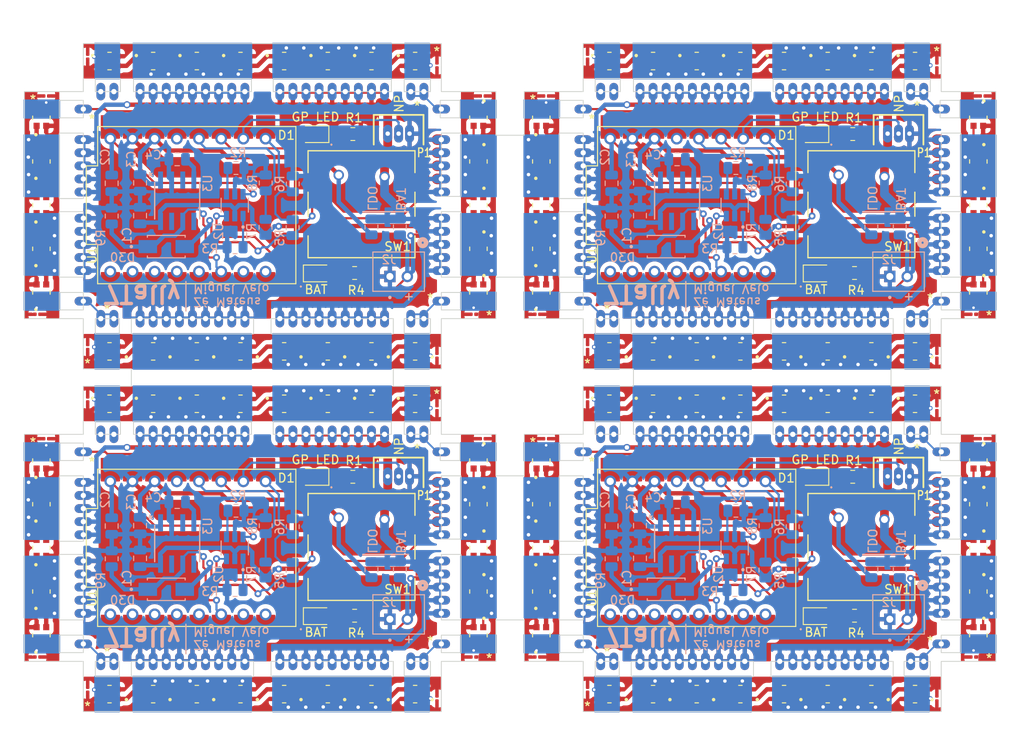
<source format=kicad_pcb>
(kicad_pcb (version 20241229) (generator "pcbnew") (generator_version "9.0")
  (layers (0 "F.Cu" signal) (2 "B.Cu" signal) (13 "F.Paste" user) (15 "B.Paste" user) (5 "F.SilkS" user "F.Silkscreen") (7 "B.SilkS" user "B.Silkscreen") (1 "F.Mask" user) (3 "B.Mask" user) (25 "Edge.Cuts" user))
  (net 0 "")
  (net 1 "GND")
  (net 2 "VBAT")
  (net 3 "+5V")
  (net 4 "+3.3V")
  (net 5 "BP")
  (net 6 "GP_LED")
  (net 7 "Net-(D1-K)")
  (net 8 "Net-(D2-K)")
  (net 9 "Net-(D2-A)")
  (net 10 "enablePort")
  (net 11 "NEOPIXEL_PIN")
  (net 12 "Net-(U2-ISET)")
  (net 13 "Net-(U2-TS)")
  (net 14 "buttonPin")
  (net 15 "socPin")
  (net 27 "Led_Vdd")
  (net 28 "Net-(D3-DO)")
  (net 29 "Net-(D10-DO)")
  (net 30 "Net-(D5-DO)")
  (net 31 "Net-(D6-DO)")
  (net 32 "Net-(D6-DI)")
  (net 33 "Net-(D8-DO)")
  (net 34 "unconnected-(D9-DO-Pad1)")
  (net 35 "Net-(D10-DI)")
  (net 36 "Net-(D11-DI)")
  (net 37 "Net-(D12-DI)")
  (net 38 "Net-(D12-DO)")
  (net 39 "Net-(D13-DO)")
  (net 40 "Net-(D14-DO)")
  (net 41 "Net-(D15-DO)")
  (net 42 "Net-(D16-DO)")
  (net 43 "Net-(D17-DO)")
  (net 44 "Net-(D18-DO)")
  (net 45 "Net-(D19-DO)")
  (net 46 "Net-(D20-DO)")
  (net 47 "Net-(D20-DI)")
  (net 48 "Net-(D21-DO)")
  (net 49 "Net-(D22-DO)")
  (net 50 "Net-(D24-DO)")
  (net 51 "Net-(D25-DO)")
  (net 52 "Net-(D26-DO)")
  (net 53 "Net-(D27-DO)")
  (net 54 "Net-(D30-PadA)")
  (footprint "" (layer "F.Cu") (at 50.5 70 90)
    (property "Reference" "")
    (property "Value" "")
  )
  (footprint "" (layer "F.Cu") (at 41.5 30.75 90)
    (property "Reference" "")
    (property "Value" "")
  )
  (footprint "WS2812B2020:LED_WS2812B2020" (layer "F.Cu") (at 107.25 99.75 180)
    (property "Reference" "D15" (hide yes))
    (property "Value" "WS2812B2020")
  )
  (footprint "" (layer "F.Cu") (at 100.25 70 90)
    (property "Reference" "")
    (property "Value" "")
  )
  (footprint "WS2812B2020:LED_WS2812B2020" (layer "F.Cu") (at 122.25 60.5 180)
    (property "Reference" "D18" (hide yes))
    (property "Value" "WS2812B2020")
  )
  (footprint "WS2812B2020:LED_WS2812B2020" (layer "F.Cu") (at 97.25 99.75 180)
    (property "Reference" "D13" (hide yes))
    (property "Value" "WS2812B2020")
  )
  (footprint "" (layer "F.Cu") (at 89.25 51.25)
    (property "Reference" "")
    (property "Value" "")
  )
  (footprint "" (layer "F.Cu") (at 111.75 70 90)
    (property "Reference" "")
    (property "Value" "")
  )
  (footprint "WS2812B2020:LED_WS2812B2020" (layer "F.Cu") (at 77.25 93 -90)
    (property "Reference" "D24" (hide yes))
    (property "Value" "WS2812B2020")
  )
  (footprint "Capacitor_SMD:C_0201_0603Metric" (layer "F.Cu") (at 32.5 66 -90)
    (property "Reference" "C6" (hide yes))
    (property "Value" "0.4u")
  )
  (footprint "" (layer "F.Cu") (at 63.5 96 90)
    (property "Reference" "")
    (property "Value" "")
  )
  (footprint "" (layer "F.Cu") (at 89.25 78.5)
    (property "Reference" "")
    (property "Value" "")
  )
  (footprint "" (layer "F.Cu") (at 106.25 30.75 90)
    (property "Reference" "")
    (property "Value" "")
  )
  (footprint "Library:C-Edge-1mmx2mmx0.8mmTH" (layer "F.Cu") (at 73 42.25 180)
    (property "Reference" "C-Edge-1mmx2mmx0.8mmTH" (hide yes))
    (property "Value" "" (hide yes))
  )
  (footprint "" (layer "F.Cu") (at 89.25 77)
    (property "Reference" "")
    (property "Value" "")
  )
  (footprint "Capacitor_SMD:C_0201_0603Metric" (layer "F.Cu") (at 26.75 95.5)
    (property "Reference" "C12" (hide yes))
    (property "Value" "0.2u")
  )
  (footprint "WS2812B2020:LED_WS2812B2020" (layer "F.Cu") (at 35 27.25)
    (property "Reference" "D9" (hide yes))
    (property "Value" "WS2812B2020")
  )
  (footprint "" (layer "F.Cu") (at 66.5 70 90)
    (property "Reference" "")
    (property "Value" "")
  )
  (footprint "" (layer "F.Cu") (at 92.75 96)
    (property "Reference" "")
    (property "Value" "")
  )
  (footprint "" (layer "F.Cu") (at 126.75 70)
    (property "Reference" "")
    (property "Value" "")
  )
  (footprint "" (layer "F.Cu") (at 91.25 30.75)
    (property "Reference" "")
    (property "Value" "")
  )
  (footprint "Resistor_SMD:R_0805_2012Metric" (layer "F.Cu") (at 120.115983 74.862545)
    (property "Reference" "R1")
    (property "Value" "330")
  )
  (footprint "" (layer "F.Cu") (at 73 37.75 180)
    (property "Reference" "")
    (property "Value" "")
  )
  (footprint "" (layer "F.Cu") (at 59 30.75 90)
    (property "Reference" "")
    (property "Value" "")
  )
  (footprint "" (layer "F.Cu") (at 43 30.75 90)
    (property "Reference" "")
    (property "Value" "")
  )
  (footprint "" (layer "F.Cu") (at 54.5 56.75 90)
    (property "Reference" "")
    (property "Value" "")
  )
  (footprint "" (layer "F.Cu") (at 114.75 70 90)
    (property "Reference" "")
    (property "Value" "")
  )
  (footprint "" (layer "F.Cu") (at 107.75 56.75 90)
    (property "Reference" "")
    (property "Value" "")
  )
  (footprint "WS2812B2020:LED_WS2812B2020" (layer "F.Cu") (at 27.2 83 90)
    (property "Reference" "D21" (hide yes))
    (property "Value" "WS2812B2020")
  )
  (footprint "TL3300CF160Q:SW_TL3300CF160Q_EWI" (layer "F.Cu") (at 63.860066 82.896241 180)
    (property "Reference" "SW1")
    (property "Value" "TL3300CF160Q")
  )
  (footprint "" (layer "F.Cu") (at 47.5 96 90)
    (property "Reference" "")
    (property "Value" "")
  )
  (footprint "Library:C-Edge-1mmx2mmx0.8mmTH" (layer "F.Cu") (at 95.75 30.75 90)
    (property "Reference" "C-Edge-1mmx2mmx0.8mmTH" (hide yes))
    (property "Value" "" (hide yes))
  )
  (footprint "Library:C-Edge-1mmx2mmx0.8mmTH" (layer "F.Cu") (at 71 30.75 90)
    (property "Reference" "C-Edge-1mmx2mmx0.8mmTH" (hide yes))
    (property "Value" "" (hide yes))
  )
  (footprint "WS2812B2020:LED_WS2812B2020" (layer "F.Cu") (at 107.25 66.5)
    (property "Reference" "D7" (hide yes))
    (property "Value" "WS2812B2020")
  )
  (footprint "" (layer "F.Cu") (at 130.25 36.25 180)
    (property "Reference" "")
    (property "Value" "")
  )
  (footprint "" (layer "F.Cu") (at 40 96 90)
    (property "Reference" "")
    (property "Value" "")
  )
  (footprint "" (layer "F.Cu") (at 40 56.75 90)
    (property "Reference" "")
    (property "Value" "")
  )
  (footprint "Resistor_SMD:R_0805_2012Metric" (layer "F.Cu") (at 120.320606 51.522893 180)
    (property "Reference" "R4")
    (property "Value" "330")
  )
  (footprint "" (layer "F.Cu") (at 69.5 96)
    (property "Reference" "")
    (property "Value" "")
  )
  (footprint "WS2812B2020:LED_WS2812B2020" (layer "F.Cu") (at 65 27.25)
    (property "Reference" "D10" (hide yes))
    (property "Value" "WS2812B2020")
  )
  (footprint "" (layer "F.Cu") (at 57.5 30.75 90)
    (property "Reference" "")
    (property "Value" "")
  )
  (footprint "" (layer "F.Cu") (at 43 56.75 90)
    (property "Reference" "")
    (property "Value" "")
  )
  (footprint "WS2812B2020:LED_WS2812B2020" (layer "F.Cu") (at 84.45 93 90)
    (property "Reference" "D23" (hide yes))
    (property "Value" "WS2812B2020")
  )
  (footprint "WS2812B2020:LED_WS2812B2020" (layer "F.Cu") (at 50 27.25)
    (property "Reference" "D7" (hide yes))
    (property "Value" "WS2812B2020")
  )
  (footprint "TL3300CF160Q:SW_TL3300CF160Q_EWI" (layer "F.Cu") (at 63.860066 43.646241 180)
    (property "Reference" "SW1")
    (property "Value" "TL3300CF160Q")
  )
  (footprint "ESP32-C3_SUPERMINI_TH:MODULE_ESP32-C3_SUPERMINI_TH" (layer "F.Cu") (at 102.24 43.75 90)
    (property "Reference" "U1")
    (property "Value" "ESP32-C3_SUPERMINI_TH")
  )
  (footprint "" (layer "F.Cu") (at 44.5 56.75 90)
    (property "Reference" "")
    (property "Value" "")
  )
  (footprint "" (layer "F.Cu") (at 35.5 56.75)
    (property "Reference" "")
    (property "Value" "")
  )
  (footprint "WS2812B2020:LED_WS2812B2020" (layer "F.Cu") (at 45 99.75 180)
    (property "Reference" "D14" (hide yes))
    (property "Value" "WS2812B2020")
  )
  (footprint "" (layer "F.Cu") (at 73 36.25 180)
    (property "Reference" "")
    (property "Value" "")
  )
  (footprint "" (layer "F.Cu") (at 100.25 30.75 90)
    (property "Reference" "")
    (property "Value" "")
  )
  (footprint "Resistor_SMD:R_0805_2012Metric" (layer "F.Cu") (at 120.115983 35.612545)
    (property "Reference" "R1")
    (property "Value" "330")
  )
  (footprint "" (layer "F.Cu") (at 92.75 30.75)
    (property "Reference" "")
    (property "Value" "")
  )
  (footprint "" (layer "F.Cu") (at 119.25 30.75 90)
    (property "Reference" "")
    (property "Value" "")
  )
  (footprint "WS2812B2020:LED_WS2812B2020" (layer "F.Cu") (at 77.25 48.75 -90)
    (property "Reference" "D25" (hide yes))
    (property "Value" "WS2812B2020")
  )
  (footprint "WS2812B2020:LED_WS2812B2020" (layer "F.Cu") (at 122.25 27.25)
    (property "Reference" "D10" (hide yes))
    (property "Value" "WS2812B2020")
  )
  (footprint "" (layer "F.Cu") (at 130.25 90.5 180)
    (property "Reference" "")
    (property "Value" "")
  )
  (footprint "Library:C-Edge-1mmx2mmx0.8mmTH" (layer "F.Cu") (at 46 30.75 90)
    (property "Reference" "C-Edge-1mmx2mmx0.8mmTH" (hide yes))
    (property "Value" "" (hide yes))
  )
  (footprint "" (layer "F.Cu") (at 128.25 96 90)
    (property "Reference" "")
    (property "Value" "")
  )
  (footprint "" (layer "F.Cu") (at 97.25 56.75 90)
    (property "Reference" "")
    (property "Value" "")
  )
  (footprint "Library:C-Edge-1mmx2mmx0.8mmTH" (layer "F.Cu") (at 103.25 96 90)
    (property "Reference" "C-Edge-1mmx2mmx0.8mmTH" (hide yes))
    (property "Value" "" (hide yes))
  )
  (footprint "" (layer "F.Cu") (at 89.25 48.25)
    (property "Reference" "")
    (property "Value" "")
  )
  (footprint "" (layer "F.Cu") (at 98.75 70 90)
    (property "Reference" "")
    (property "Value" "")
  )
  (footprint "" (layer "F.Cu") (at 41.5 96 90)
    (property "Reference" "")
    (property "Value" "")
  )
  (footprint "WS2812B2020:LED_WS2812B2020" (layer "F.Cu") (at 134.5 53.75 -90)
    (property "Reference" "D24" (hide yes))
    (property "Value" "WS2812B2020")
  )
  (footprint "Library:C-Edge-1mmx2mmx0.8mmTH" (layer "F.Cu") (at 103.25 30.75 90)
    (property "Reference" "C-Edge-1mmx2mmx0.8mmTH" (hide yes))
    (property "Value" "" (hide yes))
  )
  (footprint "" (layer "F.Cu") (at 122.25 30.75 90)
    (property "Reference" "")
    (property "Value" "")
  )
  (footprint "Library:C-Edge-1mmx2mmx0.8mmTH" (layer "F.Cu") (at 130.25 81.5 180)
    (property "Reference" "C-Edge-1mmx2mmx0.8mmTH" (hide yes))
    (property "Value" "" (hide yes))
  )
  (footprint "" (layer "F.Cu") (at 130.25 75.5 180)
    (property "Reference" "")
    (property "Value" "")
  )
  (footprint "Resistor_SMD:R_0805_2012Metric" (layer "F.Cu") (at 62.865983 35.612545)
    (property "Reference" "R1")
    (property "Value" "330")
  )
  (footprint "Library:C-Edge-1mmx2mmx0.8mmTH" (layer "F.Cu") (at 103.25 70 90)
    (property "Reference" "C-Edge-1mmx2mmx0.8mmTH" (hide yes))
    (property "Value" "" (hide yes))
  )
  (footprint "" (layer "F.Cu") (at 63.5 70 90)
    (property "Reference" "")
    (property "Value" "")
  )
  (footprint "" (layer "F.Cu") (at 130.25 86 180)
    (property "Reference" "")
    (property "Value" "")
  )
  (footprint "LED_SMD:LED_0805_2012Metric" (layer "F.Cu") (at 58.8875 51.570611)
    (property "Reference" "D2" (hide yes))
    (property "Value" "LED")
  )
  (footprint "" (layer "F.Cu") (at 49 56.75 90)
    (property "Reference" "")
    (property "Value" "")
  )
  (footprint "" (layer "F.Cu") (at 32 49.75)
    (property "Reference" "")
    (property "Value" "")
  )
  (footprint "" (layer "F.Cu") (at 32 87.5)
    (property "Reference" "")
    (property "Value" "")
  )
  (footprint "" (layer "F.Cu") (at 69.5 30.75)
    (property "Reference" "")
    (property "Value" "")
  )
  (footprint "" (layer "F.Cu") (at 32 37.75)
    (property "Reference" "")
    (property "Value" "")
  )
  (footprint "LED_SMD:LED_0805_2012Metric" (layer "F.Cu") (at 58.8875 90.820611)
    (property "Reference" "D2" (hide yes))
    (property "Value" "LED")
  )
  (footprint "WS2812B2020:LED_WS2812B2020" (layer "F.Cu") (at 40 66.5)
    (property "Reference" "D8" (hide yes))
    (property "Value" "WS2812B2020")
  )
  (footprint "Capacitor_SMD:C_0201_0603Metric" (layer "F.Cu") (at 133.93 56.25 180)
    (property "Reference" "C8" (hide yes))
    (property "Value" "0.2u")
  )
  (footprint "WS2812B2020:LED_WS2812B2020" (layer "F.Cu") (at 27.2 33.75 90)
    (property "Reference" "D29" (hide yes))
    (property "Value" "WS2812B2020")
  )
  (footprint "53047-0310:53047-0310" (layer "F.Cu") (at 68.11 35.564 180)
    (property "Reference" "P1")
    (property "Value" "53047-0310")
  )
  (footprint "" (layer "F.Cu") (at 130.25 45.25 180)
    (property "Reference" "")
    (property "Value" "")
  )
  (footprint "Resistor_SMD:R_0805_2012Metric" (layer "F.Cu") (at 63.070606 90.772893 180)
    (property "Reference" "R4")
    (property "Value" "330")
  )
  (footprint "" (layer "F.Cu") (at 32 94)
    (property "Reference" "")
    (property "Value" "")
  )
  (footprint "" (layer "F.Cu") (at 34 96 90)
    (property "Reference" "")
    (property "Value" "")
  )
  (footprint "" (layer "F.Cu") (at 130.25 89 180)
    (property "Reference" "")
    (property "Value" "")
  )
  (footprint "53047-0310:53047-0310" (layer "F.Cu") (at 125.36 35.564 180)
    (property "Reference" "P1")
    (property "Value" "53047-0310")
  )
  (footprint "Capacitor_SMD:C_0201_0603Metric" (layer "F.Cu") (at 27.75 70.5)
    (property "Reference" "C11" (hide yes))
    (property "Value" "0.2u")
  )
  (footprint "WS2812B2020:LED_WS2812B2020" (layer "F.Cu") (at 92.25 99.75 180)
    (property "Reference" "D12" (hide yes))
    (property "Value" "WS2812B2020")
  )
  (footprint "" (layer "F.Cu") (at 116.25 56.75 90)
    (property "Reference" "")
    (property "Value" "")
  )
  (footprint "Capacitor_SMD:C_0201_0603Metric" (layer "F.Cu") (at 133.93 95.5 180)
    (property "Reference" "C8" (hide yes))
    (property "Value" "0.2u")
  )
  (footprint "" (layer "F.Cu") (at 44.5 30.75 90)
    (property "Reference" "")
    (property "Value" "")
  )
  (footprint "" (layer "F.Cu") (at 117.75 30.75 90)
    (property "Reference" "")
    (property "Value" "")
  )
  (footprint "" (layer "F.Cu") (at 66.5 30.75 90)
    (property "Reference" "")
    (property "Value" "")
  )
  (footprint "" (layer "F.Cu") (at 32 77)
    (property "Reference" "")
    (property "Value" "")
  )
  (footprint "" (layer "F.Cu") (at 89.25 90.5)
    (property "Reference" "")
    (property "Value" "")
  )
  (footprint "" (layer "F.Cu") (at 89.25 39.25)
    (property "Reference" "")
    (property "Value" "")
  )
  (footprint "" (layer "F.Cu") (at 130.25 72 90)
    (property "Reference" "")
    (property "Value" "")
  )
  (footprint "" (layer "F.Cu") (at 130.25 46.75 180)
    (property "Reference" "")
    (property "Value" "")
  )
  (footprint "WS2812B2020:LED_WS2812B2020" (layer "F.Cu") (at 70 27.25)
    (property "Reference" "D11" (hide yes))
    (property "Value" "WS2812B2020")
  )
  (footprint "WS2812B2020:LED_WS2812B2020" (layer "F.Cu") (at 117.25 60.5 180)
    (property "Reference" "D17" (hide yes))
    (property "Value" "WS2812B2020")
  )
  (footprint "WS2812B2020:LED_WS2812B2020" (layer "F.Cu") (at 134.5 73 -90)
    (property "Reference" "D28" (hide yes))
    (property "Value" "WS2812B2020")
  )
  (footprint "" (layer "F.Cu") (at 130.25 77 180)
    (property "Reference" "")
    (property "Value" "")
  )
  (footprint "" (layer "F.Cu") (at 32 78.5)
    (property "Reference" "")
    (property "Value" "")
  )
  (footprint "WS2812B2020:LED_WS2812B2020" (layer "F.Cu") (at 65 99.75 180)
    (property "Reference" "D18" (hide yes))
    (property "Value" "WS2812B2020")
  )
  (footprint "WS2812B2020:LED_WS2812B2020" (layer "F.Cu") (at 112.25 99.75 180)
    (property "Reference" "D16" (hide yes))
    (property "Value" "WS2812B2020")
  )
  (footprint "" (layer "F.Cu") (at 91.25 56.75 90)
    (property "Reference" "")
    (property "Value" "")
  )
  (footprint "" (layer "F.Cu") (at 56 30.75 90)
    (property "Reference" "")
    (property "Value" "")
  )
  (footprint "WS2812B2020:LED_WS2812B2020" (layer "F.Cu") (at 112.25 66.5)
    (property "Reference" "D5" (hide yes))
    (property "Value" "WS2812B2020")
  )
  (footprint "TL3300CF160Q:SW_TL3300CF160Q_EWI" (layer "F.Cu") (at 121.110066 82.896241 180)
    (property "Reference" "SW1")
    (property "Value" "TL3300CF160Q")
  )
  (footprint "Capacitor_SMD:C_0201_0603Metric" (layer "F.Cu") (at 135 31.25 180)
    (property "Reference" "C7" (hide yes))
    (property "Value" "0.2u")
  )
  (footprint "" (layer "F.Cu") (at 126.75 56.75)
    (property "Reference" "")
    (property "Value" "")
  )
  (footprint "" (layer "F.Cu") (at 122.25 96 90)
    (property "Reference" "")
    (property "Value" "")
  )
  (footprint "WS2812B2020:LED_WS2812B2020" (layer "F.Cu") (at 117.25 27.25)
    (property "Reference" "D3" (hide yes))
    (property "Value" "WS2812B2020")
  )
  (footprint "" (layer "F.Cu") (at 43 70 90)
    (property "Reference" "")
    (property "Value" "")
  )
  (footprint "" (layer "F.Cu") (at 130.25 78.5 180)
    (property "Reference" "")
    (property "Value" "")
  )
  (footprint "Capacitor_SMD:C_0201_0603Metric" (layer "F.Cu") (at 72.5 27.75 -90)
    (property "Reference" "C5" (hide yes))
    (property "Value" "0.4u")
  )
  (footprint "Library:C-Edge-1mmx2mmx0.8mmTH" (layer "F.Cu") (at 38.5 70 90)
    (property "Reference" "C-Edge-1mmx2mmx0.8mmTH" (hide yes))
    (property "Value" "" (hide yes))
  )
  (footprint "WS2812B2020:LED_WS2812B2020" (layer "F.Cu") (at 92.25 27.25)
    (property "Reference" "D9" (hide yes))
    (property "Value" "WS2812B2020")
  )
  (footprint "" (layer "F.Cu") (at 89.25 49.75)
    (property "Reference" "")
    (property "Value" "")
  )
  (footprint "" (layer "F.Cu") (at 89.25 75.5)
    (property "Reference" "")
    (property "Value" "")
  )
  (footprint "WS2812B2020:LED_WS2812B2020" (layer "F.Cu") (at 27.2 38.75 90)
    (property "Reference" "D20" (hide yes))
    (property "Value" "WS2812B2020")
  )
  (footprint "LED_SMD:LED_0805_2012Metric" (layer "F.Cu") (at 115.6826 74.872 180)
    (property "Reference" "D1")
    (property "Value" "LED")
  )
  (footprint "" (layer "F.Cu") (at 35.5 96)
    (property "Reference" "")
    (property "Value" "")
  )
  (footprint "" (layer "F.Cu") (at 44.5 70 90)
    (property "Reference" "")
    (property "Value" "")
  )
  (footprint "" (layer "F.Cu") (at 107.75 70 90)
    (property "Reference" "")
    (property "Value" "")
  )
  (footprint "" (layer "F.Cu") (at 113.25 30.75 90)
    (property "Reference" "")
    (property "Value" "")
  )
  (footprint "Library:C-Edge-1mmx2mmx0.8mmTH" (layer "F.Cu") (at 103.25 56.75 90)
    (property "Reference" "C-Edge-1mmx2mmx0.8mmTH" (hide yes))
    (property "Value" "" (hide yes))
  )
  (footprint "WS2812B2020:LED_WS2812B2020" (layer "F.Cu") (at 65 60.5 180)
    (property "Reference" "D18" (hide yes))
    (property "Value" "WS2812B2020")
  )
  (footprint "" (layer "F.Cu") (at 73 89 180)
    (property "Reference" "")
    (property "Value" "")
  )
  (footprint "" (layer "F.Cu") (at 123.75 96 90)
    (property "Reference" "")
    (property "Value" "")
  )
  (footprint "" (layer "F.Cu") (at 73 80 180)
    (property "Reference" "")
    (property "Value" "")
  )
  (footprint "Resistor_SMD:R_0805_2012Metric" (layer "F.Cu") (at 62.865983 74.862545)
    (property "Reference" "R1")
    (property "Value" "330")
  )
  (footprint "" (layer "F.Cu") (at 130.25 51.25 180)
    (property "Reference" "")
    (property "Value" "")
  )
  (footprint "WS2812B2020:LED_WS2812B2020" (layer "F.Cu") (at 55 27.25)
    (property "Reference" "D5" (hide yes))
    (property "Value" "WS2812B2020")
  )
  (footprint "" (layer "F.Cu") (at 73 48.25 180)
    (property "Reference" "")
    (property "Value" "")
  )
  (footprint "" (layer "F.Cu") (at 100.25 56.75 90)
    (property "Reference" "")
    (property "Value" "")
  )
  (footprint "Resistor_SMD:R_0805_2012Metric" (layer "F.Cu") (at 120.320606 90.772893 180)
    (property "Reference" "R4")
    (property "Value" "330")
  )
  (footprint "WS2812B2020:LED_WS2812B2020" (layer "F.Cu") (at 134.5 83 -90)
    (property "Reference" "D26" (hide yes))
    (property "Value" "WS2812B2020")
  )
  (footprint "WS2812B2020:LED_WS2812B2020" (layer "F.Cu") (at 50 99.75 180)
    (property "Reference" "D15" (hide yes))
    (property "Value" "WS2812B2020")
  )
  (footprint "" (layer "F.Cu") (at 32 51.25)
    (property "Reference" "")
    (property "Value" "")
  )
  (footprint "WS2812B2020:LED_WS2812B2020" (layer "F.Cu") (at 84.45 78 90)
    (property "Reference" "D20" (hide yes))
    (property "Value" "WS2812B2020")
  )
  (footprint "" (layer "F.Cu") (at 73 49.75 180)
    (property "Reference" "")
    (property "Value" "")
  )
  (footprint "Library:C-Edge-1mmx2mmx0.8mmTH" (layer "F.Cu") (at 89.25 45.25)
    (property "Reference" "C-Edge-1mmx2mmx0.8mmTH" (hide yes))
    (property "Value" "" (hide yes))
  )
  (footprint "" (layer "F.Cu") (at 73 32.75 90)
    (property "Reference" "")
    (property "Value" "")
  )
  (footprint "" (layer "F.Cu") (at 66.5 96 90)
    (property "Reference" "")
    (property "Value" "")
  )
  (footprint "" (layer "F.Cu") (at 104.75 96 90)
    (property "Reference" "")
    (property "Value" "")
  )
  (footprint "Capacitor_SMD:C_0201_0603Metric" (layer "F.Cu") (at 89.75 99.25 90)
    (property "Reference" "C10" (hide yes))
    (property "Value" "0.4u")
  )
  (footprint "Library:C-Edge-1mmx2mmx0.8mmTH" (layer "F.Cu") (at 89.25 84.5)
    (property "Reference" "C-Edge-1mmx2mmx0.8mmTH" (hide yes))
    (property "Value" "" (hide yes))
  )
  (footprint "" (layer "F.Cu") (at 114.75 96 90)
    (property "Reference" "")
    (property "Value" "")
  )
  (footprint "Library:C-Edge-1mmx2mmx0.8mmTH" (layer "F.Cu") (at 71 70 90)
    (property "Reference" "C-Edge-1mmx2mmx0.8mmTH" (hide yes))
    (property "Value" "" (hide yes))
  )
  (footprint "" (layer "F.Cu") (at 47.5 30.75 90)
    (property "Reference" "")
    (property "Value" "")
  )
  (footprint "" (layer "F.Cu") (at 56 70 90)
    (property "Reference" "")
    (property "Value" "")
  )
  (footprint "" (layer "F.Cu") (at 111.75 96 90)
    (property "Reference" "")
    (property "Value" "")
  )
  (footprint "" (layer "F.Cu") (at 73 45.25 180)
    (property "Reference" "")
    (property "Value" "")
  )
  (footprint "ESP32-C3_SUPERMINI_TH:MODULE_ESP32-C3_SUPERMINI_TH" (layer "F.Cu") (at 44.99 83 90)
    (property "Reference" "U1")
    (property "Value" "ESP32-C3_SUPERMINI_TH")
  )
  (footprint "" (layer "F.Cu") (at 120.75 30.75 90)
    (property "Reference" "")
    (property "Value" "")
  )
  (footprint "Library:C-Edge-1mmx2mmx0.8mmTH" (layer "F.Cu") (at 130.25 42.25 180)
    (property "Reference" "C-Edge-1mmx2mmx0.8mmTH" (hide yes))
    (property "Value" "" (hide yes))
  )
  (footprint "" (layer "F.Cu") (at 130.25 54.75)
    (property "Reference" "")
    (property "Value" "")
  )
  (footprint "WS2812B2020:LED_WS2812B2020" (layer "F.Cu") (at 45 66.5)
    (property "Reference" "D6" (hide yes))
    (property "Value" "WS2812B2020")
  )
  (footprint "" (layer "F.Cu") (at 101.75 30.75 90)
    (property "Reference" "")
    (property "Value" "")
  )
  (footprint "" (layer "F.Cu") (at 117.75 56.75 90)
    (property "Reference" "")
    (property "Value" "")
  )
  (footprint "" (layer "F.Cu") (at 32 90.5)
    (property "Reference" "")
    (property "Value" "")
  )
  (footprint "" (layer "F.Cu") (at 91.25 70)
    (property "Reference" "")
    (property "Value" "")
  )
  (footprint "WS2812B2020:LED_WS2812B2020" (layer "F.Cu") (at 55 66.5)
    (property "Reference" "D5" (hide yes))
    (property "Value" "WS2812B2020")
  )
  (footprint "" (layer "F.Cu") (at 73 90.5 180)
    (property "Reference" "")
    (property "Value" "")
  )
  (footprint "" (layer "F.Cu") (at 47.5 56.75 90)
    (property "Reference" "")
    (property "Value" "")
  )
  (footprint "WS2812B2020:LED_WS2812B2020" (layer "F.Cu") (at 77.25 38.75 -90)
    (property "Reference" "D27" (hide yes))
    (property "Value" "WS2812B2020")
  )
  (footprint "Library:C-Edge-1mmx2mmx0.8mmTH" (layer "F.Cu") (at 73 81.5 180)
    (property "Reference" "C-Edge-1mmx2mmx0.8mmTH" (hide yes))
    (property "Value" "" (hide yes))
  )
  (footprint "Capacitor_SMD:C_0201_0603Metric" (layer "F.Cu") (at 129.75 61 90)
    (property "Reference" "C9" (hide yes))
    (property "Value" "0.4u")
  )
  (footprint "Library:C-Edge-1mmx2mmx0.8mmTH" (layer "F.Cu") (at 46 56.75 90)
    (property "Reference" "C-Edge-1mmx2mmx0.8mmTH" (hide yes))
    (property "Value" "" (hide yes))
  )
  (footprint "" (layer "F.Cu") (at 41.5 56.75 90)
    (property "Reference" "")
    (property "Value" "")
  )
  (footprint "" (layer "F.Cu") (at 32 81.5)
    (property "Reference" "")
    (property "Value" "")
  )
  (footprint "" (layer "F.Cu") (at 49 96 90)
    (property "Reference" "")
    (property "Value" "")
  )
  (footprint "WS2812B2020:LED_WS2812B2020" (layer "F.Cu") (at 27.2 78 90)
    (property "Reference" "D20" (hide yes))
    (property "Value" "WS2812B2020")
  )
  (footprint "Library:C-Edge-1mmx2mmx0.8mmTH" (layer "F.Cu") (at 38.5 56.75 90)
    (property "Reference" "C-Edge-1mmx2mmx0.8mmTH" (hide yes))
    (property "Value" "" (hide yes))
  )
  (footprint "" (layer "F.Cu") (at 89.25 87.5)
    (property "Reference" "")
    (property "Value" "")
  )
  (footprint "" (layer "F.Cu") (at 98.75 30.75 90)
    (property "Reference" "")
    (property "Value" "")
  )
  (footprint "" (layer "F.Cu") (at 32 46.75)
    (property "Reference" "")
    (property "Value" "")
  )
  (footprint "WS2812B2020:LED_WS2812B2020" (layer "F.Cu") (at 84.45 53.75 90)
    (property "Reference" "D23" (hide yes))
    (property "Value" "WS2812B2020")
  )
  (footprint "" (layer "F.Cu") (at 73 40.75 180)
    (property "Reference" "")
    (property "Value" "")
  )
  (footprint "" (layer "F.Cu") (at 89.25 86)
    (property "Reference" "")
    (property "Value" "")
  )
  (footprint "" (layer "F.Cu") (at 89.25 94)
    (property "Reference" "")
    (property "Value" "")
  )
  (footprint "" (layer "F.Cu") (at 89.25 42.25)
    (property "Reference" "")
    (property "Value" "")
  )
  (footprint "" (layer "F.Cu") (at 59 96 90)
    (property "Reference" "")
    (property "Value" "")
  )
  (footprint "" (layer "F.Cu") (at 65 30.75 90)
    (property "Reference" "")
    (property "Value" "")
  )
  (footprint "" (layer "F.Cu") (at 59 56.75 90)
    (property "Reference" "")
    (property "Value" "")
  )
  (footprint "" (layer "F.Cu") (at 104.75 70 90)
    (property "Reference" "")
    (property "Value" "")
  )
  (footprint "" (layer "F.Cu") (at 116.25 30.75 90)
    (property "Reference" "")
    (property "Value" "")
  )
  (footprint "Library:C-Edge-1mmx2mmx0.8mmTH" (layer "F.Cu") (at 46 96 90)
    (property "Reference" "C-Edge-1mmx2mmx0.8mmTH" (hide yes))
    (property "Value" "" (hide yes))
  )
  (footprint "Capacitor_SMD:C_0201_0603Metric" (layer "F.Cu") (at 89.75 60 90)
    (property "Reference" "C10" (hide yes))
    (property "Value" "0.4u")
  )
  (footprint "" (layer "F.Cu") (at 62 30.75 90)
    (property "Reference" "")
    (property "Value" "")
  )
  (footprint "" (layer "F.Cu") (at 89.25 54.75)
    (property "Reference" "")
    (property "Value" "")
  )
  (footprint "" (layer "F.Cu") (at 60.5 56.75 90)
    (property "Reference" "")
    (property "Value" "")
  )
  (footprint "WS2812B2020:LED_WS2812B2020" (layer "F.Cu") (at 102.25 99.75 180)
    (property "Reference" "D14" (hide yes))
    (property "Value" "WS2812B2020")
  )
  (footprint "" (layer "F.Cu") (at 69.5 70)
    (property "Reference" "")
    (property "Value" "")
  )
  (footprint "Library:C-Edge-1mmx2mmx0.8mmTH" (layer "F.Cu") (at 38.5 96 90)
    (property "Reference" "C-Edge-1mmx2mmx0.8mmTH" (hide yes))
    (property "Value" "" (hide yes))
  )
  (footprint "" (layer "F.Cu") (at 65 96 90)
    (property "Reference" "")
    (property "Value" "")
  )
  (footprint "" (layer "F.Cu") (at 71 96 90)
    (property "Reference" "")
    (property "Value" "")
  )
  (footprint "LED_SMD:LED_0805_2012Metric" (layer "F.Cu") (at 116.1375 51.570611)
    (property "Reference" "D2" (hide yes))
    (property "Value" "LED")
  )
  (footprint "WS2812B2020:LED_WS2812B2020" (layer "F.Cu") (at 45 60.5 180)
    (property "Reference" "D14" (hide yes))
    (property "Value" "WS2812B2020")
  )
  (footprint "" (layer "F.Cu") (at 130.25 37.75 180)
    (property "Reference" "")
    (property "Value" "")
  )
  (footprint "WS2812B2020:LED_WS2812B2020" (layer "F.Cu") (at 122.25 99.75 180)
    (property "Reference" "D18" (hide yes))
    (property "Value" "WS2812B2020")
  )
  (footprint "" (layer "F.Cu") (at 89.25 72 90)
    (property "Reference" "")
    (property "Value" "")
  )
  (footprint "Library:C-Edge-1mmx2mmx0.8mmTH" (layer "F.Cu") (at 95.75 96 90)
    (property "Reference" "C-Edge-1mmx2mmx0.8mmTH" (hide yes))
    (property "Value" "" (hide yes))
  )
  (footprint "" (layer "F.Cu") (at 43 96 90)
    (property "Reference" "")
    (property "Value" "")
  )
  (footprint "" (layer "F.Cu") (at 73 77 180)
    (property "Reference" "")
    (property "Value" "")
  )
  (footprint "WS2812B2020:LED_WS2812B2020" (layer "F.Cu") (at 65 66.5)
    (property "Reference" "D10" (hide yes))
    (property "Value" "WS2812B2020")
  )
  (footprint "" (layer "F.Cu") (at 119.25 96 90)
    (property "Reference" "")
    (property "Value" "")
  )
  (footprint "" (layer "F.Cu") (at 73 46.75 180)
    (property "Reference" "")
    (property "Value" "")
  )
  (footprint "" (layer "F.Cu") (at 119.25 56.75 90)
    (property "Reference" "")
    (property "Value" "")
  )
  (footprint "" (layer "F.Cu") (at 130.25 40.75 180)
    (property "Reference" "")
    (property "Value" "")
  )
  (footprint "ESP32-C3_SUPERMINI_TH:MODULE_ESP32-C3_SUPERMINI_TH" (layer "F.Cu") (at 44.99 43.75 90)
    (property "Reference" "U1")
    (property "Value" "ESP32-C3_SUPERMINI_TH")
  )
  (footprint "Capacitor_SMD:C_0201_0603Metric" (layer "F.Cu") (at 72.5 61 90)
    (property "Reference" "C9" (hide yes))
    (property "Value" "0.4u")
  )
  (footprint "" (layer "F.Cu") (at 97.25 70 90)
    (property "Reference" "")
    (property "Value" "")
  )
  (footprint "WS2812B2020:LED_WS2812B2020" (layer "F.Cu") (at 84.45 33.75 90)
    (property "Reference" "D29" (hide yes))
    (property "Value" "WS2812B2020")
  )
  (footprint "" (layer "F.Cu") (at 123.75 30.75 90)
    (property "Reference" "")
    (property "Value" "")
  )
  (footprint "" (layer "F.Cu") (at 32 89)
    (property "Reference" "")
    (property "Value" "")
  )
  (footprint "" (layer "F.Cu") (at 122.25 70 90)
    (property "Reference" "")
    (property "Value" "")
  )
  (footprint "Capacitor_SMD:C_0201_0603Metric" (layer "F.Cu") (at 72.5 100.25 90)
    (property "Reference" "C9" (hide yes))
    (property "Value" "0.4u")
  )
  (footprint "WS2812B2020:LED_WS2812B2020" (layer "F.Cu") (at 127.25 66.5)
    (property "Reference" "D11" (hide yes))
    (property "Value" "WS2812B2020")
  )
  (footprint "Capacitor_SMD:C_0201_0603Metric" (layer "F.Cu") (at 85 70.5)
    (property "Reference" "C11" (hide yes))
    (property "Value" "0.2u")
  )
  (footprint "Capacitor_SMD:C_0201_0603Metric" (layer "F.Cu") (at 77.75 70.5 180)
    (property "Reference" "C7" (hide yes))
    (property "Value" "0.2u")
  )
  (footprint "" (layer "F.Cu") (at 32 32.75 90)
    (property "Reference" "")
    (property "Value" "")
  )
  (footprint "" (layer "F.Cu") (at 114.75 56.75 90)
    (property "Reference" "")
    (property "Value" "")
  )
  (footprint "" (layer "F.Cu") (at 73 39.25 180)
    (property "Reference" "")
    (property "Value" "")
  )
  (footprint "" (layer "F.Cu") (at 106.25 70 90)
    (property "Reference" "")
    (property "Value" "")
  )
  (footprint "" (layer "F.Cu") (at 100.25 96 90)
    (property "Reference" "")
    (property "Value" "")
  )
  (footprint "Capacitor_SMD:C_0201_0603Metric" (layer "F.Cu") (at 77.75 31.25 180)
    (property "Reference" "C7" (hide yes))
    (property "Value" "0.2u")
  )
  (footprint "WS2812B2020:LED_WS2812B2020" (layer "F.Cu") (at 77.25 78 -90)
    (property "Reference" "D27" (hide yes))
    (property "Value" "WS2812B2020")
  )
  (footprint "WS2812B2020:LED_WS2812B2020" (layer "F.Cu") (at 134.5 78 -90)
    (property "Reference" "D27" (hide yes))
    (property "Value" "WS2812B2020")
  )
  (footprint "" (layer "F.Cu") (at 106.25 56.75 90)
    (property "Reference" "")
    (property "Value" "")
  )
  (footprint "" (layer "F.Cu") (at 50.5 56.75 90)
    (property "Reference" "")
    (property "Value" "")
  )
  (footprint "" (layer "F.Cu") (at 123.75 70 90)
    (property "Reference" "")
    (property "Value" "")
  )
  (footprint "Capacitor_SMD:C_0201_0603Metric" (layer "F.Cu") (at 27.75 31.25)
    (property "Reference" "C11" (hide yes))
    (property "Value" "0.2u")
  )
  (footprint "Resistor_SMD:R_0805_2012Metric" (layer "F.Cu") (at 63.070606 51.522893 180)
    (property "Reference" "R4")
    (property "Value" "330")
  )
  (footprint "" (layer "F.Cu") (at 71 56.75 90)
    (property "Reference" "")
    (property "Value" "")
  )
  (footprint "Capacitor_SMD:C_0201_0603Metric" (layer "F.Cu") (at 89.75 26.75 -90)
    (property "Reference" "C6" (hide yes))
    (property "Value" "0.4u")
  )
  (footprint "WS2812B2020:LED_WS2812B2020" (layer "F.Cu") (at 35 99.75 180)
    (property "Reference" "D12" (hide yes))
    (property "Value" "WS2812B2020")
  )
  (footprint "" (layer "F.Cu") (at 49 30.75 90)
    (property "Reference" "")
    (property "Value" "")
  )
  (footprint "LED_SMD:LED_0805_2012Metric" (layer "F.Cu") (at 116.1375 90.820611)
    (property "Reference" "D2" (hide yes))
    (property "Value" "LED")
  )
  (footprint "" (layer "F.Cu") (at 49 70 90)
    (property "Reference" "")
    (property "Value" "")
  )
  (footprint "WS2812B2020:LED_WS2812B2020" (layer "F.Cu") (at 70 66.5)
    (property "Reference" "D11" (hide yes))
    (property "Value" "WS2812B2020")
  )
  (footprint "WS2812B2020:LED_WS2812B2020" (layer "F.Cu") (at 70 99.75 180)
    (property "Reference" "D19" (hide yes))
    (property "Value" "WS2812B2020")
  )
  (footprint "WS2812B2020:LED_WS2812B2020" (layer "F.Cu") (at 35 60.5 180)
    (property "Reference" "D12" (hide yes))
    (property "Value" "WS2812B2020")
  )
  (footprint "WS2812B2020:LED_WS2812B2020" (layer "F.Cu") (at 50 66.5)
    (property "Reference" "D7" (hide yes))
    (property "Value" "WS2812B2020")
  )
  (footprint "" (layer "F.Cu") (at 92.75 56.75)
    (property "Reference" "")
    (property "Value" "")
  )
  (footprint "Library:C-Edge-1mmx2mmx0.8mmTH" (layer "F.Cu") (at 32 84.5)
    (property "Reference" "C-Edge-1mmx2mmx0.8mmTH" (hide yes))
    (property "Value" "" (hide yes))
  )
  (footprint "WS2812B2020:LED_WS2812B2020" (layer "F.Cu") (at 50 60.5 180)
    (property "Reference" "D15" (hide yes))
    (property "Value" "WS2812B2020")
  )
  (footprint "" (layer "F.Cu") (at 57.5 96 90)
    (property "Reference" "")
    (property "Value" "")
  )
  (footprint "" (layer "F.Cu") (at 69.5 56.75)
    (property "Reference" "")
    (property "Value" "")
  )
  (footprint "" (layer "F.Cu") (at 40 70 90)
    (property "Reference" "")
    (property "Value" "")
  )
  (footprint "" (layer "F.Cu") (at 120.75 70 90)
    (property "Reference" "")
    (property "Value" "")
  )
  (footprint "WS2812B2020:LED_WS2812B2020" (layer "F.Cu") (at 55 60.5 180)
    (property "Reference" "D16" (hide yes))
    (property "Value" "WS2812B2020")
  )
  (footprint "" (layer "F.Cu") (at 73 75.5 180)
    (property "Reference" "")
    (property "Value" "")
  )
  (footprint "WS2812B2020:LED_WS2812B2020" (layer "F.Cu") (at 97.25 27.25)
    (property "Reference" "D8" (hide yes))
    (property "Value" "WS2812B2020")
  )
  (footprint "" (layer "F.Cu") (at 116.25 70 90)
    (property "Reference" "")
    (property "Value" "")
  )
  (footprint "" (layer "F.Cu") (at 32 54.75)
    (property "Reference" "")
    (property "Value" "")
  )
  (footprint "" (layer "F.Cu") (at 59 70 90)
    (property "Reference" "")
    (property "Value" "")
  )
  (footprint "WS2812B2020:LED_WS2812B2020" (layer "F.Cu") (at 70 60.5 180)
    (property "Reference" "D19" (hide yes))
    (property "Value" "WS2812B2020")
  )
  (footprint "LED_SMD:LED_0805_2012Metric" (layer "F.Cu") (at 115.6826 35.622 180)
    (property "Reference" "D1")
    (property "Value" "LED")
  )
  (footprint "" (layer "F.Cu") (at 120.75 56.75 90)
    (property "Reference" "")
    (property "Value" "")
  )
  (footprint "" (layer "F.Cu") (at 73 94)
    (property "Reference" "")
    (property "Value" "")
  )
  (footprint "" (layer "F.Cu") (at 89.25 37.75)
    (property "Reference" "")
    (property "Value" "")
  )
  (footprint "Capacitor_SMD:C_0201_0603Metric" (layer "F.Cu") (at 32.5 99.25 90)
    (property "Reference" "C10" (hide yes))
    (property "Value" "0.4u")
  )
  (footprint "" (layer "F.Cu") (at 56 56.75 90)
    (property "Reference" "")
    (property "Value" "")
  )
  (footprint "" (layer "F.Cu") (at 89.25 80)
    (property "Reference" "")
    (property "Value" "")
  )
  (footprint "53047-0310:53047-0310" (layer "F.Cu") (at 125.36 74.814 180)
    (property "Reference" "P1")
    (property "Value" "53047-0310")
  )
  (footprint "" (layer "F.Cu") (at 63.5 56.75 90)
    (property "Reference" "")
    (property "Value" "")
  )
  (footprint "" (layer "F.Cu") (at 111.75 56.75 90)
    (property "Reference" "")
    (property "Value" "")
  )
  (footprint "" (layer "F.Cu") (at 107.75 96 90)
    (property "Reference" "")
    (property "Value" "")
  )
  (footprint "WS2812B2020:LED_WS2812B2020" (layer "F.Cu") (at 84.45 88 90)
    (property "Reference" "D22" (hide yes))
    (property "Value" "WS2812B2020")
  )
  (footprint "" (layer "F.Cu") (at 32 75.5)
    (property "Reference" "")
    (property "Value" "")
  )
  (footprint "WS2812B2020:LED_WS2812B2020" (layer "F.Cu") (at 127.25 27.25)
    (property "Reference" "D11" (hide yes))
    (property "Value" "WS2812B2020")
  )
  (footprint "" (layer "F.Cu") (at 56 96 90)
    (property "Reference" "")
    (property "Value" "")
  )
  (footprint "" (layer "F.Cu") (at 89.25 89)
    (property "Reference" "")
    (property "Value" "")
  )
  (footprint "Library:C-Edge-1mmx2mmx0.8mmTH" (layer "F.Cu") (at 32 45.25)
    (property "Reference" "C-Edge-1mmx2mmx0.8mmTH" (hide yes))
    (property "Value" "" (hide yes))
  )
  (footprint "Capacitor_SMD:C_0201_0603Metric" (layer "F.Cu") (at 76.68 95.5 180)
    (property "Reference" "C8" (hide yes))
    (property "Value" "0.2u")
  )
  (footprint "WS2812B2020:LED_WS2812B2020" (layer "F.Cu") (at 60 27.25)
    (property "Reference" "D3" (hide yes))
    (property "Value" "WS2812B2020")
  )
  (footprint "" (layer "F.Cu") (at 97.25 30.75 90)
    (property "Reference" "")
    (property "Value" "")
  )
  (footprint "WS2812B2020:LED_WS2812B2020" (layer "F.Cu") (at 40 99.75 180)
    (property "Reference" "D13" (hide yes))
    (property "Value" "WS2812B2020")
  )
  (footprint "" (layer "F.Cu") (at 106.25 96 90)
    (property "Reference" "")
    (property "Value" "")
  )
  (footprint "WS2812B2020:LED_WS2812B2020" (layer "F.Cu") (at 127.25 99.75 180)
    (property "Reference" "D19" (hide yes))
    (property "Value" "WS2812B2020")
  )
  (footprint "" (layer "F.Cu") (at 130.25 39.25 180)
    (property "Reference" "")
    (property "Value" "")
  )
  (footprint "WS2812B2020:LED_WS2812B2020" (layer "F.Cu") (at 27.2 93 90)
    (property "Reference" "D23" (hide yes))
    (property "Value" "WS2812B2020")
  )
  (footprint "" (layer "F.Cu") (at 32 86)
    (property "Reference" "")
    (property "Value" "")
  )
  (footprint "WS2812B2020:LED_WS2812B2020" (layer "F.Cu") (at 134.5 93 -90)
    (property "Reference" "D24" (hide yes))
    (property "Value" "WS2812B2020")
  )
  (footprint "" (layer "F.Cu") (at 128.25 56.75 90)
    (property "Reference" "")
    (property "Value" "")
  )
  (footprint "WS2812B2020:LED_WS2812B2020" (layer "F.Cu") (at 102.25 66.5)
    (property "Reference" "D6" (hide yes))
    (property "Value" "WS2812B2020")
  )
  (footprint "" (layer "F.Cu") (at 126.75 96)
    (property "Reference" "")
    (property "Value" "")
  )
  (footprint "WS2812B2020:LED_WS2812B2020" (layer "F.Cu") (at 84.45 83 90)
    (property "Reference" "D21" (hide yes))
    (property "Value" "WS2812B2020")
  )
  (footprint "WS2812B2020:LED_WS2812B2020" (layer "F.Cu") (at 84.45 43.75 90)
    (property "Reference" "D21" (hide yes))
    (property "Value" "WS2812B2020")
  )
  (footprint "WS2812B2020:LED_WS2812B2020" (layer "F.Cu") (at 97.25 60.5 180)
    (property "Reference" "D13" (hide yes))
    (property "Value" "WS2812B2020")
  )
  (footprint "" (layer "F.Cu") (at 114.75 30.75 90)
    (property "Reference" "")
    (property "Value" "")
  )
  (footprint "" (layer "F.Cu") (at 73 54.75)
    (property "Reference" "")
    (property "Value" "")
  )
  (footprint "WS2812B2020:LED_WS2812B2020" (layer "F.Cu") (at 134.5 33.75 -90)
    (property "Reference" "D28" (hide yes))
    (property "Value" "WS2812B2020")
  )
  (footprint "" (layer "F.Cu") (at 32 72 90)
    (property "Reference" "")
    (property "Value" "")
  )
  (footprint "" (layer "F.Cu") (at 62 96 90)
    (property "Reference" "")
    (property "Value" "")
  )
  (footprint "" (layer "F.Cu") (at 117.75 70 90)
    (property "Reference" "")
    (property "Value" "")
  )
  (footprint "WS2812B2020:LED_WS2812B2020" (layer "F.Cu") (at 45 27.25)
    (property "Reference" "D6" (hide yes))
    (property "Value" "WS2812B2020")
  )
  (footprint "WS2812B2020:LED_WS2812B2020" (layer "F.Cu") (at 77.25 83 -90)
    (property "Reference" "D26" (hide yes))
    (property "Value" "WS2812B2020")
  )
  (footprint "Capacitor_SMD:C_0201_0603Metric" (layer "F.Cu") (at 89.75 66 -90)
    (property "Reference" "C6" (hide yes))
    (property "Value" "0.4u")
  )
  (footprint "" (layer "F.Cu") (at 101.75 56.75 90)
    (property "Reference" "")
    (property "Value" "")
  )
  (footprint "Capacitor_SMD:C_0201_0603Metric" (layer "F.Cu") (at 129.75 100.25 90)
    (property "Reference" "C9" (hide yes))
    (property "Value" "0.4u")
  )
  (footprint "WS2812B2020:LED_WS2812B2020" (layer "F.Cu") (at 77.25 33.75 -90)
    (property "Reference" "D28" (hide yes))
    (property "Value" "WS2812B2020")
  )
  (footprint "" (layer "F.Cu") (at 44.5 96 90)
    (property "Reference" "")
    (property "Value" "")
  )
  (footprint "WS2812B2020:LED_WS2812B2020" (layer "F.Cu") (at 134.5 43.75 -90)
    (property "Reference" "D26" (hide yes))
    (property "Value" "WS2812B2020")
  )
  (footprint "" (layer "F.Cu") (at 47.5 70 90)
    (property "Reference" "")
    (property "Value" "")
  )
  (footprint "" (layer "F.Cu") (at 60.5 70 90)
    (property "Reference" "")
    (property "Value" "")
  )
  (footprint "WS2812B2020:LED_WS2812B2020" (layer "F.Cu") (at 27.2 73 90)
    (property "Reference" "D29" (hide yes))
    (property "Value" "WS2812B2020")
  )
  (footprint "" (layer "F.Cu") (at 50.5 30.75 90)
    (property "Reference" "")
    (property "Value" "")
  )
  (footprint "" (layer "F.Cu") (at 107.75 30.75 90)
    (property "Reference" "")
    (property "Value" "")
  )
  (footprint "" (layer "F.Cu") (at 130.25 32.75 90)
    (property "Reference" "")
    (property "Value" "")
  )
  (footprint "WS2812B2020:LED_WS2812B2020" (layer "F.Cu") (at 134.5 48.75 -90)
    (property "Reference" "D25" (hide yes))
    (property "Value" "WS2812B2020")
  )
  (footprint "" (layer "F.Cu") (at 57.5 70 90)
    (property "Reference" "")
    (property "Value" "")
  )
  (footprint "WS2812B2020:LED_WS2812B2020" (layer "F.Cu") (at 134.5 88 -90)
    (property "Reference" "D25" (hide yes))
    (property "Value" "WS2812B2020")
  )
  (footprint "" (layer "F.Cu") (at 34 56.75 90)
    (property "Reference" "")
    (property "Value" "")
  )
  (footprint "" (layer "F.Cu") (at 130.25 87.5 180)
    (property "Reference" "")
    (property "Value" "")
  )
  (footprint "Capacitor_SMD:C_0201_0603Metric" (layer "F.Cu") (at 84 95.5)
    (property "Reference" "C12" (hide yes))
    (property "Value" "0.2u")
  )
  (footprint "WS2812B2020:LED_WS2812B2020" (layer "F.Cu") (at 27.2 48.75 90)
    (property "Reference" "D22" (hide yes))
    (property "Value" "WS2812B2020")
  )
  (footprint "WS2812B2020:LED_WS2812B2020" (layer "F.Cu") (at 60 99.75 180)
    (property "Reference" "D17" (hide yes))
    (property "Value" "WS2812B2020")
  )
  (footprint "" (layer "F.Cu") (at 92.75 70)
    (property "Reference" "")
    (property "Value" "")
  )
  (footprint "Capacitor_SMD:C_0201_0603Metric" (layer "F.Cu") (at 129.75 27.75 -90)
    (property "Reference" "C5" (hide yes))
    (property "Value" "0.4u")
  )
  (footprint "Library:C-Edge-1mmx2mmx0.8mmTH" (layer "F.Cu") (at 128.25 30.75 90)
    (property "Reference" "C-Edge-1mmx2mmx0.8mmTH" (hide yes))
    (property "Value" "" (hide yes))
  )
  (footprint "" (layer "F.Cu") (at 54.5 70 90)
    (property "Reference" "")
    (property "Value" "")
  )
  (footprint "WS2812B2020:LED_WS2812B2020" (layer "F.Cu") (at 84.45 48.75 90)
    (property "Reference" "D22" (hide yes))
    (property "Value" "WS2812B2020")
  )
  (footprint "" (layer "F.Cu") (at 89.25 32.75 90)
    (property "Reference" "")
    (property "Value" "")
  )
  (footprint "WS2812B2020:LED_WS2812B2020" (layer "F.Cu") (at 60 66.5)
    (property "Reference" "D3" (hide yes))
    (property "Value" "WS2812B2020")
  )
  (footprint "" (layer "F.Cu") (at 120.75 96 90)
    (property "Reference" "")
    (property "Value" "")
  )
  (footprint "" (layer "F.Cu") (at 104.75 56.75 90)
    (property "Reference" "")
    (property "Value" "")
  )
  (footprint "TL3300CF160Q:SW_TL3300CF160Q_EWI" (layer "F.Cu") (at 121.110066 43.646241 180)
    (property "Reference" "SW1")
    (property "Value" "TL3300CF160Q")
  )
  (footprint "" (layer "F.Cu") (at 104.75 30.75 90)
    (property "Reference" "")
    (property "Value" "")
  )
  (footprint "Capacitor_SMD:C_0201_0603Metric" (layer "F.Cu") (at 76.68 56.25 180)
    (property "Reference" "C8" (hide yes))
    (property "Value" "0.2u")
  )
  (footprint "Capacitor_SMD:C_0201_0603Metric" (layer "F.Cu") (at 129.75 67 -90)
    (property "Reference" "C5" (hide yes))
    (property "Value" "0.4u")
  )
  (footprint "" (layer "F.Cu") (at 122.25 56.75 90)
    (property "Reference" "")
    (property "Value" "")
  )
  (footprint "" (layer "F.Cu") (at 34 30.75)
    (property "Reference" "")
    (property "Value" "")
  )
  (footprint "" (layer "F.Cu") (at 32 39.25)
    (property "Reference" "")
    (property "Value" "")
  )
  (footprint "" (layer "F.Cu") (at 119.25 70 90)
    (property "Reference" "")
    (property "Value" "")
  )
  (footprint "" (layer "F.Cu") (at 130.25 84.5 180)
    (property "Reference" "")
    (property "Value" "")
  )
  (footprint "WS2812B2020:LED_WS2812B2020" (layer "F.Cu") (at 40 27.25)
    (property "Reference" "D8" (hide yes))
    (property "Value" "WS2812B2020")
  )
  (footprint "WS2812B2020:LED_WS2812B2020" (layer "F.Cu") (at 117.25 99.75 180)
    (property "Reference" "D17" (hide yes))
    (property "Value" "WS2812B2020")
  )
  (footprint "" (layer "F.Cu") (at 60.5 96 90)
    (property "Reference" "")
    (property "Value" "")
  )
  (footprint "WS2812B2020:LED_WS2812B2020" (layer "F.Cu") (at 122.25 66.5)
    (property "Reference" "D10" (hide yes))
    (property "Value" "WS2812B2020")
  )
  (footprint "LED_SMD:LED_0805_2012Metric" (layer "F.Cu") (at 58.4326 74.872 180)
    (property "Reference" "D1")
    (property "Value" "LED")
  )
  (footprint "WS2812B2020:LED_WS2812B2020" (layer "F.Cu") (at 107.25 27.25)
    (property "Reference" "D7" (hide yes))
    (property "Value" "WS2812B2020")
  )
  (footprint "" (layer "F.Cu") (at 57.5 56.75 90)
    (property "Reference" "")
    (property "Value" "")
  )
  (footprint "" (layer "F.Cu") (at 113.25 96 90)
    (property "Reference" "")
    (property "Value" "")
  )
  (footprint "" (layer "F.Cu") (at 41.5 70 90)
    (property "Reference" "")
    (property "Value" "")
  )
  (footprint "" (layer "F.Cu") (at 91.25 96 90)
    (property "Reference" "")
    (property "Value" "")
  )
  (footprint "WS2812B2020:LED_WS2812B2020" (layer "F.Cu") (at 134.5 38.75 -90)
    (property "Reference" "D27" (hide yes))
    (property "Value" "WS2812B2020")
  )
  (footprint "Capacitor_SMD:C_0201_0603Metric" (layer "F.Cu") (at 26.75 56.25)
    (property "Reference" "C12" (hide yes))
    (property "Value" "0.2u")
  )
  (footprint "WS2812B2020:LED_WS2812B2020" (layer "F.Cu") (at 77.25 43.75 -90)
    (property "Reference" "D26" (hide yes))
    (property "Value" "WS2812B2020")
  )
  (footprint "" (layer "F.Cu") (at 66.5 56.75 90)
    (property "Reference" "")
    (property "Value" "")
  )
  (footprint "" (layer "F.Cu") (at 73 87.5 180)
    (property "Reference" "")
    (property "Value" "")
  )
  (footprint "" (layer "F.Cu") (at 101.75 70 90)
    (property "Reference" "")
    (property "Value" "")
  )
  (footprint "WS2812B2020:LED_WS2812B2020" (layer "F.Cu") (at 27.2 43.75 90)
    (property "Reference" "D21" (hide yes))
    (property "Value" "WS2812B2020")
  )
  (footprint "" (layer "F.Cu") (at 130.25 94)
    (property "Reference" "")
    (property "Value" "")
  )
  (footprint "" (layer "F.Cu") (at 54.5 30.75 90)
    (property "Reference" "")
    (property "Value" "")
  )
  (footprint "WS2812B2020:LED_WS2812B2020" (layer "F.Cu") (at 102.25 27.25)
    (property "Reference" "D6" (hide yes))
    (property "Value" "WS2812B2020")
  )
  (footprint "" (layer "F.Cu") (at 62 56.75 90)
    (property "Reference" "")
    (property "Value" "")
  )
  (footprint "" (layer "F.Cu") (at 35.5 30.75)
    (property "Reference" "")
    (property "Value" "")
  )
  (footprint "" (layer "F.Cu") (at 101.75 96 90)
    (property "Reference" "")
    (property "Value" "")
  )
  (footprint "WS2812B2020:LED_WS2812B2020" (layer "F.Cu") (at 60 60.5 180)
    (property "Reference" "D17" (hide yes))
    (property "Value" "WS2812B2020")
  )
  (footprint "Capacitor_SMD:C_0201_0603Metric" (layer "F.Cu") (at 84 56.25)
    (property "Reference" "C12" (hide yes))
    (property "Value" "0.2u")
  )
  (footprint "" (layer "F.Cu") (at 97.25 96 90)
    (property "Reference" "")
    (property "Value" "")
  )
  (footprint "" (layer "F.Cu") (at 54.5 96 90)
    (property "Reference" "")
    (property "Value" "")
  )
  (footprint "WS2812B2020:LED_WS2812B2020" (layer "F.Cu") (at 35 66.5)
    (property "Reference" "D9" (hide yes))
    (property "Value" "WS2812B2020")
  )
  (footprint "" (layer "F.Cu") (at 65 70 90)
    (property "Reference" "")
    (property "Value" "")
  )
  (footprint "Capacitor_SMD:C_0201_0603Metric" (layer "F.Cu") (at 85 31.25)
    (property "Reference" "C11" (hide yes))
    (property "Value" "0.2u")
  )
  (footprint "" (layer "F.Cu") (at 123.75 56.75 90)
    (property "Reference" "")
    (property "Value" "")
  )
  (footprint "" (layer "F.Cu") (at 117.75 96 90)
    (property "Reference" "")
    (property "Value" "")
  )
  (footprint "" (layer "F.Cu") (at 89.25 40.75)
    (property "Reference" "")
    (property "Value" "")
  )
  (footprint "" (layer "F.Cu") (at 116.25 96 90)
    (property "Reference" "")
    (property "Value" "")
  )
  (footprint "" (layer "F.Cu") (at 32 48.25)
    (property "Reference" "")
    (property "Value" "")
  )
  (footprint "" (layer "F.Cu") (at 40 30.75 90)
    (property "Reference" "")
    (property "Value" "")
  )
  (footprint "WS2812B2020:LED_WS2812B2020" (layer "F.Cu") (at 84.45 38.75 90)
    (property "Reference" "D20" (hide yes))
    (property "Value" "WS2812B2020")
  )
  (footprint "WS2812B2020:LED_WS2812B2020" (layer "F.Cu") (at 102.25 60.5 180)
    (property "Reference" "D14" (hide yes))
    (property "Value" "WS2812B2020")
  )
  (footprint "" (layer "F.Cu") (at 63.5 30.75 90)
    (property "Reference" "")
    (property "Value" "")
  )
  (footprint "" (layer "F.Cu") (at 32 36.25)
    (property "Reference" "")
    (property "Value" "")
  )
  (footprint "" (layer "F.Cu") (at 89.25 36.25)
    (property "Reference" "")
    (property "Value" "")
  )
  (footprint "" (layer "F.Cu") (at 130.25 80 180)
    (property "Reference" "")
    (property "Value" "")
  )
  (footprint "Library:C-Edge-1mmx2mmx0.8mmTH" (layer "F.Cu") (at 46 70 90)
    (property "Reference" "C-Edge-1mmx2mmx0.8mmTH" (hide yes))
    (property "Value" "" (hide yes))
  )
  (footprint "" (layer "F.Cu") (at 73 51.25 180)
    (property "Reference" "")
    (property "Value" "")
  )
  (footprint "WS2812B2020:LED_WS2812B2020" (layer "F.Cu") (at 27.2 88 90)
    (property "Reference" "D22" (hide yes))
    (property "Value" "WS2812B2020")
  )
  (footprint "WS2812B2020:LED_WS2812B2020" (layer "F.Cu") (at 92.25 66.5)
    (property "Reference" "D9" (hide yes))
    (property "Value" "WS2812B2020")
  )
  (footprint "" (layer "F.Cu") (at 113.25 70 90)
    (property "Reference" "")
    (property "Value" "")
  )
  (footprint "" (layer "F.Cu") (at 130.25 48.25 180)
    (property "Reference" "")
    (property "Value" "")
  )
  (footprint "" (layer "F.Cu") (at 60.5 30.75 90)
    (property "Reference" "")
    (property "Value" "")
  )
  (footprint "53047-0310:53047-0310" (layer "F.Cu") (at 68.11 74.814 180)
    (property "Reference" "P1")
    (property "Value" "53047-0310")
  )
  (footprint "" (layer "F.Cu") (at 130.25 49.75 180)
    (property "Reference" "")
    (property "Value" "")
  )
  (footprint "" (layer "F.Cu") (at 89.25 46.75)
    (property "Reference" "")
    (property "Value" "")
  )
  (footprint "Library:C-Edge-1mmx2mmx0.8mmTH" (layer "F.Cu") (at 95.75 56.75 90)
    (property "Reference" "C-Edge-1mmx2mmx0.8mmTH" (hide yes))
    (property "Value" "" (hide yes))
  )
  (footprint "WS2812B2020:LED_WS2812B2020" (layer "F.Cu") (at 40 60.5 180)
    (property "Reference" "D13" (hide yes))
    (property "Value" "WS2812B2020")
  )
  (footprint "" (layer "F.Cu") (at 32 40.75)
    (property "Reference" "")
    (property "Value" "")
  )
  (footprint "Library:C-Edge-1mmx2mmx0.8mmTH" (layer "F.Cu") (at 38.5 30.75 90)
    (property "Reference" "C-Edge-1mmx2mmx0.8mmTH" (hide yes))
    (property "Value" "" (hide yes))
  )
  (footprint "" (layer "F.Cu") (at 98.75 56.75 90)
    (property "Reference" "")
    (property "Value" "")
  )
  (footprint "WS2812B2020:LED_WS2812B2020" (layer "F.Cu") (at 112.25 60.5 180)
    (property "Reference" "D16" (hide yes))
    (property "Value" "WS2812B2020")
  )
  (footprint "WS2812B2020:LED_WS2812B2020" (layer "F.Cu") (at 77.25 88 -90)
    (property "Reference" "D25" (hide yes))
    (property "Value" "WS2812B2020")
  )
  (footprint "" (layer "F.Cu") (at 34 70)
    (property "Reference" "")
    (property "Value" "")
  )
  (footprint "" (layer "F.Cu") (at 73 72 90)
    (property "Reference" "")
    (property "Value" "")
  )
  (footprint "" (layer "F.Cu") (at 89.25 81.5)
    (property "Reference" "")
    (property "Value" "")
  )
  (footprint "" (layer "F.Cu") (at 73 78.5 180)
    (property "Reference" "")
    (property "Value" "")
  )
  (footprint "" (layer "F.Cu") (at 32 42.25)
    (property "Reference" "")
    (property "Value" "")
  )
  (footprint "" (layer "F.Cu") (at 73 84.5 180)
    (property "Reference" "")
    (property "Value" "")
  )
  (footprint "" (layer "F.Cu") (at 62 70 90)
    (property "Reference" "")
    (property "Value" "")
  )
  (footprint "WS2812B2020:LED_WS2812B2020" (layer "F.Cu") (at 84.45 73 90)
    (property "Reference" "D29" (hide yes))
    (property "Value" "WS2812B2020")
  )
  (footprint "Library:C-Edge-1mmx2mmx0.8mmTH" (layer "F.Cu") (at 128.25 70 90)
    (property "Reference" "C-Edge-1mmx2mmx0.8mmTH" (hide yes))
    (property "Value" "" (hide yes))
  )
  (footprint "" (layer "F.Cu") (at 50.5 96 90)
    (property "Reference" "")
    (property "Value" "")
  )
  (footprint "Capacitor_SMD:C_0201_0603Metric" (layer "F.Cu") (at 32.5 26.75 -90)
    (property "Reference" "C6" (hide yes))
    (property "Value" "0.4u")
  )
  (footprint "" (layer "F.Cu") (at 126.75 30.75)
    (property "Reference" "")
    (property "Value" "")
  )
  (footprint "" (layer "F.Cu") (at 73 86 180)
    (property "Reference" "")
    (property "Value" "")
  )
  (footprint "" (layer "F.Cu") (at 32 80)
    (property "Reference" "")
    (property "Value" "")
  )
  (footprint "" (layer "F.Cu") (at 35.5 70)
    (property "Reference" "")
    (property "Value" "")
  )
  (footprint "Capacitor_SMD:C_0201_0603Metric" (layer "F.Cu") (at 32.5 60 90)
    (property "Reference" "C10" (hide yes))
    (property "Value" "0.4u")
  )
  (footprint "Capacitor_SMD:C_0201_0603Metric" (layer "F.Cu") (at 135 70.5 180)
    (property "Reference" "C7" (hide yes))
    (property "Value" "0.2u")
  )
  (footprint "Library:C-Edge-1mmx2mmx0.8mmTH" (layer "F.Cu") (at 95.75 70 90)
    (property "Reference" "C-Edge-1mmx2mmx0.8mmTH" (hide yes))
    (property "Value" "" (hide yes))
  )
  (footprint "" (layer "F.Cu") (at 111.75 30.75 90)
    (property "Reference" "")
    (property "Value" "")
  )
  (footprint "WS2812B2020:LED_WS2812B2020" (layer "F.Cu") (at 107.25 60.5 180)
    (property "Reference" "D15" (hide yes))
    (property "Value" "WS2812B2020")
  )
  (footprint "WS2812B2020:LED_WS2812B2020" (layer "F.Cu") (at 77.25 73 -90)
    (property "Reference" "D28" (hide yes))
    (property "Value" "WS2812B2020")
  )
  (footprint "WS2812B2020:LED_WS2812B2020" (layer "F.Cu") (at 112.25 27.25)
    (property "Reference" "D5" (hide yes))
    (property "Value" "WS2812B2020")
  )
  (footprint "Capacitor_SMD:C_0201_0603Metric" (layer "F.Cu") (at 72.5 67 -90)
    (property "Reference" "C5" (hide yes))
    (property "Value" "0.4u")
  )
  (footprint "WS2812B2020:LED_WS2812B2020" (layer "F.Cu") (at 27.2 53.75 90)
    (property "Reference" "D23" (hide yes))
    (property "Value" "WS2812B2020")
  )
  (footprint "" (layer "F.Cu") (at 98.75 96 90)
    (property "Reference" "")
    (property "Value" "")
  )
  (footprint "WS2812B2020:LED_WS2812B2020" (layer "F.Cu") (at 55 99.75 180)
    (property "Reference" "D16" (hide yes))
    (property "Value" "WS2812B2020")
  )
  (footprint "" (layer "F.Cu") (at 113.25 56.75 90)
    (property "Reference" "")
    (property "Value" "")
  )
  (footprint "LED_SMD:LED_0805_2012Metric" (layer "F.Cu") (at 58.4326 35.622 180)
    (property "Reference" "D1")
    (property "Value" "LED")
  )
  (footprint "WS2812B2020:LED_WS2812B2020" (layer "F.Cu") (at 77.25 53.75 -90)
    (property "Reference" "D24" (hide yes))
    (property "Value" "WS2812B2020")
  )
  (footprint "" (layer "F.Cu") (at 65 56.75 90)
    (property "Reference" "")
    (property "Value" "")
  )
  (footprint "ESP32-C3_SUPERMINI_TH:MODULE_ESP32-C3_SUPERMINI_TH" (layer "F.Cu") (at 102.24 83 90)
    (property "Reference" "U1")
    (property "Value" "ESP32-C3_SUPERMINI_TH")
  )
  (footprint "WS2812B2020:LED_WS2812B2020" (layer "F.Cu") (at 127.25 60.5 180)
    (property "Reference" "D19" (hide yes))
    (property "Value" "WS2812B2020")
  )
  (footprint "WS2812B2020:LED_WS2812B2020" (layer "F.Cu") (at 97.25 66.5)
    (property "Reference" "D8" (hide yes))
    (property "Value" "WS2812B2020")
  )
  (footprint "WS2812B2020:LED_WS2812B2020" (layer "F.Cu") (at 92.25 60.5 180)
    (property "Reference" "D12" (hide yes))
    (property "Value" "WS2812B2020")
  )
  (footprint "WS2812B2020:LED_WS2812B2020" (layer "F.Cu") (at 117.25 66.5)
    (property "Reference" "D3" (hide yes))
    (property "Value" "WS2812B2020")
  )
  (footprint "Resistor_SMD:R_0805_2012Metric" (layer "B.Cu") (at 68.25 46.25 90)
    (property "Reference" "R11" (hide yes))
    (property "Value" "0")
  )
  (footprint "Capacitor_SMD:C_0805_2012Metric" (layer "B.Cu") (at 38.5 41.2 -90)
    (property "Reference" "C3")
    (property "Value" "1u")
  )
  (footprint "Resistor_SMD:R_0805_2012Metric" (layer "B.Cu") (at 113.218688 85.573626 90)
    (property "Reference" "R5")
    (property "Value" "1k")
  )
  (footprint "Resistor_SMD:R_0805_2012Metric" (layer "B.Cu") (at 55.968688 85.573626 90)
    (property "Reference" "R5")
    (property "Value" "1k")
  )
  (footprint "Resistor_SMD:R_0805_2012Metric" (layer "B.Cu") (at 106.629787 48.576 180)
    (property "Reference" "R3")
    (property "Value" "10k")
  )
  (footprint "Resistor_SMD:R_0805_2012Metric" (layer "B.Cu") (at 125.5 46.25 90)
    (property "Reference" "R11" (hide yes))
    (property "Value" "0")
  )
  (footprint "Resistor_SMD:R_0805_2012Metric" (layer "B.Cu") (at 113.237496 80.572766 90)
    (property "Reference" "R6")
    (property "Value" "1k")
  )
  (footprint "BQ21040DBVR:SOT95P280X145-6N" (layer "B.Cu") (at 106.592687 43.753686 90)
    (property "Reference" "U2")
    (property "Value" "BQ21040DBVR")
  )
  (footprint "Capacitor_SMD:C_0805_2012Metric" (layer "B.Cu") (at 38.5 44.95 90)
    (property "Reference" "C1")
    (property "Value" "1u")
  )
  (footprint "Resistor_SMD:R_0805_2012Metric" (layer "B.Cu") (at 65 85.5 90)
    (property "Reference" "R10" (hide yes))
    (property "Value" "0")
  )
  (footprint "Resistor_SMD:R_0805_2012Metric" (layer "B.Cu") (at 106.735629 78.75)
    (property "Reference" "R2")
    (property "Value" "1k")
  )
  (footprint "US1A:DIOM4325X250N" (layer "B.Cu") (at 98.75 48.5)
    (property "Reference" "D30")
    (property "Value" "US1A")
  )
  (footprint "Resistor_SMD:R_0805_2012Metric" (layer "B.Cu") (at 49.485629 78.75)
    (property "Reference" "R2")
    (property "Value" "1k")
  )
  (footprint "Capacitor_SMD:C_0805_2012Metric" (layer "B.Cu") (at 100 77.75 180)
    (property "Reference" "C4")
    (property "Value" "470p")
  )
  (footprint "Resistor_SMD:R_0805_2012Metric" (layer "B.Cu") (at 92.5 45 90)
    (property "Reference" "R9")
    (property "Value" "10k")
  )
  (footprint "Resistor_SMD:R_0805_2012Metric" (layer "B.Cu") (at 113.237496 41.322766 90)
    (property "Reference" "R6")
    (property "Value" "1k")
  )
  (footprint "Capacitor_SMD:C_0805_2012Metric" (layer "B.Cu") (at 95.75 84.2 90)
    (property "Reference" "C1")
    (property "Value" "1u")
  )
  (footprint "Resistor_SMD:R_0805_2012Metric" (layer "B.Cu") (at 122.25 46.25 90)
    (property "Reference" "R10" (hide yes))
    (property "Value" "0")
  )
  (footprint "Capacitor_SMD:C_0805_2012Metric" (layer "B.Cu") (at 95.75 44.95 90)
    (property "Reference" "C1")
    (property "Value" "1u")
  )
  (footprint "Resistor_SMD:R_0805_2012Metric" (layer "B.Cu") (at 55.987496 80.572766 90)
    (property "Reference" "R6")
    (property "Value" "1k")
  )
  (footprint "Resistor_SMD:R_0805_2012Metric" (layer "B.Cu") (at 68.25 85.5 90)
    (property "Reference" "R11" (hide yes))
    (property "Value" "0")
  )
  (footprint "Resistor_SMD:R_0805_2012Metric" (layer "B.Cu") (at 49.485629 39.5)
    (property "Reference" "R2")
    (property "Value" "1k")
  )
  (footprint "Resistor_SMD:R_0805_2012Metric" (layer "B.Cu") (at 52.886679 41.21 90)
    (property "Reference" "R8")
    (property "Value" "1M")
  )
  (footprint "B2B-PH-K-S_LF__SN_:JST_B2B-PH-K-S_LF__SN_" (layer "B.Cu") (at 125.36 51.37 180)
    (property "Reference" "J2")
    (property "Value" "B2B-PH-K-S_LF__SN_")
  )
  (footprint "Resistor_SMD:R_0805_2012Metric" (layer "B.Cu") (at 110.136679 41.21 90)
    (property "Reference" "R8")
    (property "Value" "1M")
  )
  (footprint "B2B-PH-K-S_LF__SN_:JST_B2B-PH-K-S_LF__SN_" (layer "B.Cu") (at 68.11 51.37 180)
    (property "Reference" "J2")
    (property "Value" "B2B-PH-K-S_LF__SN_")
  )
  (footprint "BQ21040DBVR:SOT95P280X145-6N" (layer "B.Cu") (at 106.592687 83.003686 90)
    (property "Reference" "U2")
    (property "Value" "BQ21040DBVR")
  )
  (footprint "Capacitor_SMD:C_0805_2012Metric" (layer "B.Cu") (at 95.75 80.45 -90)
    (property "Reference" "C3")
    (property "Value" "1u")
  )
  (footprint "BQ21040DBVR:SOT95P280X145-6N" (layer "B.Cu") (at 49.342687 83.003686 90)
    (property "Reference" "U2")
    (property "Value" "BQ21040DBVR")
  )
  (footprint "Resistor_SMD:R_0805_2012Metric" (layer "B.Cu") (at 92.5 84.25 90)
    (property "Reference" "R9")
    (property "Value" "10k")
  )
  (footprint "US1A:DIOM4325X250N" (layer "B.Cu") (at 41.5 48.5)
    (property "Reference" "D30")
    (property "Value" "US1A")
  )
  (footprint "B2B-PH-K-S_LF__SN_:JST_B2B-PH-K-S_LF__SN_" (layer "B.Cu") (at 68.11 90.62 180)
    (property "Reference" "J2")
    (property "Value" "B2B-PH-K-S_LF__SN_")
  )
  (footprint "Resistor_SMD:R_0805_2012Metric" (layer "B.Cu") (at 52.886679 80.46 90)
    (property "Reference" "R8")
    (property "Value" "1M")
  )
  (footprint "Capacitor_SMD:C_0805_2012Metric" (layer "B.Cu") (at 92.5 41.25 -90)
    (property "Reference" "C2")
    (property "Value" "1u")
  )
  (footprint "Capacitor_SMD:C_0805_2012Metric" (layer "B.Cu") (at 42.75 38.5 180)
    (property "Reference" "C4")
    (property "Value" "470p")
  )
  (footprint "Resistor_SMD:R_0805_2012Metric" (layer "B.Cu") (at 49.379787 48.576 180)
    (property "Reference" "R3")
    (property "Value" "10k")
  )
  (footprint "Resistor_SMD:R_0805_2012Metric" (layer "B.Cu") (at 52.87 85.54 90)
    (property "Reference" "R7")
    (property "Value" "800k")
  )
  (footprint "TC1263-3-3VOA:TC1263-3-3VOA_SOIC8-N_MC_MCH" (layer "B.Cu") (at 42.75 82.5 -90)
    (property "Reference" "U3")
    (property "Value" "TC1263-3.3VOA")
  )
  (footprint "Capacitor_SMD:C_0805_2012Metric" (layer "B.Cu") (at 42.75 77.75 180)
    (property "Reference" "C4")
    (property "Value" "470p")
  )
  (footprint "Capacitor_SMD:C_0805_2012Metric" (layer "B.Cu") (at 95.75 41.2 -90)
    (property "Reference" "C3")
    (property "Value" "1u")
  )
  (footprint "Resistor_SMD:R_0805_2012Metric" (layer "B.Cu") (at 106.735629 39.5)
    (property "Reference" "R2")
    (property "Value" "1k")
  )
  (footprint "Capacitor_SMD:C_0805_2012Metric" (layer "B.Cu") (at 35.25 41.25 -90)
    (property "Reference" "C2")
    (property "Value" "1u")
  )
  (footprint "BQ21040DBVR:SOT95P280X145-6N" (layer "B.Cu") (at 49.342687 43.753686 90)
    (property "Reference" "U2")
    (property "Value" "BQ21040DBVR")
  )
  (footprint "Resistor_SMD:R_0805_2012Metric" (layer "B.Cu") (at 65 46.25 90)
    (property "Reference" "R10" (hide yes))
    (property "Value" "0")
  )
  (footprint "US1A:DIOM4325X250N" (layer "B.Cu") (at 41.5 87.75)
    (property "Reference" "D30")
    (property "Value" "US1A")
  )
  (footprint "Resistor_SMD:R_0805_2012Metric" (layer "B.Cu") (at 106.629787 87.826 180)
    (property "Reference" "R3")
    (property "Value" "10k")
  )
  (footprint "Resistor_SMD:R_0805_2012Metric" (layer "B.Cu") (at 55.968688 46.323626 90)
    (property "Reference" "R5")
    (property "Value" "1k")
  )
  (footprint "Capacitor_SMD:C_0805_2012Metric" (layer "B.Cu") (at 92.5 80.5 -90)
    (property "Reference" "C2")
    (property "Value" "1u")
  )
  (footprint "Resistor_SMD:R_0805_2012Metric" (layer "B.Cu") (at 122.25 85.5 90)
    (property "Reference" "R10" (hide yes))
    (property "Value" "0")
  )
  (footprint "Resistor_SMD:R_0805_2012Metric" (layer "B.Cu") (at 35.25 84.25 90)
    (property "Reference" "R9")
    (property "Value" "10k")
  )
  (footprint "TC1263-3-3VOA:TC1263-3-3VOA_SOIC8-N_MC_MCH" (layer "B.Cu") (at 100 43.25 -90)
    (property "Reference" "U3")
    (property "Value" "TC1263-3.3VOA")
  )
  (footprint "Resistor_SMD:R_0805_2012Metric" (layer "B.Cu") (at 52.87 46.29 90)
    (property "Reference" "R7")
    (property "Value" "800k")
  )
  (footprint "Capacitor_SMD:C_0805_2012Metric" (layer "B.Cu") (at 38.5 80.45 -90)
    (property "Reference" "C3")
    (property "Value" "1u")
  )
  (footprint "Resistor_SMD:R_0805_2012Metric" (layer "B.Cu") (at 113.218688 46.323626 90)
    (property "Reference" "R5")
    (property "Value" "1k")
  )
  (footprint "Capacitor_SMD:C_0805_2012Metric" (layer "B.Cu") (at 35.25 80.5 -90)
    (property "Reference" "C2")
    (property "Value" "1u")
  )
  (footprint "Resistor_SMD:R_0805_2012Metric" (layer "B.Cu") (at 125.5 85.5 90)
    (property "Reference" "R11" (hide yes))
    (property "Value" "0")
  )
  (footprint "Capacitor_SMD:C_0805_2012Metric" (layer "B.Cu") (at 38.5 84.2 90)
    (property "Reference" "C1")
    (property "Value" "1u")
  )
  (footprint "Resistor_SMD:R_0805_2012Metric" (layer "B.Cu") (at 110.12 85.54 90)
    (property "Reference" "R7")
    (property "Value" "800k")
  )
  (footprint "Resistor_SMD:R_0805_2012Metric" (layer "B.Cu") (at 110.136679 80.46 90)
    (property "Reference" "R8")
    (property "Value" "1M")
  )
  (footprint "Resistor_SMD:R_0805_2012Metric" (layer "B.Cu") (at 55.987496 41.322766 90)
    (property "Reference" "R6")
    (property "Value" "1k")
  )
  (footprint "B2B-PH-K-S_LF__SN_:JST_B2B-PH-K-S_LF__SN_" (layer "B.Cu") (at 125.36 90.62 180)
    (property "Reference" "J2")
    (property "Value" "B2B-PH-K-S_LF__SN_")
  )
  (footprint "Resistor_SMD:R_0805_2012Metric" (layer "B.Cu") (at 110.12 46.29 90)
    (property "Reference" "R7")
    (property "Value" "800k")
  )
  (footprint "US1A:DIOM4325X250N" (layer "B.Cu") (at 98.75 87.75)
    (property "Reference" "D30")
    (property "Value" "US1A")
  )
  (footprint "TC1263-3-3VOA:TC1263-3-3VOA_SOIC8-N_MC_MCH" (layer "B.Cu") (at 42.75 43.25 -90)
    (property "Reference" "U3")
    (property "Value" "TC1263-3.3VOA")
  )
  (footprint "Capacitor_SMD:C_0805_2012Metric" (layer "B.Cu") (at 100 38.5 180)
    (property "Reference" "C4")
    (property "Value" "470p")
  )
  (footprint "TC1263-3-3VOA:TC1263-3-3VOA_SOIC8-N_MC_MCH" (layer "B.Cu") (at 100 82.5 -90)
    (property "Reference" "U3")
    (property "Value" "TC1263-3.3VOA")
  )
  (footprint "Resistor_SMD:R_0805_2012Metric" (layer "B.Cu") (at 35.25 45 90)
    (property "Reference" "R9")
    (property "Value" "10k")
  )
  (footprint "Resistor_SMD:R_0805_2012Metric" (layer "B.Cu") (at 49.379787 87.826 180)
    (property "Reference" "R3")
    (property "Value" "10k")
  )
  (gr_circle (center 72.5 75.5) (end 72.5 75) (stroke (width 0.2)) (fill yes) (layers "F.Cu" "F.Mask") (net 1))
  (gr_rect (start 109.142736 90.764314) (end 111.142736 93.264314) (stroke (width 0.2)) (fill yes) (layers "F.Cu" "F.Mask") (net 21))
  (gr_rect (start 96.43 72.8) (end 98.43 75.3) (stroke (width 0.2)) (fill yes) (layers "F.Cu" "F.Mask") (net 4))
  (gr_rect (start 49.352736 51.514314) (end 51.352736 54.014314) (stroke (width 0.2)) (fill yes) (layers "F.Cu" "F.Mask") (net 18))
  (gr_rect (start 104.05 33.55) (end 106.05 36.05) (stroke (width 0.2)) (fill yes) (layers "F.Cu" "F.Mask") (net 6))
  (gr_circle (center 129.75 80) (end 129.75 79.5) (stroke (width 0.2)) (fill yes) (layers "F.Cu" "F.Mask") (net 1))
  (gr_rect (start 49.352736 90.764314) (end 51.352736 93.264314) (stroke (width 0.2)) (fill yes) (layers "F.Cu" "F.Mask") (net 18))
  (gr_rect (start 41.72 33.55) (end 43.72 36.05) (stroke (width 0.2)) (fill yes) (layers "F.Cu" "F.Mask") (net 22))
  (gr_rect (start 49.34 72.8) (end 51.34 75.3) (stroke (width 0.2)) (fill yes) (layers "F.Cu" "F.Mask") (net 11))
  (gr_circle (center 72.5 39.25) (end 72.5 38.75) (stroke (width 0.2)) (fill yes) (layers "F.Cu" "F.Mask") (net 1))
  (gr_rect (start 93.89 33.55) (end 95.89 36.05) (stroke (width 0.2)) (fill yes) (layers "F.Cu" "F.Mask") (net 1))
  (gr_rect (start 104.05 72.8) (end 106.05 75.3) (stroke (width 0.2)) (fill yes) (layers "F.Cu" "F.Mask") (net 6))
  (gr_circle (center 129.75 78.5) (end 129.75 78) (stroke (width 0.2)) (fill yes) (layers "F.Cu" "F.Mask") (net 1))
  (gr_rect (start 129.75 37.25) (end 130.25 38.25) (stroke (width 0.2)) (fill yes) (layers "F.Cu" "F.Mask") (net 1))
  (gr_rect (start 91.362736 90.764314) (end 93.362736 93.264314) (stroke (width 0.2)) (fill yes) (layers "F.Cu" "F.Mask") (net 23))
  (gr_rect (start 129.75 38.75) (end 130.25 39.75) (stroke (width 0.2)) (fill yes) (layers "F.Cu" "F.Mask") (net 1))
  (gr_rect (start 34.112736 90.764314) (end 36.112736 93.264314) (stroke (width 0.2)) (fill yes) (layers "F.Cu" "F.Mask") (net 23))
  (gr_rect (start 129.75 76.5) (end 130.25 77.5) (stroke (width 0.2)) (fill yes) (layers "F.Cu" "F.Mask") (net 1))
  (gr_circle (center 129.75 37.75) (end 129.75 37.25) (stroke (width 0.2)) (fill yes) (layers "F.Cu" "F.Mask") (net 1))
  (gr_rect (start 72.5 40.25) (end 73 41.25) (stroke (width 0.2)) (fill yes) (layers "F.Cu" "F.Mask") (net 1))
  (gr_circle (center 72.5 80) (end 72.5 79.5) (stroke (width 0.2)) (fill yes) (layers "F.Cu" "F.Mask") (net 1))
  (gr_rect (start 72.5 38.75) (end 73 39.75) (stroke (width 0.2)) (fill yes) (layers "F.Cu" "F.Mask") (net 1))
  (gr_rect (start 98.982736 51.514314) (end 100.982736 54.014314) (stroke (width 0.2)) (fill yes) (layers "F.Cu" "F.Mask") (net 19))
  (gr_rect (start 101.522736 51.514314) (end 103.522736 54.014314) (stroke (width 0.2)) (fill yes) (layers "F.Cu" "F.Mask") (net 17))
  (gr_rect (start 72.5 79.5) (end 73 80.5) (stroke (width 0.2)) (fill yes) (layers "F.Cu" "F.Mask") (net 1))
  (gr_rect (start 44.272736 51.514314) (end 46.272736 54.014314) (stroke (width 0.2)) (fill yes) (layers "F.Cu" "F.Mask") (net 17))
  (gr_rect (start 91.35 72.8) (end 93.35 75.3) (stroke (width 0.2)) (fill yes) (layers "F.Cu" "F.Mask") (net 3))
  (gr_circle (center 129.75 39.25) (end 129.75 38.75) (stroke (width 0.2)) (fill yes) (layers "F.Cu" "F.Mask") (net 1))
  (gr_rect (start 93.89 72.8) (end 95.89 75.3) (stroke (width 0.2)) (fill yes) (layers "F.Cu" "F.Mask") (net 1))
  (gr_rect (start 39.192736 51.514314) (end 41.192736 54.014314) (stroke (width 0.2)) (fill yes) (layers "F.Cu" "F.Mask") (net 20))
  (gr_rect (start 34.1 33.55) (end 36.1 36.05) (stroke (width 0.2)) (fill yes) (layers "F.Cu" "F.Mask") (net 3))
  (gr_rect (start 96.442736 51.514314) (end 98.442736 54.014314) (stroke (width 0.2)) (fill yes) (layers "F.Cu" "F.Mask") (net 20))
  (gr_rect (start 36.652736 90.764314) (end 38.652736 93.264314) (stroke (width 0.2)) (fill yes) (layers "F.Cu" "F.Mask") (net 16))
  (gr_rect (start 44.26 72.8) (end 46.26 75.3) (stroke (width 0.2)) (fill yes) (layers "F.Cu" "F.Mask") (net 15))
  (gr_rect (start 96.43 33.55) (end 98.43 36.05) (stroke (width 0.2)) (fill yes) (layers "F.Cu" "F.Mask") (net 4))
  (gr_rect (start 41.732736 90.764314) (end 43.732736 93.264314) (stroke (width 0.2)) (fill yes) (layers "F.Cu" "F.Mask") (net 19))
  (gr_rect (start 46.812736 90.764314) (end 48.812736 93.264314) (stroke (width 0.2)) (fill yes) (layers "F.Cu" "F.Mask") (net 10))
  (gr_circle (center 72.5 77) (end 72.5 76.5) (stroke (width 0.2)) (fill yes) (layers "F.Cu" "F.Mask") (net 1))
  (gr_rect (start 109.13 33.55) (end 111.13 36.05) (stroke (width 0.2)) (fill yes) (layers "F.Cu" "F.Mask") (net 14))
  (gr_rect (start 72.5 78) (end 73 79) (stroke (width 0.2)) (fill yes) (layers "F.Cu" "F.Mask") (net 1))
  (gr_rect (start 51.892736 90.764314) (end 53.892736 93.264314) (stroke (width 0.2)) (fill yes) (layers "F.Cu" "F.Mask") (net 21))
  (gr_rect (start 106.59 33.55) (end 108.59 36.05) (stroke (width 0.2)) (fill yes) (layers "F.Cu" "F.Mask") (net 11))
  (gr_rect (start 39.18 72.8) (end 41.18 75.3) (stroke (width 0.2)) (fill yes) (layers "F.Cu" "F.Mask") (net 4))
  (gr_rect (start 46.8 72.8) (end 48.8 75.3) (stroke (width 0.2)) (fill yes) (layers "F.Cu" "F.Mask") (net 6))
  (gr_rect (start 96.442736 90.764314) (end 98.442736 93.264314) (stroke (width 0.2)) (fill yes) (layers "F.Cu" "F.Mask") (net 20))
  (gr_rect (start 101.522736 90.764314) (end 103.522736 93.264314) (stroke (width 0.2)) (fill yes) (layers "F.Cu" "F.Mask") (net 17))
  (gr_rect (start 104.062736 51.514314) (end 106.062736 54.014314) (stroke (width 0.2)) (fill yes) (layers "F.Cu" "F.Mask") (net 10))
  (gr_circle (center 129.75 36.25) (end 129.75 35.75) (stroke (width 0.2)) (fill yes) (layers "F.Cu" "F.Mask") (net 1))
  (gr_rect (start 34.112736 51.514314) (end 36.112736 54.014314) (stroke (width 0.2)) (fill yes) (layers "F.Cu" "F.Mask") (net 23))
  (gr_rect (start 109.13 72.8) (end 111.13 75.3) (stroke (width 0.2)) (fill yes) (layers "F.Cu" "F.Mask") (net 14))
  (gr_rect (start 39.192736 90.764314) (end 41.192736 93.264314) (stroke (width 0.2)) (fill yes) (layers "F.Cu" "F.Mask") (net 20))
  (gr_rect (start 91.362736 51.514314) (end 93.362736 54.014314) (stroke (width 0.2)) (fill yes) (layers "F.Cu" "F.Mask") (net 23))
  (gr_circle (center 129.75 40.75) (end 129.75 40.25) (stroke (width 0.2)) (fill yes) (layers "F.Cu" "F.Mask") (net 1))
  (gr_rect (start 41.72 72.8) (end 43.72 75.3) (stroke (width 0.2)) (fill yes) (layers "F.Cu" "F.Mask") (net 22))
  (gr_rect (start 72.5 35.75) (end 73 36.75) (stroke (width 0.2)) (fill yes) (layers "F.Cu" "F.Mask") (net 1))
  (gr_rect (start 129.75 78) (end 130.25 79) (stroke (width 0.2)) (fill yes) (layers "F.Cu" "F.Mask") (net 1))
  (gr_rect (start 106.602736 90.764314) (end 108.602736 93.264314) (stroke (width 0.2)) (fill yes) (layers "F.Cu" "F.Mask") (net 18))
  (gr_rect (start 36.64 33.55) (end 38.64 36.05) (stroke (width 0.2)) (fill yes) (layers "F.Cu" "F.Mask") (net 1))
  (gr_rect (start 51.88 33.55) (end 53.88 36.05) (stroke (width 0.2)) (fill yes) (layers "F.Cu" "F.Mask") (net 14))
  (gr_rect (start 44.272736 90.764314) (end 46.272736 93.264314) (stroke (width 0.2)) (fill yes) (layers "F.Cu" "F.Mask") (net 17))
  (gr_rect (start 129.75 35.75) (end 130.25 36.75) (stroke (width 0.2)) (fill yes) (layers "F.Cu" "F.Mask") (net 1))
  (gr_rect (start 36.652736 51.514314) (end 38.652736 54.014314) (stroke (width 0.2)) (fill yes) (layers "F.Cu" "F.Mask") (net 16))
  (gr_rect (start 93.902736 90.764314) (end 95.902736 93.264314) (stroke (width 0.2)) (fill yes) (layers "F.Cu" "F.Mask") (net 16))
  (gr_circle (center 72.5 78.5) (end 72.5 78) (stroke (width 0.2)) (fill yes) (layers "F.Cu" "F.Mask") (net 1))
  (gr_circle (center 129.75 77) (end 129.75 76.5) (stroke (width 0.2)) (fill yes) (layers "F.Cu" "F.Mask") (net 1))
  (gr_rect (start 46.8 33.55) (end 48.8 36.05) (stroke (width 0.2)) (fill yes) (layers "F.Cu" "F.Mask") (net 6))
  (gr_rect (start 106.59 72.8) (end 108.59 75.3) (stroke (width 0.2)) (fill yes) (layers "F.Cu" "F.Mask") (net 11))
  (gr_rect (start 41.732736 51.514314) (end 43.732736 54.014314) (stroke (width 0.2)) (fill yes) (layers "F.Cu" "F.Mask") (net 19))
  (gr_rect (start 129.75 40.25) (end 130.25 41.25) (stroke (width 0.2)) (fill yes) (layers "F.Cu" "F.Mask") (net 1))
  (gr_rect (start 46.812736 51.514314) (end 48.812736 54.014314) (stroke (width 0.2)) (fill yes) (layers "F.Cu" "F.Mask") (net 10))
  (gr_rect (start 72.5 75) (end 73 76) (stroke (width 0.2)) (fill yes) (layers "F.Cu" "F.Mask") (net 1))
  (gr_rect (start 34.1 72.8) (end 36.1 75.3) (stroke (width 0.2)) (fill yes) (layers "F.Cu" "F.Mask") (net 3))
  (gr_rect (start 93.902736 51.514314) (end 95.902736 54.014314) (stroke (width 0.2)) (fill yes) (layers "F.Cu" "F.Mask") (net 16))
  (gr_circle (center 72.5 36.25) (end 72.5 35.75) (stroke (width 0.2)) (fill yes) (layers "F.Cu" "F.Mask") (net 1))
  (gr_rect (start 106.602736 51.514314) (end 108.602736 54.014314) (stroke (width 0.2)) (fill yes) (layers "F.Cu" "F.Mask") (net 18))
  (gr_rect (start 72.5 76.5) (end 73 77.5) (stroke (width 0.2)) (fill yes) (layers "F.Cu" "F.Mask") (net 1))
  (gr_rect (start 109.142736 51.514314) (end 111.142736 54.014314) (stroke (width 0.2)) (fill yes) (layers "F.Cu" "F.Mask") (net 21))
  (gr_circle (center 72.5 40.75) (end 72.5 40.25) (stroke (width 0.2)) (fill yes) (layers "F.Cu" "F.Mask") (net 1))
  (gr_rect (start 51.88 72.8) (end 53.88 75.3) (stroke (width 0.2)) (fill yes) (layers "F.Cu" "F.Mask") (net 14))
  (gr_circle (center 129.75 75.5) (end 129.75 75) (stroke (width 0.2)) (fill yes) (layers "F.Cu" "F.Mask") (net 1))
  (gr_circle (center 72.5 37.75) (end 72.5 37.25) (stroke (width 0.2)) (fill yes) (layers "F.Cu" "F.Mask") (net 1))
  (gr_rect (start 129.75 79.5) (end 130.25 80.5) (stroke (width 0.2)) (fill yes) (layers "F.Cu" "F.Mask") (net 1))
  (gr_rect (start 39.18 33.55) (end 41.18 36.05) (stroke (width 0.2)) (fill yes) (layers "F.Cu" "F.Mask") (net 4))
  (gr_rect (start 98.97 72.8) (end 100.97 75.3) (stroke (width 0.2)) (fill yes) (layers "F.Cu" "F.Mask") (net 22))
  (gr_rect (start 104.062736 90.764314) (end 106.062736 93.264314) (stroke (width 0.2)) (fill yes) (layers "F.Cu" "F.Mask") (net 10))
  (gr_rect (start 51.892736 51.514314) (end 53.892736 54.014314) (stroke (width 0.2)) (fill yes) (layers "F.Cu" "F.Mask") (net 21))
  (gr_rect (start 72.5 37.25) (end 73 38.25) (stroke (width 0.2)) (fill yes) (layers "F.Cu" "F.Mask") (net 1))
  (gr_rect (start 98.97 33.55) (end 100.97 36.05) (stroke (width 0.2)) (fill yes) (layers "F.Cu" "F.Mask") (net 22))
  (gr_rect (start 91.35 33.55) (end 93.35 36.05) (stroke (width 0.2)) (fill yes) (layers "F.Cu" "F.Mask") (net 3))
  (gr_rect (start 36.64 72.8) (end 38.64 75.3) (stroke (width 0.2)) (fill yes) (layers "F.Cu" "F.Mask") (net 1))
  (gr_rect (start 129.75 75) (end 130.25 76) (stroke (width 0.2)) (fill yes) (layers "F.Cu" "F.Mask") (net 1))
  (gr_rect (start 44.26 33.55) (end 46.26 36.05) (stroke (width 0.2)) (fill yes) (layers "F.Cu" "F.Mask") (net 15))
  (gr_rect (start 101.51 33.55) (end 103.51 36.05) (stroke (width 0.2)) (fill yes) (layers "F.Cu" "F.Mask") (net 15))
  (gr_rect (start 49.34 33.55) (end 51.34 36.05) (stroke (width 0.2)) (fill yes) (layers "F.Cu" "F.Mask") (net 11))
  (gr_rect (start 98.982736 90.764314) (end 100.982736 93.264314) (stroke (width 0.2)) (fill yes) (layers "F.Cu" "F.Mask") (net 19))
  (gr_rect (start 101.51 72.8) (end 103.51 75.3) (stroke (width 0.2)) (fill yes) (layers "F.Cu" "F.Mask") (net 15))
  (gr_rect (start 132.5 75) (end 136.5 82) (stroke (width 0.2)) (fill yes) (layers "B.Cu" "B.Mask") (net 1))
  (gr_rect (start 37.725 58.5) (end 51.225 62.5) (stroke (width 0.2)) (fill yes) (layers "B.Cu" "B.Mask") (net 1))
  (gr_rect (start 111 64.5) (end 124.5 68.5) (stroke (width 0.2)) (fill yes) (layers "B.Cu" "B.Mask") (net 27))
  (gr_rect (start 94.975 97.75) (end 108.475 101.75) (stroke (width 0.2)) (fill yes) (layers "B.Cu" "B.Mask") (net 1))
  (gr_rect (start 95 25.25) (end 108.5 29.25) (stroke (width 0.2)) (fill yes) (layers "B.Cu" "B.Mask") (net 1))
  (gr_rect (start 75.25 75) (end 79.25 82) (stroke (width 0.2)) (fill yes) (layers "B.Cu" "B.Mask") (net 1))
  (gr_rect (start 75.25 71) (end 79.25 73) (stroke (width 0.2)) (fill yes) (layers "B.Cu" "B.Mask") (net 36))
  (gr_rect (start 82.5 71) (end 86.5 73) (stroke (width 0.2)) (fill yes) (layers "B.Cu" "B.Mask") (net 11))
  (gr_rect (start 25.25 71) (end 29.25 73) (stroke (width 0.2)) (fill yes) (layers "B.Cu" "B.Mask") (net 11))
  (gr_rect (start 75.25 84) (end 79.25 91) (stroke (width 0.2)) (fill yes) (layers "B.Cu" "B.Mask") (net 27))
  (gr_rect (start 37.725 97.75) (end 51.225 101.75) (stroke (width 0.2)) (fill yes) (layers "B.Cu" "B.Mask") (net 1))
  (gr_rect (start 90.6 58.5) (end 93.35 62.5) (stroke (width 0.2)) (fill yes) (layers "B.Cu" "B.Mask") (net 37))
  (gr_rect (start 111 25.25) (end 124.5 29.25) (stroke (width 0.2)) (fill yes) (layers "B.Cu" "B.Mask") (net 27))
  (gr_rect (start 25.25 53.75) (end 29.25 55.75) (stroke (width 0.2)) (fill yes) (layers "B.Cu" "B.Mask") (net 37))
  (gr_rect (start 126.125 25.25) (end 128.875 29.25) (stroke (width 0.2)) (fill yes) (layers "B.Cu" "B.Mask") (net 36))
  (gr_rect (start 126.125 64.5) (end 128.875 68.5) (stroke (width 0.2)) (fill yes) (layers "B.Cu" "B.Mask") (net 36))
  (gr_rect (start 37.75 64.5) (end 51.25 68.5) (stroke (width 0.2)) (fill yes) (layers "B.Cu" "B.Mask") (net 1))
  (gr_rect (start 75.25 53.75) (end 79.25 55.75) (stroke (width 0.2)) (fill yes) (layers "B.Cu" "B.Mask") (net 45))
  (gr_rect (start 33.35 58.5) (end 36.1 62.5) (stroke (width 0.2)) (fill yes) (layers "B.Cu" "B.Mask") (net 37))
  (gr_rect (start 132.5 35.75) (end 136.5 42.75) (stroke (width 0.2)) (fill yes) (layers "B.Cu" "B.Mask") (net 1))
  (gr_rect (start 82.5 93) (end 86.5 95) (stroke (width 0.2)) (fill yes) (layers "B.Cu" "B.Mask") (net 37))
  (gr_rect (start 53.725 97.75) (end 67.225 101.75) (stroke (width 0.2)) (fill yes) (layers "B.Cu" "B.Mask") (net 27))
  (gr_rect (start 75.25 44.75) (end 79.25 51.75) (stroke (width 0.2)) (fill yes) (layers "B.Cu" "B.Mask") (net 27))
  (gr_rect (start 33.35 97.75) (end 36.1 101.75) (stroke (width 0.2)) (fill yes) (layers "B.Cu" "B.Mask") (net 37))
  (gr_rect (start 126.1 58.5) (end 128.85 62.5) (stroke (width 0.2)) (fill yes) (layers "B.Cu" "B.Mask") (net 45))
  (gr_rect (start 132.5 84) (end 136.5 91) (stroke (width 0.2)) (fill yes) (layers "B.Cu" "B.Mask") (net 27))
  (gr_rect (start 132.5 71) (end 136.5 73) (stroke (width 0.2)) (fill yes) (layers "B.Cu" "B.Mask") (net 36))
  (gr_rect (start 132.5 31.75) (end 136.5 33.75) (stroke (width 0.2)) (fill yes) (layers "B.Cu" "B.Mask") (net 36))
  (gr_rect (start 68.85 97.75) (end 71.6 101.75) (stroke (width 0.2)) (fill yes) (layers "B.Cu" "B.Mask") (net 45))
  (gr_rect (start 82.5 53.75) (end 86.5 55.75) (stroke (width 0.2)) (fill yes) (layers "B.Cu" "B.Mask") (net 37))
  (gr_rect (start 33.375 64.5) (end 36.125 68.5) (stroke (width 0.2)) (fill yes) (layers "B.Cu" "B.Mask") (net 34))
  (gr_rect (start 53.75 25.25) (end 67.25 29.25) (stroke (width 0.2)) (fill yes) (layers "B.Cu" "B.Mask") (net 27))
  (gr_rect (start 75.25 93) (end 79.25 95) (stroke (width 0.2)) (fill yes) (layers "B.Cu" "B.Mask") (net 45))
  (gr_rect (start 90.625 25.25) (end 93.375 29.25) (stroke (width 0.2)) (fill yes) (layers "B.Cu" "B.Mask") (net 34))
  (gr_rect (start 37.75 25.25) (end 51.25 29.25) (stroke (width 0.2)) (fill yes) (layers "B.Cu" "B.Mask") (net 1))
  (gr_rect (start 25.25 31.75) (end 29.25 33.75) (stroke (width 0.2)) (fill yes) (layers "B.Cu" "B.Mask") (net 11))
  (gr_rect (start 82.5 35.75) (end 86.45 42.75) (stroke (width 0.2)) (fill yes) (layers "B.Cu" "B.Mask") (net 27))
  (gr_rect (start 25.25 75) (end 29.2 82) (stroke (width 0.2)) (fill yes) (layers "B.Cu" "B.Mask") (net 27))
  (gr_rect (start 82.5 75) (end 86.45 82) (stroke (width 0.2)) (fill yes) (layers "B.Cu" "B.Mask") (net 27))
  (gr_rect (start 25.275 84) (end 29.2 91) (stroke (width 0.2)) (fill yes) (layers "B.Cu" "B.Mask") (net 1))
  (gr_rect (start 75.25 35.75) (end 79.25 42.75) (stroke (width 0.2)) (fill yes) (layers "B.Cu" "B.Mask") (net 1))
  (gr_rect (start 75.25 31.75) (end 79.25 33.75) (stroke (width 0.2)) (fill yes) (layers "B.Cu" "B.Mask") (net 36))
  (gr_rect (start 53.725 58.5) (end 67.225 62.5) (stroke (width 0.2)) (fill yes) (layers "B.Cu" "B.Mask") (net 27))
  (gr_rect (start 94.975 58.5) (end 108.475 62.5) (stroke (width 0.2)) (fill yes) (layers "B.Cu" "B.Mask") (net 1))
  (gr_rect (start 132.5 93) (end 136.5 95) (stroke (width 0.2)) (fill yes) (layers "B.Cu" "B.Mask") (net 45))
  (gr_rect (start 68.875 64.5) (end 71.625 68.5) (stroke (width 0.2)) (fill yes) (layers "B.Cu" "B.Mask") (net 36))
  (gr_rect (start 25.25 35.75) (end 29.2 42.75) (stroke (width 0.2)) (fill yes) (layers "B.Cu" "B.Mask") (net 27))
  (gr_rect (start 95 64.5) (end 108.5 68.5) (stroke (width 0.2)) (fill yes) (layers "B.Cu" "B.Mask") (net 1))
  (gr_rect (start 82.525 84) (end 86.45 91) (stroke (width 0.2)) (fill yes) (layers "B.Cu" "B.Mask") (net 1))
  (gr_rect (start 90.625 64.5) (end 93.375 68.5) (stroke (width 0.2)) (fill yes) (layers "B.Cu" "B.Mask") (net 34))
  (gr_rect (start 68.85 58.5) (end 71.6 62.5) (stroke (width 0.2)) (fill yes) (layers "B.Cu" "B.Mask") (net 45))
  (gr_rect (start 110.975 97.75) (end 124.475 101.75) (stroke (width 0.2)) (fill yes) (layers "B.Cu" "B.Mask") (net 27))
  (gr_rect (start 25.25 93) (end 29.25 95) (stroke (width 0.2)) (fill yes) (layers "B.Cu" "B.Mask") (net 37))
  (gr_rect (start 126.1 97.75) (end 128.85 101.75) (stroke (width 0.2)) (fill yes) (layers "B.Cu" "B.Mask") (net 45))
  (gr_rect (start 33.375 25.25) (end 36.125 29.25) (stroke (width 0.2)) (fill yes) (layers "B.Cu" "B.Mask") (net 34))
  (gr_rect (start 90.6 97.75) (end 93.35 101.75) (stroke (width 0.2)) (fill yes) (layers "B.Cu" "B.Mask") (net 37))
  (gr_rect (start 53.75 64.5) (end 67.25 68.5) (stroke (width 0.2)) (fill yes) (layers "B.Cu" "B.Mask") (net 27))
  (gr_rect (start 110.975 58.5) (end 124.475 62.5) (stroke (width 0.2)) (fill yes) (layers "B.Cu" "B.Mask") (net 27))
  (gr_rect (start 132.5 44.75) (end 136.5 51.75) (stroke (width 0.2)) (fill yes) (layers "B.Cu" "B.Mask") (net 27))
  (gr_rect (start 25.275 44.75) (end 29.2 51.75) (stroke (width 0.2)) (fill yes) (layers "B.Cu" "B.Mask") (net 1))
  (gr_rect (start 82.525 44.75) (end 86.45 51.75) (stroke (width 0.2)) (fill yes) (layers "B.Cu" "B.Mask") (net 1))
  (gr_rect (start 82.5 31.75) (end 86.5 33.75) (stroke (width 0.2)) (fill yes) (layers "B.Cu" "B.Mask") (net 11))
  (gr_rect (start 132.5 53.75) (end 136.5 55.75) (stroke (width 0.2)) (fill yes) (layers "B.Cu" "B.Mask") (net 45))
  (gr_rect (start 68.875 25.25) (end 71.625 29.25) (stroke (width 0.2)) (fill yes) (layers "B.Cu" "B.Mask") (net 36))
  (gr_line (start 64 83.75) (end 69.25 83.75) (stroke (width 0.15)) (layer "B.SilkS"))
  (gr_line (start 43.75 52.5) (end 43.75 55.875) (stroke (width 0.15)) (layer "B.SilkS"))
  (gr_line (start 121.25 44.5) (end 126.5 44.5) (stroke (width 0.15)) (layer "B.SilkS"))
  (gr_line (start 43.75 91.75) (end 43.75 95.125) (stroke (width 0.15)) (layer "B.SilkS"))
  (gr_line (start 64 44.5) (end 69.25 44.5) (stroke (width 0.15)) (layer "B.SilkS"))
  (gr_line (start 101 52.5) (end 101 55.875) (stroke (width 0.15)) (layer "B.SilkS"))
  (gr_line (start 101 91.75) (end 101 95.125) (stroke (width 0.15)) (layer "B.SilkS"))
  (gr_line (start 121.25 83.75) (end 126.5 83.75) (stroke (width 0.15)) (layer "B.SilkS"))
  (gr_rect (start 95 68.5) (end 108.5 70) (stroke (width 0.1)) (fill no) (layer "Edge.Cuts"))
  (gr_rect (start 33.375 68.5) (end 36.25 70) (stroke (width 0.1)) (fill no) (layer "Edge.Cuts"))
  (gr_rect (start 29.25 93) (end 32 95) (stroke (width 0.1)) (fill no) (layer "Edge.Cuts"))
  (gr_rect (start 53.5 56.75) (end 67.5 58.5) (stroke (width 0.1)) (fill no) (layer "Edge.Cuts"))
  (gr_rect (start 73 35.5) (end 75.25 42.75) (stroke (width 0.1)) (fill no) (layer "Edge.Cuts"))
  (gr_rect (start 90.625 29.25) (end 93.5 30.75) (stroke (width 0.1)) (fill no) (layer "Edge.Cuts"))
  (gr_rect (start 126 29.25) (end 129 30.75) (stroke (width 0.1)) (fill no) (layer "Edge.Cuts"))
  (gr_rect (start 68.75 56.75) (end 71.75 58.5) (stroke (width 0.1)) (fill no) (layer "Edge.Cuts"))
  (gr_rect (start 130.25 35.5) (end 132.5 42.75) (stroke (width 0.1)) (fill no) (layer "Edge.Cuts"))
  (gr_poly (pts (xy 95 62.5) (xy 95 64.5) (xy 89.25 64.5) (xy 89.25 70) (xy 82.5 70) (xy 82.5 74.75) (xy 79.25 74.75) (xy 79.25 70) (xy 73 70) (xy 73 64.5) (xy 67.5 64.5) (xy 67.5 62.5) (xy 73 62.5) (xy 73 56.75) (xy 79.25 56.75) (xy 79.25 52) (xy 82.5 52) (xy 82.5 56.75) (xy 89.25 56.75) (xy 89.25 62.5)) (stroke (width 0.1)) (fill no) (layer "Edge.Cuts"))
  (gr_rect (start 68.75 29.25) (end 71.75 30.75) (stroke (width 0.1)) (fill no) (layer "Edge.Cuts"))
  (gr_rect (start 111 68.5) (end 124.5254 70) (stroke (width 0.1)) (fill no) (layer "Edge.Cuts"))
  (gr_rect (start 86.5 31.75) (end 89.25 33.75) (stroke (width 0.1)) (fill no) (layer "Edge.Cuts"))
  (gr_rect (start 90.625 68.5) (end 93.5 70) (stroke (width 0.1)) (fill no) (layer "Edge.Cuts"))
  (gr_rect (start 53.5 96) (end 67.5 97.75) (stroke (width 0.1)) (fill no) (layer "Edge.Cuts"))
  (gr_rect (start 130.125 31.75) (end 132.375 33.75) (stroke (width 0.1)) (fill no) (layer "Edge.Cuts"))
  (gr_rect (start 126 68.5) (end 129 70) (stroke (width 0.1)) (fill no) (layer "Edge.Cuts"))
  (gr_rect (start 95 29.25) (end 108.5 30.75) (stroke (width 0.1)) (fill no) (layer "Edge.Cuts"))
  (gr_rect (start 29.25 71) (end 32 73) (stroke (width 0.1)) (fill no) (layer "Edge.Cuts"))
  (gr_rect (start 29.25 83.75) (end 32 91.25) (stroke (width 0.1)) (fill no) (layer "Edge.Cuts"))
  (gr_rect (start 73 83.75) (end 75.25 91.25) (stroke (width 0.1)) (fill no) (layer "Edge.Cuts"))
  (gr_rect (start 29.25 35.5) (end 32 43) (stroke (width 0.1)) (fill no) (layer "Edge.Cuts"))
  (gr_rect (start 94.75 56.75) (end 108.75 58.5) (stroke (width 0.1)) (fill no) (layer "Edge.Cuts"))
  (gr_rect (start 126 56.75) (end 129 58.5) (stroke (width 0.1)) (fill no) (layer "Edge.Cuts"))
  (gr_rect (start 94.75 96) (end 108.75 97.75) (stroke (width 0.1)) (fill no) (layer "Edge.Cuts"))
  (gr_rect (start 73 74.75) (end 75.25 82) (stroke (width 0.1)) (fill no) (layer "Edge.Cuts"))
  (gr_rect (start 53.75 29.25) (end 67.2754 30.75) (stroke (width 0.1)) (fill no) (layer "Edge.Cuts"))
  (gr_rect (start 130.25 83.75) (end 132.5 91.25) (stroke (width 0.1)) (fill no) (layer "Edge.Cuts"))
  (gr_rect (start 86.5 35.5) (end 89.25 43) (stroke (width 0.1)) (fill no) (layer "Edge.Cuts"))
  (gr_rect (start 86.5 53.75) (end 89.25 55.75) (stroke (width 0.1)) (fill no) (layer "Edge.Cuts"))
  (gr_rect (start 37.75 29.25) (end 51.25 30.75) (stroke (width 0.1)) (fill no) (layer "Edge.Cuts"))
  (gr_rect (start 72.875 31.75) (end 75.125 33.75) (stroke (width 0.1)) (fill no) (layer "Edge.Cuts"))
  (gr_rect (start 86.5 83.75) (end 89.25 91.25) (stroke (width 0.1)) (fill no) (layer "Edge.Cuts"))
  (gr_rect (start 110.75 56.75) (end 124.75 58.5) (stroke (width 0.1)) (fill no) (layer "Edge.Cuts"))
  (gr_rect (start 72.875 71) (end 75.125 73) (stroke (width 0.1)) (fill no) (layer "Edge.Cuts"))
  (gr_rect (start 90.625 56.75) (end 93.375 58.5) (stroke (width 0.1)) (fill no) (layer "Edge.Cuts"))
  (gr_rect (start 73 44.5) (end 75.25 52) (stroke (width 0.1)) (fill no) (layer "Edge.Cuts"))
  (gr_rect (start 29.25 53.75) (end 32 55.75) (stroke (width 0.1)) (fill no) (layer "Edge.Cuts"))
  (gr_rect (start 29.25 31.75) (end 32 33.75) (stroke (width 0.1)) (fill no) (layer "Edge.Cuts"))
  (gr_rect (start 33.375 96) (end 36.125 97.75) (stroke (width 0.1)) (fill no) (layer "Edge.Cuts"))
  (gr_rect (start 73 93) (end 75.25 95) (stroke (width 0.1)) (fill no) (layer "Edge.Cuts"))
  (gr_rect (start 130.25 74.75) (end 132.5 82) (stroke (width 0.1)) (fill no) (layer "Edge.Cuts"))
  (gr_rect (start 68.75 68.5) (end 71.75 70) (stroke (width 0.1)) (fill no) (layer "Edge.Cuts"))
  (gr_rect (start 130.25 44.5) (end 132.5 52) (stroke (width 0.1)) (fill no) (layer "Edge.Cuts"))
  (gr_rect (start 130.125 71) (end 132.375 73) (stroke (width 0.1)) (fill no) (layer "Edge.Cuts"))
  (gr_poly (pts (xy 25.25 30.75) (xy 32 30.75) (xy 32 25.25) (xy 73 25.25) (xy 73 30.75) (xy 79.25 30.75) (xy 79.25 35.75) (xy 82.5 35.75) (xy 82.5 30.75) (xy 89.25 30.75) (xy 89.25 25.25) (xy 130.25 25.25) (xy 130.25 30.75) (xy 136.5 30.75) (xy 136.5 56.75) (xy 130.25 56.75) (xy 130.25 62.5) (xy 124.5 62.5) (xy 124.5 64.5) (xy 130.25 64.5) (xy 130.25 70) (xy 136.5 70) (xy 136.5 96) (xy 130.25 96) (xy 130.25 101.75) (xy 89.25 101.75) (xy 89.25 96) (xy 82.5 96) (xy 82.5 91.25) (xy 79.25 91.25) (xy 79.25 96) (xy 73 96) (xy 73 101.75) (xy 32 101.75) (xy 32 96) (xy 25.25 96) (xy 25.25 70) (xy 32 70) (xy 32 64.5) (xy 37.5 64.5) (xy 37.5 62.5) (xy 32 62.5) (xy 32 56.75) (xy 25.25 56.75)) (stroke (width 0.1)) (fill no) (layer "Edge.Cuts"))
  (gr_rect (start 68.75 96) (end 71.75 97.75) (stroke (width 0.1)) (fill no) (layer "Edge.Cuts"))
  (gr_rect (start 37.5 56.75) (end 51.5 58.5) (stroke (width 0.1)) (fill no) (layer "Edge.Cuts"))
  (gr_rect (start 130.25 93) (end 132.5 95) (stroke (width 0.1)) (fill no) (layer "Edge.Cuts"))
  (gr_rect (start 73 53.75) (end 75.25 55.75) (stroke (width 0.1)) (fill no) (layer "Edge.Cuts"))
  (gr_rect (start 37.75 68.5) (end 51.25 70) (stroke (width 0.1)) (fill no) (layer "Edge.Cuts"))
  (gr_rect (start 86.5 93) (end 89.25 95) (stroke (width 0.1)) (fill no) (layer "Edge.Cuts"))
  (gr_rect (start 53.75 68.5) (end 67.2754 70) (stroke (width 0.1)) (fill no) (layer "Edge.Cuts"))
  (gr_rect (start 90.625 96) (end 93.375 97.75) (stroke (width 0.1)) (fill no) (layer "Edge.Cuts"))
  (gr_rect (start 86.5 71) (end 89.25 73) (stroke (width 0.1)) (fill no) (layer "Edge.Cuts"))
  (gr_rect (start 37.5 96) (end 51.5 97.75) (stroke (width 0.1)) (fill no) (layer "Edge.Cuts"))
  (gr_rect (start 86.5 44.5) (end 89.25 52) (stroke (width 0.1)) (fill no) (layer "Edge.Cuts"))
  (gr_rect (start 29.25 44.5) (end 32 52) (stroke (width 0.1)) (fill no) (layer "Edge.Cuts"))
  (gr_rect (start 110.75 96) (end 124.75 97.75) (stroke (width 0.1)) (fill no) (layer "Edge.Cuts"))
  (gr_rect (start 33.375 56.75) (end 36.125 58.5) (stroke (width 0.1)) (fill no) (layer "Edge.Cuts"))
  (gr_rect (start 33.375 29.25) (end 36.25 30.75) (stroke (width 0.1)) (fill no) (layer "Edge.Cuts"))
  (gr_rect (start 130.25 53.75) (end 132.5 55.75) (stroke (width 0.1)) (fill no) (layer "Edge.Cuts"))
  (gr_rect (start 126 96) (end 129 97.75) (stroke (width 0.1)) (fill no) (layer "Edge.Cuts"))
  (gr_rect (start 29.25 74.75) (end 32 82.25) (stroke (width 0.1)) (fill no) (layer "Edge.Cuts"))
  (gr_rect (start 111 29.25) (end 124.5254 30.75) (stroke (width 0.1)) (fill no) (layer "Edge.Cuts"))
  (gr_rect (start 86.5 74.75) (end 89.25 82.25) (stroke (width 0.1)) (fill no) (layer "Edge.Cuts"))
  (gr_text "NP\n" (at 68.75 72.5 90) (layer "F.SilkS") (effects (font (size 1 1)) (justify left bottom)))
  (gr_text "*" (at 32.5 34.5 0) (layer "F.SilkS") (effects (font (size 1 1)) (justify left bottom)))
  (gr_text "*" (at 25.75 32.25 0) (layer "F.SilkS") (effects (font (size 1 1)) (justify left bottom)))
  (gr_text "BAT" (at 57.25 93.25 0) (layer "F.SilkS") (effects (font (size 1 1)) (justify left bottom)))
  (gr_text "*" (at 78 57 0) (layer "F.SilkS") (effects (font (size 1 1)) (justify left bottom)))
  (gr_text "GP LED\n" (at 113 34.25 0) (layer "F.SilkS") (effects (font (size 1 1)) (justify left bottom)))
  (gr_text "*" (at 72 66 0) (layer "F.SilkS") (effects (font (size 1 1)) (justify left bottom)))
  (gr_text "*" (at 34.25 56.25 0) (layer "F.SilkS") (effects (font (size 1 1)) (justify left bottom)))
  (gr_text "BAT" (at 57.25 54 0) (layer "F.SilkS") (effects (font (size 1 1)) (justify left bottom)))
  (gr_text "*" (at 129.25 26.75 0) (layer "F.SilkS") (effects (font (size 1 1)) (justify left bottom)))
  (gr_text "*" (at 91.5 95.5 0) (layer "F.SilkS") (effects (font (size 1 1)) (justify left bottom)))
  (gr_text "BAT" (at 114.5 54 0) (layer "F.SilkS") (effects (font (size 1 1)) (justify left bottom)))
  (gr_text "BAT" (at 114.5 93.25 0) (layer "F.SilkS") (effects (font (size 1 1)) (justify left bottom)))
  (gr_text "*" (at 25.75 71.5 0) (layer "F.SilkS") (effects (font (size 1 1)) (justify left bottom)))
  (gr_text "*" (at 135.25 96.25 0) (layer "F.SilkS") (effects (font (size 1 1)) (justify left bottom)))
  (gr_text "*" (at 129.25 66 0) (layer "F.SilkS") (effects (font (size 1 1)) (justify left bottom)))
  (gr_text "*" (at 83 32.25 0) (layer "F.SilkS") (effects (font (size 1 1)) (justify left bottom)))
  (gr_text "*" (at 69.75 72.25 0) (layer "F.SilkS") (effects (font (size 1 1)) (justify left bottom)))
  (gr_text "*" (at 91.5 56.25 0) (layer "F.SilkS") (effects (font (size 1 1)) (justify left bottom)))
  (gr_text "*" (at 127 72.25 0) (layer "F.SilkS") (effects (font (size 1 1)) (justify left bottom)))
  (gr_text "NP\n" (at 126 72.5 90) (layer "F.SilkS") (effects (font (size 1 1)) (justify left bottom)))
  (gr_text "GP LED\n" (at 55.75 34.25 0) (layer "F.SilkS") (effects (font (size 1 1)) (justify left bottom)))
  (gr_text "*" (at 71.25 55 0) (layer "F.SilkS") (effects (font (size 1 1)) (justify left bottom)))
  (gr_text "*" (at 32.5 73.75 0) (layer "F.SilkS") (effects (font (size 1 1)) (justify left bottom)))
  (gr_text "*" (at 78 96.25 0) (layer "F.SilkS") (effects (font (size 1 1)) (justify left bottom)))
  (gr_text "*" (at 127 33 0) (layer "F.SilkS") (effects (font (size 1 1)) (justify left bottom)))
  (gr_text "*" (at 83 71.5 0) (layer "F.SilkS") (effects (font (size 1 1)) (justify left bottom)))
  (gr_text "*" (at 89.25 101.75 0) (layer "F.SilkS") (effects (font (size 1 1)) (justify left bottom)))
  (gr_text "*" (at 32 101.75 0) (layer "F.SilkS") (effects (font (size 1 1)) (justify left bottom)))
  (gr_text "*" (at 89.75 34.5 0) (layer "F.SilkS") (effects (font (size 1 1)) (justify left bottom)))
  (gr_text "GP LED\n" (at 55.75 73.5 0) (layer "F.SilkS") (effects (font (size 1 1)) (justify left bottom)))
  (gr_text "*" (at 89.75 73.75 0) (layer "F.SilkS") (effects (font (size 1 1)) (justify left bottom)))
  (gr_text "*" (at 34.25 95.5 0) (layer "F.SilkS") (effects (font (size 1 1)) (justify left bottom)))
  (gr_text "*" (at 71.25 94.25 0) (layer "F.SilkS") (effects (font (size 1 1)) (justify left bottom)))
  (gr_text "*" (at 135.25 57 0) (layer "F.SilkS") (effects (font (size 1 1)) (justify left bottom)))
  (gr_text "*" (at 32 62.5 0) (layer "F.SilkS") (effects (font (size 1 1)) (justify left bottom)))
  (gr_text "NP\n" (at 126 33.25 90) (layer "F.SilkS") (effects (font (size 1 1)) (justify left bottom)))
  (gr_text "*" (at 128.5 55 0) (layer "F.SilkS") (effects (font (size 1 1)) (justify left bottom)))
  (gr_text "GP LED\n" (at 113 73.5 0) (layer "F.SilkS") (effects (font (size 1 1)) (justify left bottom)))
  (gr_text "NP\n" (at 68.75 33.25 90) (layer "F.SilkS") (effects (font (size 1 1)) (justify left bottom)))
  (gr_text "*" (at 89.25 62.5 0) (layer "F.SilkS") (effects (font (size 1 1)) (justify left bottom)))
  (gr_text "*" (at 69.75 33 0) (layer "F.SilkS") (effects (font (size 1 1)) (justify left bottom)))
  (gr_text "*" (at 128.5 94.25 0) (layer "F.SilkS") (effects (font (size 1 1)) (justify left bottom)))
  (gr_text "*" (at 72 26.75 0) (layer "F.SilkS") (effects (font (size 1 1)) (justify left bottom)))
  (gr_text "LDO" (at 64.5 44.5 270) (layer "B.SilkS") (effects (font (size 1 1)) (justify left bottom mirror)))
  (gr_text "7Tally" (at 91.25 92 180) (layer "B.SilkS") (effects (font (size 2 2) (thickness 0.4) (bold yes)) (justify left bottom mirror)))
  (gr_text "Miguel Velo" (at 101.75 52.75 180) (layer "B.SilkS") (effects (font (size 1 1)) (justify left bottom mirror)))
  (gr_text "Zé Mateus" (at 101.75 54.25 180) (layer "B.SilkS") (effects (font (size 1 1)) (justify left bottom mirror)))
  (gr_text "Miguel Velo" (at 44.5 52.75 180) (layer "B.SilkS") (effects (font (size 1 1)) (justify left bottom mirror)))
  (gr_text "LDO" (at 64.5 83.75 270) (layer "B.SilkS") (effects (font (size 1 1)) (justify left bottom mirror)))
  (gr_text "Zé Mateus" (at 101.75 93.5 180) (layer "B.SilkS") (effects (font (size 1 1)) (justify left bottom mirror)))
  (gr_text "." (at 114.5 92.5 0) (layer "B.SilkS") (effects (font (size 1 1)) (justify left bottom mirror)))
  (gr_text "+" (at 70 94 0) (layer "B.SilkS") (effects (font (size 1 1)) (justify left bottom mirror)))
  (gr_text "7Tally" (at 34 52.75 180) (layer "B.SilkS") (effects (font (size 2 2) (thickness 0.4) (bold yes)) (justify left bottom mirror)))
  (gr_text "." (at 118 37 0) (layer "B.SilkS") (effects (font (size 1 1)) (justify left bottom mirror)))
  (gr_text "+" (at 127.25 54.75 0) (layer "B.SilkS") (effects (font (size 1 1)) (justify left bottom mirror)))
  (gr_text "." (at 57.25 92.5 0) (layer "B.SilkS") (effects (font (size 1 1)) (justify left bottom mirror)))
  (gr_text "BAT" (at 125 83.75 270) (layer "B.SilkS") (effects (font (size 1 1)) (justify left bottom mirror)))
  (gr_text "." (at 60.75 37 0) (layer "B.SilkS") (effects (font (size 1 1)) (justify left bottom mirror)))
  (gr_text "Miguel Velo" (at 44.5 92 180) (layer "B.SilkS") (effects (font (size 1 1)) (justify left bottom mirror)))
  (gr_text "+" (at 70 54.75 0) (layer "B.SilkS") (effects (font (size 1 1)) (justify left bottom mirror)))
  (gr_text "BAT" (at 125 44.5 270) (layer "B.SilkS") (effects (font (size 1 1)) (justify left bottom mirror)))
  (gr_text "Miguel Velo" (at 101.75 92 180) (layer "B.SilkS") (effects (font (size 1 1)) (justify left bottom mirror)))
  (gr_text "." (at 57.25 53.25 0) (layer "B.SilkS") (effects (font (size 1 1)) (justify left bottom mirror)))
  (gr_text "7Tally" (at 34 92 180) (layer "B.SilkS") (effects (font (size 2 2) (thickness 0.4) (bold yes)) (justify left bottom mirror)))
  (gr_text "LDO" (at 121.75 83.75 270) (layer "B.SilkS") (effects (font (size 1 1)) (justify left bottom mirror)))
  (gr_text "7Tally" (at 91.25 52.75 180) (layer "B.SilkS") (effects (font (size 2 2) (thickness 0.4) (bold yes)) (justify left bottom mirror)))
  (gr_text "Zé Mateus" (at 44.5 54.25 180) (layer "B.SilkS") (effects (font (size 1 1)) (justify left bottom mirror)))
  (gr_text "." (at 60.75 76.25 0) (layer "B.SilkS") (effects (font (size 1 1)) (justify left bottom mirror)))
  (gr_text "+" (at 127.25 94 0) (layer "B.SilkS") (effects (font (size 1 1)) (justify left bottom mirror)))
  (gr_text "LDO" (at 121.75 44.5 270) (layer "B.SilkS") (effects (font (size 1 1)) (justify left bottom mirror)))
  (gr_text "Zé Mateus" (at 44.5 93.5 180) (layer "B.SilkS") (effects (font (size 1 1)) (justify left bottom mirror)))
  (gr_text "." (at 118 76.25 0) (layer "B.SilkS") (effects (font (size 1 1)) (justify left bottom mirror)))
  (gr_text "." (at 114.5 53.25 0) (layer "B.SilkS") (effects (font (size 1 1)) (justify left bottom mirror)))
  (gr_text "BAT" (at 67.75 44.5 270) (layer "B.SilkS") (effects (font (size 1 1)) (justify left bottom mirror)))
  (gr_text "BAT" (at 67.75 83.75 270) (layer "B.SilkS") (effects (font (size 1 1)) (justify left bottom mirror)))
  (via (at 85.95 47.25) (size 0.8) (drill 0.4) (layers "F.Cu" "B.Cu") (net 1))
  (via (at 45.75 28.75) (size 0.8) (drill 0.4) (layers "F.Cu" "B.Cu") (net 1))
  (via (at 28.7 49.25) (size 0.8) (drill 0.4) (layers "F.Cu" "B.Cu") (net 1))
  (via (at 44.225 59) (size 0.8) (drill 0.4) (layers "F.Cu" "B.Cu") (net 1))
  (via (at 103 28.75) (size 0.8) (drill 0.4) (layers "F.Cu" "B.Cu") (net 1))
  (via (at 133 40.25) (size 0.8) (drill 0.4) (layers "F.Cu" "B.Cu") (net 1))
  (via (at 133 38.25) (size 0.8) (drill 0.4) (layers "F.Cu" "B.Cu") (net 1))
  (via (at 46.225 98.25) (size 0.8) (drill 0.4) (layers "F.Cu" "B.Cu") (net 1))
  (via (at 40.225 59) (size 0.8) (drill 0.4) (layers "F.Cu" "B.Cu") (net 1))
  (via (at 107 28.75) (size 0.8) (drill 0.4) (layers "F.Cu" "B.Cu") (net 1))
  (via (at 47.75 28.75) (size 0.8) (drill 0.4) (layers "F.Cu" "B.Cu") (net 1))
  (via (at 75.75 75.5) (size 0.8) (drill 0.4) (layers "F.Cu" "B.Cu") (net 1))
  (via (at 107 68) (size 0.8) (drill 0.4) (layers "F.Cu" "B.Cu") (net 1))
  (via (at 101 68) (size 0.8) (drill 0.4) (layers "F.Cu" "B.Cu") (net 1))
  (via (at 39.75 28.75) (size 0.8) (drill 0.4) (layers "F.Cu" "B.Cu") (net 1))
  (via (at 41.75 28.75) (size 0.8) (drill 0.4) (layers "F.Cu" "B.Cu") (net 1))
  (via (at 49.75 68) (size 0.8) (drill 0.4) (layers "F.Cu" "B.Cu") (net 1))
  (via (at 99.475 59) (size 0.8) (drill 0.4) (layers "F.Cu" "B.Cu") (net 1))
  (via (at 47.75 68) (size 0.8) (drill 0.4) (layers "F.Cu" "B.Cu") (net 1))
  (via (at 75.75 36.25) (size 0.8) (drill 0.4) (layers "F.Cu" "B.Cu") (net 1))
  (via (at 105.475 98.25) (size 0.8) (drill 0.4) (layers "F.Cu" "B.Cu") (net 1))
  (via (at 97.475 59) (size 0.8) (drill 0.4) (layers "F.Cu" "B.Cu") (net 1))
  (via (at 48.225 59) (size 0.8) (drill 0.4) (layers "F.Cu" "B.Cu") (net 1))
  (via (at 133 81.5) (size 0.8) (drill 0.4) (layers "F.Cu" "B.Cu") (net 1))
  (via (at 97 68) (size 0.8) (drill 0.4) (layers "F.Cu" "B.Cu") (net 1))
  (via (at 28.7 84.5) (size 0.8) (drill 0.4) (layers "F.Cu" "B.Cu") (net 1))
  (via (at 101.475 59) (size 0.8) (drill 0.4) (layers "F.Cu" "B.Cu") (net 1))
  (via (at 50.225 59) (size 0.8) (drill 0.4) (layers "F.Cu" "B.Cu") (net 1))
  (via (at 75.75 42.25) (size 0.8) (drill 0.4) (layers "F.Cu" "B.Cu") (net 1))
  (via (at 99.475 98.25) (size 0.8) (drill 0.4) (layers "F.Cu" "B.Cu") (net 1))
  (via (at 40.225 98.25) (size 0.8) (drill 0.4) (layers "F.Cu" "B.Cu") (net 1))
  (via (at 28.7 88.5) (size 0.8) (drill 0.4) (layers "F.Cu" "B.Cu") (net 1))
  (via (at 85.95 51.25) (size 0.8) (drill 0.4) (layers "F.Cu" "B.Cu") (net 1))
  (via (at 44.225 98.25) (size 0.8) (drill 0.4) (layers "F.Cu" "B.Cu") (net 1))
  (via (at 97.475 98.25) (size 0.8) (drill 0.4) (layers "F.Cu" "B.Cu") (net 1))
  (via (at 75.75 38.25) (size 0.8) (drill 0.4) (layers "F.Cu" "B.Cu") (net 1))
  (via (at 28.7 51.25) (size 0.8) (drill 0.4) (layers "F.Cu" "B.Cu") (net 1))
  (via (at 46.225 59) (size 0.8) (drill 0.4) (layers "F.Cu" "B.Cu") (net 1))
  (via (at 107.475 98.25) (size 0.8) (drill 0.4) (layers "F.Cu" "B.Cu") (net 1))
  (via (at 39.75 68) (size 0.8) (drill 0.4) (layers "F.Cu" "B.Cu") (net 1))
  (via (at 75.75 79.5) (size 0.8) (drill 0.4) (layers "F.Cu" "B.Cu") (net 1))
  (via (at 45.75 68) (size 0.8) (drill 0.4) (layers "F.Cu" "B.Cu") (net 1))
  (via (at 85.95 90.5) (size 0.8) (drill 0.4) (layers "F.Cu" "B.Cu") (net 1))
  (via (at 42.225 98.25) (size 0.8) (drill 0.4) (layers "F.Cu" "B.Cu") (net 1))
  (via (at 43.75 28.75) (size 0.8) (drill 0.4) (layers "F.Cu" "B.Cu") (net 1))
  (via (at 75.75 40.25) (size 0.8) (drill 0.4) (layers "F.Cu" "B.Cu") (net 1))
  (via (at 97 28.75) (size 0.8) (drill 0.4) (layers "F.Cu" "B.Cu") (net 1))
  (via (at 50.225 98.25) (size 0.8) (drill 0.4) (layers "F.Cu" "B.Cu") (net 1))
  (via (at 105.475 59) (size 0.8) (drill 0.4) (layers "F.Cu" "B.Cu") (net 1))
  (via (at 99 68) (size 0.8) (drill 0.4) (layers "F.Cu" "B.Cu") (net 1))
  (via (at 48.225 98.25) (size 0.8) (drill 0.4) (layers "F.Cu" "B.Cu") (net 1))
  (via (at 133 79.5) (size 0.8) (drill 0.4) (layers "F.Cu" "B.Cu") (net 1))
  (via (at 85.95 45.25) (size 0.8) (drill 0.4) (layers "F.Cu" "B.Cu") (net 1))
  (via (at 75.75 77.5) (size 0.8) (drill 0.4) (layers "F.Cu" "B.Cu") (net 1))
  (via (at 85.95 86.5) (size 0.8) (drill 0.4) (layers "F.Cu" "B.Cu") (net 1))
  (via (at 103.475 98.25) (size 0.8) (drill 0.4) (layers "F.Cu" "B.Cu") (net 1))
  (via (at 42.225 59) (size 0.8) (drill 0.4) (layers "F.Cu" "B.Cu") (net 1))
  (via (at 103 68) (size 0.8) (drill 0.4) (layers "F.Cu" "B.Cu") (net 1))
  (via (at 75.75 81.5) (size 0.8) (drill 0.4) (layers "F.Cu" "B.Cu") (net 1))
  (via (at 28.7 45.25) (size 0.8) (drill 0.4) (layers "F.Cu" "B.Cu") (net 1))
  (via (at 103.475 59) (size 0.8) (drill 0.4) (layers "F.Cu" "B.Cu") (net 1))
  (via (at 133 75.5) (size 0.8) (drill 0.4) (layers "F.Cu" "B.Cu") (net 1))
  (via (at 133 77.5) (size 0.8) (drill 0.4) (layers "F.Cu" "B.Cu") (net 1))
  (via (at 133 36.25) (size 0.8) (drill 0.4) (layers "F.Cu" "B.Cu") (net 1))
  (via (at 101 28.75) (size 0.8) (drill 0.4) (layers "F.Cu" "B.Cu") (net 1))
  (via (at 43.75 68) (size 0.8) (drill 0.4) (layers "F.Cu" "B.Cu") (net 1))
  (via (at 99 28.75) (size 0.8) (drill 0.4) (layers "F.Cu" "B.Cu") (net 1))
  (via (at 41.75 68) (size 0.8) (drill 0.4) (layers "F.Cu" "B.Cu") (net 1))
  (via (at 107.475 59) (size 0.8) (drill 0.4) (layers "F.Cu" "B.Cu") (net 1))
  (via (at 85.95 84.5) (size 0.8) (drill 0.4) (layers "F.Cu" "B.Cu") (net 1))
  (via (at 28.7 90.5) (size 0.8) (drill 0.4) (layers "F.Cu" "B.Cu") (net 1))
  (via (at 105 28.75) (size 0.8) (drill 0.4) (layers "F.Cu" "B.Cu") (net 1))
  (via (at 28.7 86.5) (size 0.8) (drill 0.4) (layers "F.Cu" "B.Cu") (net 1))
  (via (at 49.75 28.75) (size 0.8) (drill 0.4) (layers "F.Cu" "B.Cu") (net 1))
  (via (at 133 42.25) (size 0.8) (drill 0.4) (layers "F.Cu" "B.Cu") (net 1))
  (via (at 85.95 49.25) (size 0.8) (drill 0.4) (layers "F.Cu" "B.Cu") (net 1))
  (via (at 101.475 98.25) (size 0.8) (drill 0.4) (layers "F.Cu" "B.Cu") (net 1))
  (via (at 85.95 88.5) (size 0.8) (drill 0.4) (layers "F.Cu" "B.Cu") (net 1))
  (via (at 105 68) (size 0.8) (drill 0.4) (layers "F.Cu" "B.Cu") (net 1))
  (via (at 28.7 47.25) (size 0.8) (drill 0.4) (layers "F.Cu" "B.Cu") (net 1))
  (segment (start 49.342687 42.498686) (end 49.342687 42.959313) (width 0.17) (layer "B.Cu") (net 1))
  (segment (start 99.05 79.8228) (end 99.365 80.1378) (width 0.5) (layer "B.Cu") (net 1))
  (segment (start 99.05 40.5728) (end 99.365 40.8878) (width 0.5) (layer "B.Cu") (net 1))
  (segment (start 49.342687 81.748686) (end 49.342687 80.9934) (width 0.17) (layer "B.Cu") (net 1))
  (segment (start 99.05 77.75) (end 99.05 79.8228) (width 0.5) (layer "B.Cu") (net 1))
  (segment (start 49.342687 81.748686) (end 49.342687 82.209313) (width 0.17) (layer "B.Cu") (net 1))
  (segment (start 106.592687 81.748686) (end 106.592687 80.9934) (width 0.17) (layer "B.Cu") (net 1))
  (segment (start 106.592687 42.498686) (end 106.592687 41.7434) (width 0.17) (layer "B.Cu") (net 1))
  (segment (start 106.592687 81.748686) (end 106.592687 82.209313) (width 0.17) (layer "B.Cu") (net 1))
  (segment (start 41.8 38.5) (end 41.8 40.5728) (width 0.5) (layer "B.Cu") (net 1))
  (segment (start 106.592687 42.498686) (end 106.592687 42.959313) (width 0.17) (layer "B.Cu") (net 1))
  (segment (start 99.05 38.5) (end 99.05 40.5728) (width 0.5) (layer "B.Cu") (net 1))
  (segment (start 41.8 79.8228) (end 42.115 80.1378) (width 0.5) (layer "B.Cu") (net 1))
  (segment (start 41.8 77.75) (end 41.8 79.8228) (width 0.5) (layer "B.Cu") (net 1))
  (segment (start 41.8 40.5728) (end 42.115 40.8878) (width 0.5) (layer "B.Cu") (net 1))
  (segment (start 49.342687 42.498686) (end 49.342687 41.7434) (width 0.17) (layer "B.Cu") (net 1))
  (segment (start 56.885066 46.146241) (end 70.835066 46.146241) (width 0.5) (layer "F.Cu") (net 2))
  (segment (start 121.233106 51.522893) (end 123.09393 53.383717) (width 0.25) (layer "F.Cu") (net 2))
  (segment (start 114.135066 46.146241) (end 111.645719 46.146241) (width 0.5) (layer "F.Cu") (net 2))
  (segment (start 128.085066 86.164934) (end 128.085066 85.396241) (width 0.5) (layer "F.Cu") (net 2))
  (segment (start 127.75 86.5) (end 128.085066 86.164934) (width 0.5) (layer "F.Cu") (net 2))
  (segment (start 70.835066 46.914934) (end 70.835066 46.146241) (width 0.5) (layer "F.Cu") (net 2))
  (segment (start 111.645719 85.396241) (end 111.618715 85.423245) (width 0.5) (layer "F.Cu") (net 2))
  (segment (start 128.085066 46.914934) (end 128.085066 46.146241) (width 0.5) (layer "F.Cu") (net 2))
  (segment (start 127.75 47.25) (end 128.085066 46.914934) (width 0.5) (layer "F.Cu") (net 2))
  (segment (start 70.835066 86.164934) (end 70.835066 85.396241) (width 0.5) (layer "F.Cu") (net 2))
  (segment (start 124.896283 92.633717) (end 126.36 91.17) (width 0.25) (layer "F.Cu") (net 2))
  (segment (start 69.5 47.25) (end 70.5 47.25) (width 0.5) (layer "F.Cu") (net 2))
  (segment (start 123.09393 53.383717) (end 124.896283 53.383717) (width 0.25) (layer "F.Cu") (net 2))
  (segment (start 70.5 86.5) (end 70.835066 86.164934) (width 0.5) (layer "F.Cu") (net 2))
  (segment (start 124.896283 53.383717) (end 126.36 51.92) (width 0.25) (layer "F.Cu") (net 2))
  (segment (start 63.983106 90.772893) (end 65.84393 92.633717) (width 0.25) (layer "F.Cu") (net 2))
  (segment (start 67.646283 53.383717) (end 69.11 51.92) (width 0.25) (layer "F.Cu") (net 2))
  (segment (start 65.84393 53.383717) (end 67.646283 53.383717) (width 0.25) (layer "F.Cu") (net 2))
  (segment (start 63.983106 51.522893) (end 65.84393 53.383717) (width 0.25) (layer "F.Cu") (net 2))
  (segment (start 126.75 86.5) (end 127.75 86.5) (width 0.5) (layer "F.Cu") (net 2))
  (segment (start 123.09393 92.633717) (end 124.896283 92.633717) (width 0.25) (layer "F.Cu") (net 2))
  (segment (start 56.885066 46.146241) (end 54.395719 46.146241) (width 0.5) (layer "F.Cu") (net 2))
  (segment (start 56.885066 85.396241) (end 54.395719 85.396241) (width 0.5) (layer "F.Cu") (net 2))
  (segment (start 114.135066 46.146241) (end 128.085066 46.146241) (width 0.5) (layer "F.Cu") (net 2))
  (segment (start 67.646283 92.633717) (end 69.11 91.17) (width 0.25) (layer "F.Cu") (net 2))
  (segment (start 114.135066 85.396241) (end 111.645719 85.396241) (width 0.5) (layer "F.Cu") (net 2))
  (segment (start 54.395719 85.396241) (end 54.368715 85.423245) (width 0.5) (layer "F.Cu") (net 2))
  (segment (start 111.645719 46.146241) (end 111.618715 46.173245) (width 0.5) (layer "F.Cu") (net 2))
  (segment (start 121.233106 90.772893) (end 123.09393 92.633717) (width 0.25) (layer "F.Cu") (net 2))
  (segment (start 114.135066 85.396241) (end 128.085066 85.396241) (width 0.5) (layer "F.Cu") (net 2))
  (segment (start 69.5 86.5) (end 70.5 86.5) (width 0.5) (layer "F.Cu") (net 2))
  (segment (start 56.885066 85.396241) (end 70.835066 85.396241) (width 0.5) (layer "F.Cu") (net 2))
  (segment (start 54.395719 46.146241) (end 54.368715 46.173245) (width 0.5) (layer "F.Cu") (net 2))
  (segment (start 126.75 47.25) (end 127.75 47.25) (width 0.5) (layer "F.Cu") (net 2))
  (segment (start 65.84393 92.633717) (end 67.646283 92.633717) (width 0.25) (layer "F.Cu") (net 2))
  (segment (start 70.5 47.25) (end 70.835066 46.914934) (width 0.5) (layer "F.Cu") (net 2))
  (via (at 126.75 86.5) (size 0.8) (drill 0.4) (layers "F.Cu" "B.Cu") (net 2))
  (via (at 111.618715 85.423245) (size 0.8) (drill 0.4) (layers "F.Cu" "B.Cu") (net 2))
  (via (at 69.5 47.25) (size 0.8) (drill 0.4) (layers "F.Cu" "B.Cu") (net 2))
  (via (at 54.368715 46.173245) (size 0.8) (drill 0.4) (layers "F.Cu" "B.Cu") (net 2))
  (via (at 54.368715 85.423245) (size 0.8) (drill 0.4) (layers "F.Cu" "B.Cu") (net 2))
  (via (at 69.5 86.5) (size 0.8) (drill 0.4) (layers "F.Cu" "B.Cu") (net 2))
  (via (at 126.75 47.25) (size 0.8) (drill 0.4) (layers "F.Cu" "B.Cu") (net 2))
  (via (at 111.618715 46.173245) (size 0.8) (drill 0.4) (layers "F.Cu" "B.Cu") (net 2))
  (segment (start 127 86.75) (end 127 90.53) (width 0.5) (layer "B.Cu") (net 2))
  (segment (start 98.055 85) (end 95.9 85) (width 0.5) (layer "B.Cu") (net 2))
  (segment (start 68.25 47.1625) (end 69.11 48.0225) (width 0.5) (layer "B.Cu") (net 2))
  (segment (start 127 90.53) (end 126.36 91.17) (width 0.5) (layer "B.Cu") (net 2))
  (segment (start 98.055 83.695) (end 98.055 85) (width 0.5) (layer "B.Cu") (net 2))
  (segment (start 51.346 83.508) (end 51.346 84.9285) (width 0.5) (layer "B.Cu") (net 2))
  (segment (start 50.838 43.75) (end 51.346 44.258) (width 0.5) (layer "B.Cu") (net 2))
  (segment (start 108.596 83.508) (end 108.596 84.9285) (width 0.5) (layer "B.Cu") (net 2))
  (segment (start 69.11 87.2725) (end 69.11 91.17) (width 0.5) (layer "B.Cu") (net 2))
  (segment (start 53.899255 46.173245) (end 52.87 47.2025) (width 0.5) (layer "B.Cu") (net 2))
  (segment (start 108.088 43.75) (end 108.596 44.258) (width 0.5) (layer "B.Cu") (net 2))
  (segment (start 49.342687 84.258686) (end 49.342687 83.479313) (width 0.5) (layer "B.Cu") (net 2))
  (segment (start 106.592687 45.008686) (end 106.592687 44.229313) (width 0.5) (layer "B.Cu") (net 2))
  (segment (start 38.65 45.75) (end 38.5 45.9) (width 0.5) (layer "B.Cu") (net 2))
  (segment (start 69.5 86.5) (end 69.75 86.75) (width 0.5) (layer "B.Cu") (net 2))
  (segment (start 106.592687 83.479313) (end 107.072 83) (width 0.5) (layer "B.Cu") (net 2))
  (segment (start 49.342687 83.479313) (end 48.863374 83) (width 0.5) (layer "B.Cu") (net 2))
  (segment (start 98.75 43.75) (end 98.055 44.445) (width 0.5) (layer "B.Cu") (net 2))
  (segment (start 106.592687 44.229313) (end 107.072 43.75) (width 0.5) (layer "B.Cu") (net 2))
  (segment (start 69.11 48.0225) (end 69.11 51.92) (width 0.5) (layer "B.Cu") (net 2))
  (segment (start 69.75 51.28) (end 69.11 51.92) (width 0.5) (layer "B.Cu") (net 2))
  (segment (start 69.75 90.53) (end 69.11 91.17) (width 0.5) (layer "B.Cu") (net 2))
  (segment (start 98.055 44.445) (end 98.055 45.75) (width 0.5) (layer "B.Cu") (net 2))
  (segment (start 41.5 83) (end 40.805 83.695) (width 0.5) (layer "B.Cu") (net 2))
  (segment (start 48.863374 43.75) (end 41.5 43.75) (width 0.5) (layer "B.Cu") (net 2))
  (segment (start 106.592687 83.479313) (end 106.113374 83) (width 0.5) (layer "B.Cu") (net 2))
  (segment (start 49.822 83) (end 50.838 83) (width 0.5) (layer "B.Cu") (net 2))
  (segment (start 127 51.28) (end 126.36 51.92) (width 0.5) (layer "B.Cu") (net 2))
  (segment (start 126.36 87.2725) (end 126.36 91.17) (width 0.5) (layer "B.Cu") (net 2))
  (segment (start 98.75 83) (end 98.055 83.695) (width 0.5) (layer "B.Cu") (net 2))
  (segment (start 108.596 45.6785) (end 110.12 47.2025) (width 0.5) (layer "B.Cu") (net 2))
  (segment (start 98.055 45.75) (end 95.9 45.75) (width 0.5) (layer "B.Cu") (net 2))
  (segment (start 49.342687 83.479313) (end 49.822 83) (width 0.5) (layer "B.Cu") (net 2))
  (segment (start 38.65 85) (end 38.5 85.15) (width 0.5) (layer "B.Cu") (net 2))
  (segment (start 49.342687 45.008686) (end 49.342687 44.229313) (width 0.5) (layer "B.Cu") (net 2))
  (segment (start 54.368715 85.423245) (end 53.899255 85.423245) (width 0.5) (layer "B.Cu") (net 2))
  (segment (start 126.75 86.5) (end 127 86.75) (width 0.5) (layer "B.Cu") (net 2))
  (segment (start 69.5 47.25) (end 69.75 47.5) (width 0.5) (layer "B.Cu") (net 2))
  (segment (start 54.368715 46.173245) (end 53.899255 46.173245) (width 0.5) (layer "B.Cu") (net 2))
  (segment (start 125.5 47.1625) (end 126.36 48.0225) (width 0.5) (layer "B.Cu") (net 2))
  (segment (start 106.113374 83) (end 98.75 83) (width 0.5) (layer "B.Cu") (net 2))
  (segment (start 107.072 43.75) (end 108.088 43.75) (width 0.5) (layer "B.Cu") (net 2))
  (segment (start 51.346 44.258) (end 51.346 45.6785) (width 0.5) (layer "B.Cu") (net 2))
  (segment (start 53.899255 85.423245) (end 52.87 86.4525) (width 0.5) (layer "B.Cu") (net 2))
  (segment (start 40.805 44.445) (end 40.805 45.75) (width 0.5) (layer "B.Cu") (net 2))
  (segment (start 49.822 43.75) (end 50.838 43.75) (width 0.5) (layer "B.Cu") (net 2))
  (segment (start 125.5 86.4125) (end 126.36 87.2725) (width 0.5) (layer "B.Cu") (net 2))
  (segment (start 95.9 45.75) (end 95.75 45.9) (width 0.5) (layer "B.Cu") (net 2))
  (segment (start 68.25 86.4125) (end 69.11 87.2725) (width 0.5) (layer "B.Cu") (net 2))
  (segment (start 107.072 83) (end 108.088 83) (width 0.5) (layer "B.Cu") (net 2))
  (segment (start 111.618715 46.173245) (end 111.149255 46.173245) (width 0.5) (layer "B.Cu") (net 2))
  (segment (start 111.149255 85.423245) (end 110.12 86.4525) (width 0.5) (layer "B.Cu") (net 2))
  (segment (start 127 47.5) (end 127 51.28) (width 0.5) (layer "B.Cu") (net 2))
  (segment (start 111.618715 85.423245) (end 111.149255 85.423245) (width 0.5) (layer "B.Cu") (net 2))
  (segment (start 51.346 45.6785) (end 52.87 47.2025) (width 0.5) (layer "B.Cu") (net 2))
  (segment (start 106.113374 43.75) (end 98.75 43.75) (width 0.5) (layer "B.Cu") (net 2))
  (segment (start 111.149255 46.173245) (end 110.12 47.2025) (width 0.5) (layer "B.Cu") (net 2))
  (segment (start 40.805 85) (end 38.65 85) (width 0.5) (layer "B.Cu") (net 2))
  (segment (start 108.596 44.258) (end 108.596 45.6785) (width 0.5) (layer "B.Cu") (net 2))
  (segment (start 40.805 45.75) (end 38.65 45.75) (width 0.5) (layer "B.Cu") (net 2))
  (segment (start 95.9 85) (end 95.75 85.15) (width 0.5) (layer "B.Cu") (net 2))
  (segment (start 40.805 83.695) (end 40.805 85) (width 0.5) (layer "B.Cu") (net 2))
  (segment (start 126.36 48.0225) (end 126.36 51.92) (width 0.5) (layer "B.Cu") (net 2))
  (segment (start 106.592687 44.229313) (end 106.113374 43.75) (width 0.5) (layer "B.Cu") (net 2))
  (segment (start 69.75 86.75) (end 69.75 90.53) (width 0.5) (layer "B.Cu") (net 2))
  (segment (start 48.863374 83) (end 41.5 83) (width 0.5) (layer "B.Cu") (net 2))
  (segment (start 51.346 84.9285) (end 52.87 86.4525) (width 0.5) (layer "B.Cu") (net 2))
  (segment (start 106.592687 84.258686) (end 106.592687 83.479313) (width 0.5) (layer "B.Cu") (net 2))
  (segment (start 69.75 47.5) (end 69.75 51.28) (width 0.5) (layer "B.Cu") (net 2))
  (segment (start 108.088 83) (end 108.596 83.508) (width 0.5) (layer "B.Cu") (net 2))
  (segment (start 41.5 43.75) (end 40.805 44.445) (width 0.5) (layer "B.Cu") (net 2))
  (segment (start 49.342687 44.229313) (end 49.822 43.75) (width 0.5) (layer "B.Cu") (net 2))
  (segment (start 50.838 83) (end 51.346 83.508) (width 0.5) (layer "B.Cu") (net 2))
  (segment (start 126.75 47.25) (end 127 47.5) (width 0.5) (layer "B.Cu") (net 2))
  (segment (start 108.596 84.9285) (end 110.12 86.4525) (width 0.5) (layer "B.Cu") (net 2))
  (segment (start 49.342687 44.229313) (end 48.863374 43.75) (width 0.5) (layer "B.Cu") (net 2))
  (segment (start 50.203 80.46) (end 40.17 80.46) (width 0.25) (layer "F.Cu") (net 3))
  (segment (start 107.453 41.21) (end 97.42 41.21) (width 0.25) (layer "F.Cu") (net 3))
  (segment (start 50.203 41.21) (end 40.17 41.21) (width 0.25) (layer "F.Cu") (net 3))
  (segment (start 51.473 42.48) (end 50.203 41.21) (width 0.25) (layer "F.Cu") (net 3))
  (segment (start 40.17 80.46) (end 35.09 75.38) (width 0.25) (layer "F.Cu") (net 3))
  (segment (start 51.473 81.73) (end 50.203 80.46) (width 0.25) (layer "F.Cu") (net 3))
  (segment (start 97.42 41.21) (end 92.34 36.13) (width 0.25) (layer "F.Cu") (net 3))
  (segment (start 97.42 80.46) (end 92.34 75.38) (width 0.25) (layer "F.Cu") (net 3))
  (segment (start 107.453 80.46) (end 97.42 80.46) (width 0.25) (layer "F.Cu") (net 3))
  (segment (start 40.17 41.21) (end 35.09 36.13) (width 0.25) (layer "F.Cu") (net 3))
  (segment (start 108.723 81.73) (end 107.453 80.46) (width 0.25) (layer "F.Cu") (net 3))
  (segment (start 108.723 42.48) (end 107.453 41.21) (width 0.25) (layer "F.Cu") (net 3))
  (via (at 108.723 42.48) (size 0.8) (drill 0.4) (layers "F.Cu" "B.Cu") (net 3))
  (via (at 51.473 42.48) (size 0.8) (drill 0.4) (layers "F.Cu" "B.Cu") (net 3))
  (via (at 108.723 81.73) (size 0.8) (drill 0.4) (layers "F.Cu" "B.Cu") (net 3))
  (via (at 51.473 81.73) (size 0.8) (drill 0.4) (layers "F.Cu" "B.Cu") (net 3))
  (segment (start 51.454314 81.748686) (end 51.473 81.73) (width 0.25) (layer "B.Cu") (net 3))
  (segment (start 92.5 75.54) (end 92.5 79.55) (width 0.5) (layer "B.Cu") (net 3))
  (segment (start 92.34 36.13) (end 92.5 36.29) (width 0.5) (layer "B.Cu") (net 3))
  (segment (start 35.25 36.29) (end 35.25 40.3) (width 0.5) (layer "B.Cu") (net 3))
  (segment (start 107.542687 81.748686) (end 108.704314 81.748686) (width 0.25) (layer "B.Cu") (net 3))
  (segment (start 108.704314 81.748686) (end 108.723 81.73) (width 0.25) (layer "B.Cu") (net 3))
  (segment (start 51.454314 42.498686) (end 51.473 42.48) (width 0.25) (layer "B.Cu") (net 3))
  (segment (start 35.09 36.13) (end 35.25 36.29) (width 0.5) (layer "B.Cu") (net 3))
  (segment (start 50.292687 42.498686) (end 51.454314 42.498686) (width 0.25) (layer "B.Cu") (net 3))
  (segment (start 35.25 75.54) (end 35.25 79.55) (width 0.5) (layer "B.Cu") (net 3))
  (segment (start 107.542687 42.498686) (end 108.704314 42.498686) (width 0.25) (layer "B.Cu") (net 3))
  (segment (start 92.34 75.38) (end 92.5 75.54) (width 0.5) (layer "B.Cu") (net 3))
  (segment (start 50.292687 81.748686) (end 51.454314 81.748686) (width 0.25) (layer "B.Cu") (net 3))
  (segment (start 92.5 36.29) (end 92.5 40.3) (width 0.5) (layer "B.Cu") (net 3))
  (segment (start 35.09 75.38) (end 35.25 75.54) (width 0.5) (layer "B.Cu") (net 3))
  (segment (start 108.704314 42.498686) (end 108.723 42.48) (width 0.25) (layer "B.Cu") (net 3))
  (segment (start 61.25 40.301241) (end 59.198759 38.25) (width 0.5) (layer "F.Cu") (net 4))
  (segment (start 47.75 76.75) (end 41.54 76.75) (width 0.5) (layer "F.Cu") (net 4))
  (segment (start 105 76.75) (end 98.79 76.75) (width 0.5) (layer "F.Cu") (net 4))
  (segment (start 48.5 77.5) (end 47.75 76.75) (width 0.5) (layer "F.Cu") (net 4))
  (segment (start 98.79 37.5) (end 97.42 36.13) (width 0.5) (layer "F.Cu") (net 4))
  (segment (start 59.198759 38.25) (end 48.5 38.25) (width 0.5) (layer "F.Cu") (net 4))
  (segment (start 48.5 38.25) (end 47.75 37.5) (width 0.5) (layer "F.Cu") (net 4))
  (segment (start 116.448759 77.5) (end 105.75 77.5) (width 0.5) (layer "F.Cu") (net 4))
  (segment (start 116.448759 38.25) (end 105.75 38.25) (width 0.5) (layer "F.Cu") (net 4))
  (segment (start 118.5 40.301241) (end 116.448759 38.25) (width 0.5) (layer "F.Cu") (net 4))
  (segment (start 41.54 76.75) (end 40.17 75.38) (width 0.5) (layer "F.Cu") (net 4))
  (segment (start 118.5 79.551241) (end 116.448759 77.5) (width 0.5) (layer "F.Cu") (net 4))
  (segment (start 61.25 79.551241) (end 59.198759 77.5) (width 0.5) (layer "F.Cu") (net 4))
  (segment (start 59.198759 77.5) (end 48.5 77.5) (width 0.5) (layer "F.Cu") (net 4))
  (segment (start 105.75 77.5) (end 105 76.75) (width 0.5) (layer "F.Cu") (net 4))
  (segment (start 47.75 37.5) (end 41.54 37.5) (width 0.5) (layer "F.Cu") (net 4))
  (segment (start 105.75 38.25) (end 105 37.5) (width 0.5) (layer "F.Cu") (net 4))
  (segment (start 98.79 76.75) (end 97.42 75.38) (width 0.5) (layer "F.Cu") (net 4))
  (segment (start 41.54 37.5) (end 40.17 36.13) (width 0.5) (layer "F.Cu") (net 4))
  (segment (start 105 37.5) (end 98.79 37.5) (width 0.5) (layer "F.Cu") (net 4))
  (via (at 118.5 40.301241) (size 1.2) (drill 0.8) (layers "F.Cu" "B.Cu") (net 4))
  (via (at 61.25 40.301241) (size 1.2) (drill 0.8) (layers "F.Cu" "B.Cu") (net 4))
  (via (at 118.5 79.551241) (size 1.2) (drill 0.8) (layers "F.Cu" "B.Cu") (net 4))
  (via (at 61.25 79.551241) (size 1.2) (drill 0.8) (layers "F.Cu" "B.Cu") (net 4))
  (segment (start 61.25 40.301241) (end 61.25 43.4125) (width 0.5) (layer "B.Cu") (net 4))
  (segment (start 95.75 77.05) (end 95.75 79.5) (width 0.5) (layer "B.Cu") (net 4))
  (segment (start 97.8772 41.21) (end 98.055 41.3878) (width 0.1) (layer "B.Cu") (net 4))
  (segment (start 40.17 75.38) (end 38.5 77.05) (width 0.5) (layer "B.Cu") (net 4))
  (segment (start 118.5 82.6625) (end 122.25 86.4125) (width 0.5) (layer "B.Cu") (net 4))
  (segment (start 40.805 80.6378) (end 40.805 80.775) (width 0.25) (layer "B.Cu") (net 4))
  (segment (start 98.055 80.6378) (end 98.055 80.775) (width 0.25) (layer "B.Cu") (net 4))
  (segment (start 97.42 75.38) (end 95.75 77.05) (width 0.5) (layer "B.Cu") (net 4))
  (segment (start 95.75 40.25) (end 96.8 41.3) (width 0.5) (layer "B.Cu") (net 4))
  (segment (start 97.8772 80.46) (end 98.055 80.6378) (width 0.1) (layer "B.Cu") (net 4))
  (segment (start 40.805 41.3878) (end 40.805 41.525) (width 0.25) (layer "B.Cu") (net 4))
  (segment (start 97.9672 41.3) (end 98.055 41.3878) (width 0.5) (layer "B.Cu") (net 4))
  (segment (start 118.5 43.4125) (end 122.25 47.1625) (width 0.5) (layer "B.Cu") (net 4))
  (segment (start 97.42 36.13) (end 95.75 37.8) (width 0.5) (layer "B.Cu") (net 4))
  (segment (start 38.5 37.8) (end 38.5 40.25) (width 0.5) (layer "B.Cu") (net 4))
  (segment (start 97.9672 80.55) (end 98.055 80.6378) (width 0.5) (layer "B.Cu") (net 4))
  (segment (start 39.55 41.3) (end 40.7172 41.3) (width 0.5) (layer "B.Cu") (net 4))
  (segment (start 40.6272 80.46) (end 40.805 80.6378) (width 0.1) (layer "B.Cu") (net 4))
  (segment (start 95.75 37.8) (end 95.75 40.25) (width 0.5) (layer "B.Cu") (net 4))
  (segment (start 118.5 40.301241) (end 118.5 43.4125) (width 0.5) (layer "B.Cu") (net 4))
  (segment (start 61.25 82.6625) (end 65 86.4125) (width 0.5) (layer "B.Cu") (net 4))
  (segment (start 61.25 79.551241) (end 61.25 82.6625) (width 0.5) (layer "B.Cu") (net 4))
  (segment (start 95.75 79.5) (end 96.8 80.55) (width 0.5) (layer "B.Cu") (net 4))
  (segment (start 40.7172 41.3) (end 40.805 41.3878) (width 0.5) (layer "B.Cu") (net 4))
  (segment (start 118.5 79.551241) (end 118.5 82.6625) (width 0.5) (layer "B.Cu") (net 4))
  (segment (start 40.6272 41.21) (end 40.805 41.3878) (width 0.1) (layer "B.Cu") (net 4))
  (segment (start 98.055 41.3878) (end 98.055 41.525) (width 0.25) (layer "B.Cu") (net 4))
  (segment (start 38.5 40.25) (end 39.55 41.3) (width 0.5) (layer "B.Cu") (net 4))
  (segment (start 38.5 77.05) (end 38.5 79.5) (width 0.5) (layer "B.Cu") (net 4))
  (segment (start 40.7172 80.55) (end 40.805 80.6378) (width 0.5) (layer "B.Cu") (net 4))
  (segment (start 96.8 80.55) (end 97.9672 80.55) (width 0.5) (layer "B.Cu") (net 4))
  (segment (start 38.5 79.5) (end 39.55 80.55) (width 0.5) (layer "B.Cu") (net 4))
  (segment (start 40.17 36.13) (end 38.5 37.8) (width 0.5) (layer "B.Cu") (net 4))
  (segment (start 61.25 43.4125) (end 65 47.1625) (width 0.5) (layer "B.Cu") (net 4))
  (segment (start 96.8 41.3) (end 97.9672 41.3) (width 0.5) (layer "B.Cu") (net 4))
  (segment (start 39.55 80.55) (end 40.7172 80.55) (width 0.5) (layer "B.Cu") (net 4))
  (segment (start 100.95 77.75) (end 101.905 78.705) (width 0.5) (layer "B.Cu") (net 5))
  (segment (start 43.7 77.75) (end 44.655 78.705) (width 0.5) (layer "B.Cu") (net 5))
  (segment (start 101.905 39.455) (end 101.905 40.8878) (width 0.5) (layer "B.Cu") (net 5))
  (segment (start 101.905 78.705) (end 101.905 80.1378) (width 0.5) (layer "B.Cu") (net 5))
  (segment (start 44.655 39.455) (end 44.655 40.8878) (width 0.5) (layer "B.Cu") (net 5))
  (segment (start 43.7 38.5) (end 44.655 39.455) (width 0.5) (layer "B.Cu") (net 5))
  (segment (start 44.655 78.705) (end 44.655 80.1378) (width 0.5) (layer "B.Cu") (net 5))
  (segment (start 100.95 38.5) (end 101.905 39.455) (width 0.5) (layer "B.Cu") (net 5))
  (segment (start 48.91 37.25) (end 47.79 36.13) (width 0.25) (layer "F.Cu") (net 6))
  (segment (start 114.7451 35.622) (end 113.1171 37.25) (width 0.25) (layer "F.Cu") (net 6))
  (segment (start 106.16 37.25) (end 105.04 36.13) (width 0.25) (layer "F.Cu") (net 6))
  (segment (start 57.4951 35.622) (end 55.8671 37.25) (width 0.25) (layer "F.Cu") (net 6))
  (segment (start 113.1171 76.5) (end 106.16 76.5) (width 0.25) (layer "F.Cu") (net 6))
  (segment (start 106.16 76.5) (end 105.04 75.38) (width 0.25) (layer "F.Cu") (net 6))
  (segment (start 48.91 76.5) (end 47.79 75.38) (width 0.25) (layer "F.Cu") (net 6))
  (segment (start 55.8671 37.25) (end 48.91 37.25) (width 0.25) (layer "F.Cu") (net 6))
  (segment (start 114.7451 74.872) (end 113.1171 76.5) (width 0.25) (layer "F.Cu") (net 6))
  (segment (start 113.1171 37.25) (end 106.16 37.25) (width 0.25) (layer "F.Cu") (net 6))
  (segment (start 55.8671 76.5) (end 48.91 76.5) (width 0.25) (layer "F.Cu") (net 6))
  (segment (start 57.4951 74.872) (end 55.8671 76.5) (width 0.25) (layer "F.Cu") (net 6))
  (segment (start 59.379555 35.612545) (end 59.3701 35.622) (width 0.17) (layer "F.Cu") (net 7))
  (segment (start 61.953483 35.612545) (end 59.379555 35.612545) (width 0.25) (layer "F.Cu") (net 7))
  (segment (start 61.953483 74.862545) (end 59.379555 74.862545) (width 0.25) (layer "F.Cu") (net 7))
  (segment (start 59.379555 74.862545) (end 59.3701 74.872) (width 0.17) (layer "F.Cu") (net 7))
  (segment (start 116.629555 74.862545) (end 116.6201 74.872) (width 0.17) (layer "F.Cu") (net 7))
  (segment (start 119.203483 74.862545) (end 116.629555 74.862545) (width 0.25) (layer "F.Cu") (net 7))
  (segment (start 116.629555 35.612545) (end 116.6201 35.622) (width 0.17) (layer "F.Cu") (net 7))
  (segment (start 119.203483 35.612545) (end 116.629555 35.612545) (width 0.25) (layer "F.Cu") (net 7))
  (segment (start 108.886371 47.386371) (end 111.5 50) (width 0.25) (layer "F.Cu") (net 8))
  (segment (start 51.636371 47.386371) (end 54.25 50) (width 0.25) (layer "F.Cu") (net 8))
  (segment (start 47.25 86.016) (end 47.870371 86.636371) (width 0.25) (layer "F.Cu") (net 8))
  (segment (start 113.629389 50) (end 115.2 51.570611) (width 0.25) (layer "F.Cu") (net 8))
  (segment (start 47.25 45) (end 47.25 46.766) (width 0.25) (layer "F.Cu") (net 8))
  (segment (start 111.5 50) (end 113.629389 50) (width 0.25) (layer "F.Cu") (net 8))
  (segment (start 104.5 86.016) (end 105.120371 86.636371) (width 0.25) (layer "F.Cu") (net 8))
  (segment (start 47.25 84.25) (end 47.25 86.016) (width 0.25) (layer "F.Cu") (net 8))
  (segment (start 51.636371 86.636371) (end 54.25 89.25) (width 0.25) (layer "F.Cu") (net 8))
  (segment (start 54.25 50) (end 56.379389 50) (width 0.25) (layer "F.Cu") (net 8))
  (segment (start 111.5 89.25) (end 113.629389 89.25) (width 0.25) (layer "F.Cu") (net 8))
  (segment (start 56.379389 89.25) (end 57.95 90.820611) (width 0.25) (layer "F.Cu") (net 8))
  (segment (start 56.379389 50) (end 57.95 51.570611) (width 0.25) (layer "F.Cu") (net 8))
  (segment (start 104.5 45) (end 104.5 46.766) (width 0.25) (layer "F.Cu") (net 8))
  (segment (start 108.886371 86.636371) (end 111.5 89.25) (width 0.25) (layer "F.Cu") (net 8))
  (segment (start 104.5 84.25) (end 104.5 86.016) (width 0.25) (layer "F.Cu") (net 8))
  (segment (start 105.120371 47.386371) (end 108.886371 47.386371) (width 0.25) (layer "F.Cu") (net 8))
  (segment (start 105.120371 86.636371) (end 108.886371 86.636371) (width 0.25) (layer "F.Cu") (net 8))
  (segment (start 113.629389 89.25) (end 115.2 90.820611) (width 0.25) (layer "F.Cu") (net 8))
  (segment (start 47.870371 47.386371) (end 51.636371 47.386371) (width 0.25) (layer "F.Cu") (net 8))
  (segment (start 54.25 89.25) (end 56.379389 89.25) (width 0.25) (layer "F.Cu") (net 8))
  (segment (start 104.5 46.766) (end 105.120371 47.386371) (width 0.25) (layer "F.Cu") (net 8))
  (segment (start 47.870371 86.636371) (end 51.636371 86.636371) (width 0.25) (layer "F.Cu") (net 8))
  (segment (start 47.25 46.766) (end 47.870371 47.386371) (width 0.25) (layer "F.Cu") (net 8))
  (via (at 104.5 45) (size 0.8) (drill 0.4) (layers "F.Cu" "B.Cu") (net 8))
  (via (at 104.5 84.25) (size 0.8) (drill 0.4) (layers "F.Cu" "B.Cu") (net 8))
  (via (at 47.25 84.25) (size 0.8) (drill 0.4) (layers "F.Cu" "B.Cu") (net 8))
  (via (at 47.25 45) (size 0.8) (drill 0.4) (layers "F.Cu" "B.Cu") (net 8))
  (segment (start 104.5 84.25) (end 104.508686 84.258686) (width 0.2) (layer "B.Cu") (net 8))
  (segment (start 47.258686 84.258686) (end 48.392687 84.258686) (width 0.2) (layer "B.Cu") (net 8))
  (segment (start 104.5 45) (end 104.508686 45.008686) (width 0.2) (layer "B.Cu") (net 8))
  (segment (start 47.258686 45.008686) (end 48.392687 45.008686) (width 0.2) (layer "B.Cu") (net 8))
  (segment (start 47.25 45) (end 47.258686 45.008686) (width 0.2) (layer "B.Cu") (net 8))
  (segment (start 104.508686 45.008686) (end 105.642687 45.008686) (width 0.2) (layer "B.Cu") (net 8))
  (segment (start 47.25 84.25) (end 47.258686 84.258686) (width 0.2) (layer "B.Cu") (net 8))
  (segment (start 104.508686 84.258686) (end 105.642687 84.258686) (width 0.2) (layer "B.Cu") (net 8))
  (segment (start 119.360388 51.570611) (end 119.408106 51.522893) (width 0.25) (layer "F.Cu") (net 9))
  (segment (start 62.110388 90.820611) (end 62.158106 90.772893) (width 0.25) (layer "F.Cu") (net 9))
  (segment (start 59.825 51.570611) (end 62.110388 51.570611) (width 0.25) (layer "F.Cu") (net 9))
  (segment (start 117.075 90.820611) (end 119.360388 90.820611) (width 0.25) (layer "F.Cu") (net 9))
  (segment (start 59.825 90.820611) (end 62.110388 90.820611) (width 0.25) (layer "F.Cu") (net 9))
  (segment (start 119.360388 90.820611) (end 119.408106 90.772893) (width 0.25) (layer "F.Cu") (net 9))
  (segment (start 117.075 51.570611) (end 119.360388 51.570611) (width 0.25) (layer "F.Cu") (net 9))
  (segment (start 62.110388 51.570611) (end 62.158106 51.522893) (width 0.25) (layer "F.Cu") (net 9))
  (segment (start 46.012 85.488) (end 45.75 85.226) (width 0.25) (layer "F.Cu") (net 10))
  (segment (start 103.262 49.335993) (end 103.262 46.238) (width 0.25) (layer "F.Cu") (net 10))
  (segment (start 45.75 45.976) (end 45.75 44.75) (width 0.25) (layer "F.Cu") (net 10))
  (segment (start 47.25 49.75) (end 46.426007 49.75) (width 0.25) (layer "F.Cu") (net 10))
  (segment (start 103.262 85.488) (end 103 85.226) (width 0.25) (layer "F.Cu") (net 10))
  (segment (start 103 85.226) (end 103 84) (width 0.25) (layer "F.Cu") (net 10))
  (segment (start 47.25 89) (end 46.426007 89) (width 0.25) (layer "F.Cu") (net 10))
  (segment (start 104.5 49.75) (end 103.676007 49.75) (width 0.25) (layer "F.Cu") (net 10))
  (segment (start 46.012 46.238) (end 45.75 45.976) (width 0.25) (layer "F.Cu") (net 10))
  (segment (start 103.676007 49.75) (end 103.262 49.335993) (width 0.25) (layer "F.Cu") (net 10))
  (segment (start 46.012 49.335993) (end 46.012 46.238) (width 0.25) (layer "F.Cu") (net 10))
  (segment (start 103 45.976) (end 103 44.75) (width 0.25) (layer "F.Cu") (net 10))
  (segment (start 103.262 88.585993) (end 103.262 85.488) (width 0.25) (layer "F.Cu") (net 10))
  (segment (start 46.426007 89) (end 46.012 88.585993) (width 0.25) (layer "F.Cu") (net 10))
  (segment (start 46.426007 49.75) (end 46.012 49.335993) (width 0.25) (layer "F.Cu") (net 10))
  (segment (start 45.75 85.226) (end 45.75 84) (width 0.25) (layer "F.Cu") (net 10))
  (segment (start 46.012 88.585993) (end 46.012 85.488) (width 0.25) (layer "F.Cu") (net 10))
  (segment (start 104.5 89) (end 103.676007 89) (width 0.25) (layer "F.Cu") (net 10))
  (segment (start 103.262 46.238) (end 103 45.976) (width 0.25) (layer "F.Cu") (net 10))
  (segment (start 103.676007 89) (end 103.262 88.585993) (width 0.25) (layer "F.Cu") (net 10))
  (via (at 47.25 49.75) (size 0.8) (drill 0.4) (layers "F.Cu" "B.Cu") (net 10))
  (via (at 104.5 89) (size 0.8) (drill 0.4) (layers "F.Cu" "B.Cu") (net 10))
  (via (at 103 84) (size 0.8) (drill 0.4) (layers "F.Cu" "B.Cu") (net 10))
  (via (at 45.75 84) (size 0.8) (drill 0.4) (layers "F.Cu" "B.Cu") (net 10))
  (via (at 104.5 49.75) (size 0.8) (drill 0.4) (layers "F.Cu" "B.Cu") (net 10))
  (via (at 45.75 44.75) (size 0.8) (drill 0.4) (layers "F.Cu" "B.Cu") (net 10))
  (via (at 103 44.75) (size 0.8) (drill 0.4) (layers "F.Cu" "B.Cu") (net 10))
  (via (at 47.25 89) (size 0.8) (drill 0.4) (layers "F.Cu" "B.Cu") (net 10))
  (segment (start 35.25 85.1625) (end 35.25 86.25) (width 0.5) (layer "B.Cu") (net 10))
  (segment (start 102.5 44.25) (end 101.25 44.25) (width 0.25) (layer "B.Cu") (net 10))
  (segment (start 100.635 46.1042) (end 100.635 45.6122) (width 0.25) (layer "B.Cu") (net 10))
  (segment (start 97.25 48.5) (end 96.635 48.5) (width 0.5) (layer "B.Cu") (net 10))
  (segment (start 100.635 45.6122) (end 100.635 46.365) (width 0.5) (layer "B.Cu") (net 10))
  (segment (start 42.5 47.25) (end 41.25 47.25) (width 0.5) (layer "B.Cu") (net 10))
  (segment (start 100.635 84.8622) (end 100.635 85.615) (width 0.5) (layer "B.Cu") (net 10))
  (segment (start 99.75 86.5) (end 98.5 86.5) (width 0.5) (layer "B.Cu") (net 10))
  (segment (start 40 87.75) (end 39.385 87.75) (width 0.5) (layer "B.Cu") (net 10))
  (segment (start 103 44.75) (end 102.5 44.25) (width 0.25) (layer "B.Cu") (net 10))
  (segment (start 92.5 86.25) (end 94 87.75) (width 0.5) (layer "B.Cu") (net 10))
  (segment (start 35.25 45.9125) (end 35.25 47) (width 0.5) (layer "B.Cu") (net 10))
  (segment (start 98.5 47.25) (end 97.25 48.5) (width 0.5) (layer "B.Cu") (net 10))
  (segment (start 44 44.25) (end 43.385 44.865) (width 0.25) (layer "B.Cu") (net 10))
  (segment (start 98.5 86.5) (end 97.25 87.75) (width 0.5) (layer "B.Cu") (net 10))
  (segment (start 100.635 46.365) (end 99.75 47.25) (width 0.5) (layer "B.Cu") (net 10))
  (segment (start 41.25 47.25) (end 40 48.5) (width 0.5) (layer "B.Cu") (net 10))
  (segment (start 94 48.5) (end 96.635 48.5) (width 0.5) (layer "B.Cu") (net 10))
  (segment (start 47.25 89) (end 47.25 90.08) (width 0.25) (layer "B.Cu") (net 10))
  (segment (start 36.75 48.5) (end 39.385 48.5) (width 0.5) (layer "B.Cu") (net 10))
  (segment (start 45.25 83.5) (end 44 83.5) (width 0.25) (layer "B.Cu") (net 10))
  (segment (start 43.385 45.6122) (end 43.385 46.365) (width 0.5) (layer "B.Cu") (net 10))
  (segment (start 45.75 44.75) (end 45.25 44.25) (width 0.25) (layer "B.Cu") (net 10))
  (segment (start 100.635 44.865) (end 100.635 46.1042) (width 0.25) (layer "B.Cu") (net 10))
  (segment (start 47.25 49.75) (end 47.25 50.83) (width 0.25) (layer "B.Cu") (net 10))
  (segment (start 92.5 45.9125) (end 92.5 47) (width 0.5) (layer "B.Cu") (net 10))
  (segment (start 100.635 85.615) (end 99.75 86.5) (width 0.5) (layer "B.Cu") (net 10))
  (segment (start 43.385 84.115) (end 43.385 85.3542) (width 0.25) (layer "B.Cu") (net 10))
  (segment (start 100.635 84.115) (end 100.635 85.3542) (width 0.25) (layer "B.Cu") (net 10))
  (segment (start 45.75 84) (end 45.25 83.5) (width 0.25) (layer "B.Cu") (net 10))
  (segment (start 42.5 86.5) (end 41.25 86.5) (width 0.5) (layer "B.Cu") (net 10))
  (segment (start 104.5 89) (end 104.5 90.08) (width 0.25) (layer "B.Cu") (net 10))
  (segment (start 101.25 83.5) (end 100.635 84.115) (width 0.25) (layer "B.Cu") (net 10))
  (segment (start 43.385 85.615) (end 42.5 86.5) (width 0.5) (layer "B.Cu") (net 10))
  (segment (start 44 83.5) (end 43.385 84.115) (width 0.25) (layer "B.Cu") (net 10))
  (segment (start 103 84) (end 102.5 83.5) (width 0.25) (layer "B.Cu") (net 10))
  (segment (start 104.5 49.75) (end 104.5 50.83) (width 0.25) (layer "B.Cu") (net 10))
  (segment (start 99.75 47.25) (end 98.5 47.25) (width 0.5) (layer "B.Cu") (net 10))
  (segment (start 100.635 85.3542) (end 100.635 84.8622) (width 0.25) (layer "B.Cu") (net 10))
  (segment (start 45.25 44.25) (end 44 44.25) (width 0.25) (layer "B.Cu") (net 10))
  (segment (start 43.385 46.365) (end 42.5 47.25) (width 0.5) (layer "B.Cu") (net 10))
  (segment (start 94 87.75) (end 96.635 87.75) (width 0.5) (layer "B.Cu") (net 10))
  (segment (start 97.25 87.75) (end 96.635 87.75) (width 0.5) (layer "B.Cu") (net 10))
  (segment (start 101.25 44.25) (end 100.635 44.865) (width 0.25) (layer "B.Cu") (net 10))
  (segment (start 41.25 86.5) (end 40 87.75) (width 0.5) (layer "B.Cu") (net 10))
  (segment (start 35.25 86.25) (end 36.75 87.75) (width 0.5) (layer "B.Cu") (net 10))
  (segment (start 92.5 85.1625) (end 92.5 86.25) (width 0.5) (layer "B.Cu") (net 10))
  (segment (start 36.75 87.75) (end 39.385 87.75) (width 0.5) (layer "B.Cu") (net 10))
  (segment (start 102.5 83.5) (end 101.25 83.5) (width 0.25) (layer "B.Cu") (net 10))
  (segment (start 43.385 84.8622) (end 43.385 85.615) (width 0.5) (layer "B.Cu") (net 10))
  (segment (start 43.385 85.3542) (end 43.385 84.8622) (width 0.25) (layer "B.Cu") (net 10))
  (segment (start 35.25 47) (end 36.75 48.5) (width 0.5) (layer "B.Cu") (net 10))
  (segment (start 92.5 47) (end 94 48.5) (width 0.5) (layer "B.Cu") (net 10))
  (segment (start 104.5 90.08) (end 105.04 90.62) (width 0.25) (layer "B.Cu") (net 10))
  (segment (start 43.385 44.865) (end 43.385 46.1042) (width 0.25) (layer "B.Cu") (net 10))
  (segment (start 47.25 90.08) (end 47.79 90.62) (width 0.25) (layer "B.Cu") (net 10))
  (segment (start 43.385 46.1042) (end 43.385 45.6122) (width 0.25) (layer "B.Cu") (net 10))
  (segment (start 40 48.5) (end 39.385 48.5) (width 0.5) (layer "B.Cu") (net 10))
  (segment (start 104.5 50.83) (end 105.04 51.37) (width 0.25) (layer "B.Cu") (net 10))
  (segment (start 47.25 50.83) (end 47.79 51.37) (width 0.25) (layer "B.Cu") (net 10))
  (segment (start 91.75 72) (end 89.75 72) (width 0.25) (layer "F.Cu") (net 11))
  (segment (start 125.36 35.564) (end 125.36 35.734) (width 0.17) (layer "F.Cu") (net 11))
  (segment (start 50.34 74.05) (end 50.34 73.886037) (width 0.2) (layer "F.Cu") (net 11))
  (segment (start 85 32) (end 85 32.835) (width 0.5) (layer "F.Cu") (net 11))
  (segment (start 91.75 32.75) (end 89.75 32.75) (width 0.25) (layer "F.Cu") (net 11))
  (segment (start 50.34 34.8) (end 50.34 34.636037) (width 0.2) (layer "F.Cu") (net 11))
  (segment (start 85 71.25) (end 85 72.085) (width 0.5) (layer "F.Cu") (net 11))
  (segment (start 125.1418 35.9522) (end 124.904 35.9522) (width 0.17) (layer "F.Cu") (net 11))
  (segment (start 50.34 33.34) (end 50 33) (width 0.25) (layer "F.Cu") (net 11))
  (segment (start 67.654 35.9522) (end 67.654 35.9268) (width 0.17) (layer "F.Cu") (net 11))
  (segment (start 34.5 72) (end 32.5 72) (width 0.25) (layer "F.Cu") (net 11))
  (segment (start 27.75 71.25) (end 27.75 72.085) (width 0.5) (layer "F.Cu") (net 11))
  (segment (start 125.36 35.734) (end 125.1418 35.9522) (width 0.17) (layer "F.Cu") (net 11))
  (segment (start 27.75 32) (end 27.75 32.835) (width 0.5) (layer "F.Cu") (net 11))
  (segment (start 107.59 34.8) (end 107.59 33.34) (width 0.25) (layer "F.Cu") (net 11))
  (segment (start 68.11 74.984) (end 67.8918 75.2022) (width 0.17) (layer "F.Cu") (net 11))
  (segment (start 67.8918 75.2022) (end 67.654 75.2022) (width 0.17) (layer "F.Cu") (net 11))
  (segment (start 50 72.25) (end 34.75 72.25) (width 0.25) (layer "F.Cu") (net 11))
  (segment (start 124.904 35.9522) (end 124.904 35.9268) (width 0.17) (layer "F.Cu") (net 11))
  (segment (start 107.59 33.34) (end 107.25 33) (width 0.25) (layer "F.Cu") (net 11))
  (segment (start 50 33) (end 34.75 33) (width 0.25) (layer "F.Cu") (net 11))
  (segment (start 107.59 34.8) (end 107.59 34.636037) (width 0.2) (layer "F.Cu") (net 11))
  (segment (start 125.36 74.984) (end 125.1418 75.2022) (width 0.17) (layer "F.Cu") (net 11))
  (segment (start 67.8918 35.9522) (end 67.654 35.9522) (width 0.17) (layer "F.Cu") (net 11))
  (segment (start 107.25 33) (end 92 33) (width 0.25) (layer "F.Cu") (net 11))
  (segment (start 34.75 33) (end 34.5 32.75) (width 0.25) (layer "F.Cu") (net 11))
  (segment (start 67.654 75.2022) (end 67.654 75.1768) (width 0.17) (layer "F.Cu") (net 11))
  (segment (start 50.34 72.59) (end 50 72.25) (width 0.25) (layer "F.Cu") (net 11))
  (segment (start 68.11 74.814) (end 68.11 74.984) (width 0.17) (layer "F.Cu") (net 11))
  (segment (start 125.36 74.814) (end 125.36 74.984) (width 0.17) (layer "F.Cu") (net 11))
  (segment (start 34.75 72.25) (end 34.5 72) (width 0.25) (layer "F.Cu") (net 11))
  (segment (start 92 72.25) (end 91.75 72) (width 0.25) (layer "F.Cu") (net 11))
  (segment (start 68.11 35.564) (end 68.11 35.734) (width 0.17) (layer "F.Cu") (net 11))
  (segment (start 107.59 72.59) (end 107.25 72.25) (width 0.25) (layer "F.Cu") (net 11))
  (segment (start 50.34 74.05) (end 50.34 72.59) (width 0.25) (layer "F.Cu") (net 11))
  (segment (start 107.59 74.05) (end 107.59 73.886037) (width 0.2) (layer "F.Cu") (net 11))
  (segment (start 124.904 75.2022) (end 124.904 75.1768) (width 0.17) (layer "F.Cu") (net 11))
  (segment (start 107.59 74.05) (end 107.59 72.59) (width 0.25) (layer "F.Cu") (net 11))
  (segment (start 92 33) (end 91.75 32.75) (width 0.25) (layer "F.Cu") (net 11))
  (segment (start 68.11 35.734) (end 67.8918 35.9522) (width 0.17) (layer "F.Cu") (net 11))
  (segment (start 50.34 34.8) (end 50.34 33.34) (width 0.25) (layer "F.Cu") (net 11))
  (segment (start 107.25 72.25) (end 92 72.25) (width 0.25) (layer "F.Cu") (net 11))
  (segment (start 34.5 32.75) (end 32.5 32.75) (width 0.25) (layer "F.Cu") (net 11))
  (segment (start 125.1418 75.2022) (end 124.904 75.2022) (width 0.17) (layer "F.Cu") (net 11))
  (via (at 85 71.25) (size 0.5) (drill 0.3) (layers "F.Cu" "B.Cu") (net 11))
  (via (at 27.75 32) (size 0.5) (drill 0.3) (layers "F.Cu" "B.Cu") (net 11))
  (via (at 27.75 71.25) (size 0.5) (drill 0.3) (layers "F.Cu" "B.Cu") (net 11))
  (via (at 85 32) (size 0.5) (drill 0.3) (layers "F.Cu" "B.Cu") (net 11))
  (segment (start 107.58 34.92) (end 108.5 34) (width 0.25) (layer "B.Cu") (net 11))
  (segment (start 85 71.5) (end 84.5 72) (width 0.5) (layer "B.Cu") (net 11))
  (segment (start 107.58 74.17) (end 108.5 73.25) (width 0.25) (layer "B.Cu") (net 11))
  (segment (start 50.33 34.92) (end 51.25 34) (width 0.25) (layer "B.Cu") (net 11))
  (segment (start 125.36 73.53) (end 125.36 74.814) (width 0.25) (layer "B.Cu") (net 11))
  (segment (start 108.5 73.25) (end 125.08 73.25) (width 0.25) (layer "B.Cu") (net 11))
  (segment (start 50.33 75.38) (end 50.33 74.17) (width 0.25) (layer "B.Cu") (net 11))
  (segment (start 125.36 34.28) (end 125.36 35.564) (width 0.25) (layer "B.Cu") (net 11))
  (segment (start 125.08 34) (end 125.36 34.28) (width 0.25) (layer "B.Cu") (net 11))
  (segment (start 27.75 32.25) (end 27.25 32.75) (width 0.5) (layer "B.Cu") (net 11))
  (segment (start 51.25 34) (end 67.83 34) (width 0.25) (layer "B.Cu") (net 11))
  (segment (start 27.75 71.5) (end 27.25 72) (width 0.5) (layer "B.Cu") (net 11))
  (segment (start 85 32.25) (end 84.5 32.75) (width 0.5) (layer "B.Cu") (net 11))
  (segment (start 107.58 75.38) (end 107.58 74.17) (width 0.25) (layer "B.Cu") (net 11))
  (segment (start 27.75 32) (end 27.75 32.25) (width 0.5) (layer "B.Cu") (net 11))
  (segment (start 27.75 71.25) (end 27.75 71.5) (width 0.5) (layer "B.Cu") (net 11))
  (segment (start 67.83 34) (end 68.11 34.28) (width 0.25) (layer "B.Cu") (net 11))
  (segment (start 108.5 34) (end 125.08 34) (width 0.25) (layer "B.Cu") (net 11))
  (segment (start 85 32) (end 85 32.25) (width 0.5) (layer "B.Cu") (net 11))
  (segment (start 50.33 74.17) (end 51.25 73.25) (width 0.25) (layer "B.Cu") (net 11))
  (segment (start 50.33 36.13) (end 50.33 34.92) (width 0.25) (layer "B.Cu") (net 11))
  (segment (start 68.11 34.28) (end 68.11 35.564) (width 0.25) (layer "B.Cu") (net 11))
  (segment (start 51.25 73.25) (end 67.83 73.25) (width 0.25) (layer "B.Cu") (net 11))
  (segment (start 107.58 36.13) (end 107.58 34.92) (width 0.25) (layer "B.Cu") (net 11))
  (segment (start 85 71.25) (end 85 71.5) (width 0.5) (layer "B.Cu") (net 11))
  (segment (start 67.83 73.25) (end 68.11 73.53) (width 0.25) (layer "B.Cu") (net 11))
  (segment (start 68.11 73.53) (end 68.11 74.814) (width 0.25) (layer "B.Cu") (net 11))
  (segment (start 125.08 73.25) (end 125.36 73.53) (width 0.25) (layer "B.Cu") (net 11))
  (segment (start 48.5 81.641373) (end 48.5 78.75) (width 0.25) (layer "B.Cu") (net 12))
  (segment (start 105.642687 42.498686) (end 105.75 42.391373) (width 0.25) (layer "B.Cu") (net 12))
  (segment (start 105.642687 81.748686) (end 105.75 81.641373) (width 0.25) (layer "B.Cu") (net 12))
  (segment (start 48.392687 42.498686) (end 48.5 42.391373) (width 0.25) (layer "B.Cu") (net 12))
  (segment (start 105.75 81.641373) (end 105.75 78.75) (width 0.25) (layer "B.Cu") (net 12))
  (segment (start 48.5 42.391373) (end 48.5 39.5) (width 0.25) (layer "B.Cu") (net 12))
  (segment (start 48.392687 81.748686) (end 48.5 81.641373) (width 0.25) (layer "B.Cu") (net 12))
  (segment (start 105.75 42.391373) (end 105.75 39.5) (width 0.25) (layer "B.Cu") (net 12))
  (segment (start 50.292687 45.008686) (end 50.292687 48.761794) (width 0.25) (layer "B.Cu") (net 13))
  (segment (start 50.292687 48.761794) (end 50.292287 48.762194) (width 0.25) (layer "B.Cu") (net 13))
  (segment (start 50.292687 84.258686) (end 50.292687 88.011794) (width 0.25) (layer "B.Cu") (net 13))
  (segment (start 107.542687 45.008686) (end 107.542687 48.761794) (width 0.25) (layer "B.Cu") (net 13))
  (segment (start 107.542687 88.011794) (end 107.542287 88.012194) (width 0.25) (layer "B.Cu") (net 13))
  (segment (start 107.542687 84.258686) (end 107.542687 88.011794) (width 0.25) (layer "B.Cu") (net 13))
  (segment (start 50.292687 88.011794) (end 50.292287 88.012194) (width 0.25) (layer "B.Cu") (net 13))
  (segment (start 107.542687 48.761794) (end 107.542287 48.762194) (width 0.25) (layer "B.Cu") (net 13))
  (segment (start 54 44.75) (end 54.661126 45.411126) (width 0.25) (layer "B.Cu") (net 14))
  (segment (start 113.237496 81.485266) (end 111.764734 81.485266) (width 0.25) (layer "B.Cu") (net 14))
  (segment (start 111.764734 81.485266) (end 111.25 82) (width 0.25) (layer "B.Cu") (net 14))
  (segment (start 111.25 44.75) (end 111.911126 45.411126) (width 0.25) (layer "B.Cu") (net 14))
  (segment (start 111.911126 84.661126) (end 113.218688 84.661126) (width 0.25) (layer "B.Cu") (net 14))
  (segment (start 111.25 84) (end 111.911126 84.661126) (width 0.25) (layer "B.Cu") (net 14))
  (segment (start 113.237496 42.235266) (end 111.764734 42.235266) (width 0.25) (layer "B.Cu") (net 14))
  (segment (start 110.12 36.13) (end 111.644 37.654) (width 0.25) (layer "B.Cu") (net 14))
  (segment (start 111.764734 42.235266) (end 111.25 42.75) (width 0.25) (layer "B.Cu") (net 14))
  (segment (start 111.25 42.75) (end 111.25 44.75) (width 0.25) (layer "B.Cu") (net 14))
  (segment (start 111.644 40.64177) (end 113.237496 42.235266) (width 0.25) (layer "B.Cu") (net 14))
  (segment (start 52.87 36.13) (end 54.394 37.654) (width 0.25) (layer "B.Cu") (net 14))
  (segment (start 111.911126 45.411126) (end 113.218688 45.411126) (width 0.25) (layer "B.Cu") (net 14))
  (segment (start 54 42.75) (end 54 44.75) (width 0.25) (layer "B.Cu") (net 14))
  (segment (start 54.661126 84.661126) (end 55.968688 84.661126) (width 0.25) (layer "B.Cu") (net 14))
  (segment (start 54.394 76.904) (end 54.394 79.89177) (width 0.25) (layer "B.Cu") (net 14))
  (segment (start 54 82) (end 54 84) (width 0.25) (layer "B.Cu") (net 14))
  (segment (start 111.644 37.654) (end 111.644 40.64177) (width 0.25) (layer "B.Cu") (net 14))
  (segment (start 111.644 76.904) (end 111.644 79.89177) (width 0.25) (layer "B.Cu") (net 14))
  (segment (start 54.514734 42.235266) (end 54 42.75) (width 0.25) (layer "B.Cu") (net 14))
  (segment (start 54 84) (end 54.661126 84.661126) (width 0.25) (layer "B.Cu") (net 14))
  (segment (start 111.25 82) (end 111.25 84) (width 0.25) (layer "B.Cu") (net 14))
  (segment (start 55.987496 42.235266) (end 54.514734 42.235266) (width 0.25) (layer "B.Cu") (net 14))
  (segment (start 55.987496 81.485266) (end 54.514734 81.485266) (width 0.25) (layer "B.Cu") (net 14))
  (segment (start 54.514734 81.485266) (end 54 82) (width 0.25) (layer "B.Cu") (net 14))
  (segment (start 54.394 79.89177) (end 55.987496 81.485266) (width 0.25) (layer "B.Cu") (net 14))
  (segment (start 54.394 40.64177) (end 55.987496 42.235266) (width 0.25) (layer "B.Cu") (net 14))
  (segment (start 111.644 79.89177) (end 113.237496 81.485266) (width 0.25) (layer "B.Cu") (net 14))
  (segment (start 110.12 75.38) (end 111.644 76.904) (width 0.25) (layer "B.Cu") (net 14))
  (segment (start 52.87 75.38) (end 54.394 76.904) (width 0.25) (layer "B.Cu") (net 14))
  (segment (start 54.661126 45.411126) (end 55.968688 45.411126) (width 0.25) (layer "B.Cu") (net 14))
  (segment (start 54.394 37.654) (end 54.394 40.64177) (width 0.25) (layer "B.Cu") (net 14))
  (segment (start 110.136679 81.3725) (end 110.136679 84.610821) (width 0.25) (layer "B.Cu") (net 15))
  (segment (start 46 37.25) (end 53 37.25) (width 0.25) (layer "B.Cu") (net 15))
  (segment (start 53.886 41.123179) (end 52.886679 42.1225) (width 0.25) (layer "B.Cu") (net 15))
  (segment (start 52.886679 42.1225) (end 52.886679 45.360821) (width 0.25) (layer "B.Cu") (net 15))
  (segment (start 102.5 36.13) (end 102.5 36.5) (width 0.25) (layer "B.Cu") (net 15))
  (segment (start 53.886 38.136) (end 53.886 41.123179) (width 0.25) (layer "B.Cu") (net 15))
  (segment (start 111.136 80.373179) (end 110.136679 81.3725) (width 0.25) (layer "B.Cu") (net 15))
  (segment (start 53.886 77.386) (end 53.886 80.373179) (width 0.25) (layer "B.Cu") (net 15))
  (segment (start 111.136 41.123179) (end 110.136679 42.1225) (width 0.25) (layer "B.Cu") (net 15))
  (segment (start 52.886679 84.610821) (end 52.87 84.6275) (width 0.25) (layer "B.Cu") (net 15))
  (segment (start 102.5 36.5) (end 103.25 37.25) (width 0.25) (layer "B.Cu") (net 15))
  (segment (start 110.25 76.5) (end 111.136 77.386) (width 0.25) (layer "B.Cu") (net 15))
  (segment (start 111.136 77.386) (end 111.136 80.373179) (width 0.25) (layer "B.Cu") (net 15))
  (segment (start 103.25 37.25) (end 110.25 37.25) (width 0.25) (layer "B.Cu") (net 15))
  (segment (start 102.5 75.75) (end 103.25 76.5) (width 0.25) (layer "B.Cu") (net 15))
  (segment (start 45.25 36.13) (end 45.25 36.5) (width 0.25) (layer "B.Cu") (net 15))
  (segment (start 111.136 38.136) (end 111.136 41.123179) (width 0.25) (layer "B.Cu") (net 15))
  (segment (start 110.136679 84.610821) (end 110.12 84.6275) (width 0.25) (layer "B.Cu") (net 15))
  (segment (start 52.886679 45.360821) (end 52.87 45.3775) (width 0.25) (layer "B.Cu") (net 15))
  (segment (start 53 76.5) (end 53.886 77.386) (width 0.25) (layer "B.Cu") (net 15))
  (segment (start 45.25 75.75) (end 46 76.5) (width 0.25) (layer "B.Cu") (net 15))
  (segment (start 52.886679 81.3725) (end 52.886679 84.610821) (width 0.25) (layer "B.Cu") (net 15))
  (segment (start 103.25 76.5) (end 110.25 76.5) (width 0.25) (layer "B.Cu") (net 15))
  (segment (start 110.136679 45.360821) (end 110.12 45.3775) (width 0.25) (layer "B.Cu") (net 15))
  (segment (start 110.136679 42.1225) (end 110.136679 45.360821) (width 0.25) (layer "B.Cu") (net 15))
  (segment (start 53.886 80.373179) (end 52.886679 81.3725) (width 0.25) (layer "B.Cu") (net 15))
  (segment (start 45.25 75.38) (end 45.25 75.75) (width 0.25) (layer "B.Cu") (net 15))
  (segment (start 102.5 75.38) (end 102.5 75.75) (width 0.25) (layer "B.Cu") (net 15))
  (segment (start 45.25 36.5) (end 46 37.25) (width 0.25) (layer "B.Cu") (net 15))
  (segment (start 53 37.25) (end 53.886 38.136) (width 0.25) (layer "B.Cu") (net 15))
  (segment (start 46 76.5) (end 53 76.5) (width 0.25) (layer "B.Cu") (net 15))
  (segment (start 110.25 37.25) (end 111.136 38.136) (width 0.25) (layer "B.Cu") (net 15))
  (segment (start 94.25 32.25) (end 123 32.25) (width 0.5) (layer "F.Cu") (net 27))
  (segment (start 66.5 78.25) (end 66.86 77.89) (width 1) (layer "F.Cu") (net 27))
  (segment (start 66.86 77.89) (end 66.86 74.814) (width 1) (layer "F.Cu") (net 27))
  (segment (start 124 71.25) (end 123.25 71.25) (width 1) (layer "F.Cu") (net 27))
  (segment (start 123.75 79.75) (end 123.75 78.25) (width 1) (layer "F.Cu") (net 27))
  (segment (start 65.75 71.5) (end 66 71.25) (width 0.5) (layer "F.Cu") (net 27))
  (segment (start 66.5 40.5) (end 66.5 39) (width 1) (layer "F.Cu") (net 27))
  (segment (start 124 32) (end 123.25 32) (width 1) (layer "F.Cu") (net 27))
  (segment (start 66.86 75.38) (end 66.86 75.126) (width 0.17) (layer "F.Cu") (net 27))
  (segment (start 37 32.25) (end 65.75 32.25) (width 0.5) (layer "F.Cu") (net 27))
  (segment (start 66.86 74.814) (end 66.86 71.36) (width 1) (layer "F.Cu") (net 27))
  (segment (start 123 71.5) (end 123.25 71.25) (width 0.5) (layer "F.Cu") (net 27))
  (segment (start 124.11 35.564) (end 124.11 32.11) (width 1) (layer "F.Cu") (net 27))
  (segment (start 37 71.5) (end 65.75 71.5) (width 0.5) (layer "F.Cu") (net 27))
  (segment (start 123.75 78.25) (end 124.11 77.89) (width 1) (layer "F.Cu") (net 27))
  (segment (start 123.75 39) (end 124.11 38.64) (width 1) (layer "F.Cu") (net 27))
  (segment (start 66.86 71.36) (end 66.75 71.25) (width 1) (layer "F.Cu") (net 27))
  (segment (start 66.86 35.564) (end 66.86 32.11) (width 1) (layer "F.Cu") (net 27))
  (segment (start 124.11 77.89) (end 124.11 74.814) (width 1) (layer "F.Cu") (net 27))
  (segment (start 66.86 32.11) (end 66.75 32) (width 1) (layer "F.Cu") (net 27))
  (segment (start 66.86 38.64) (end 66.86 35.564) (width 1) (layer "F.Cu") (net 27))
  (segment (start 124.11 71.36) (end 124 71.25) (width 1) (layer "F.Cu") (net 27))
  (segment (start 66.5 39) (end 66.86 38.64) (width 1) (layer "F.Cu") (net 27))
  (segment (start 65.75 32.25) (end 66 32) (width 0.5) (layer "F.Cu") (net 27))
  (segment (start 124.11 38.64) (end 124.11 35.564) (width 1) (layer "F.Cu") (net 27))
  (segment (start 124.11 32.11) (end 124 32) (width 1) (layer "F.Cu") (net 27))
  (segment (start 66.86 36.13) (end 66.86 35.876) (width 0.17) (layer "F.Cu") (net 27))
  (segment (start 66.75 71.25) (end 66 71.25) (width 1) (layer "F.Cu") (net 27))
  (segment (start 123.75 40.5) (end 123.75 39) (width 1) (layer "F.Cu") (net 27))
  (segment (start 123 32.25) (end 123.25 32) (width 0.5) (layer "F.Cu") (net 27))
  (segment (start 66.5 79.75) (end 66.5 78.25) (width 1) (layer "F.Cu") (net 27))
  (segment (start 124.11 75.38) (end 124.11 75.126) (width 0.17) (layer "F.Cu") (net 27))
  (segment (start 124.11 74.814) (end 124.11 71.36) (width 1) (layer "F.Cu") (net 27))
  (segment (start 66.75 32) (end 66 32) (width 1) (layer "F.Cu") (net 27))
  (segment (start 124.11 36.13) (end 124.11 35.876) (width 0.17) (layer "F.Cu") (net 27))
  (segment (start 94.25 71.5) (end 123 71.5) (width 0.5) (layer "F.Cu") (net 27))
  (via (at 63.25 25.75) (size 0.8) (drill 0.4) (layers "F.Cu" "B.Cu") (net 27))
  (via (at 55.475 62) (size 0.8) (drill 0.4) (layers "F.Cu" "B.Cu") (net 27))
  (via (at 136 45.25) (size 0.8) (drill 0.4) (layers "F.Cu" "B.Cu") (net 27))
  (via (at 114.5 25.75) (size 0.8) (drill 0.4) (layers "F.Cu" "B.Cu") (net 27))
  (via (at 135.967355 47.25) (size 0.8) (drill 0.4) (layers "F.Cu" "B.Cu") (net 27))
  (via (at 25.732645 75.5) (size 0.8) (drill 0.4) (layers "F.Cu" "B.Cu") (net 27))
  (via (at 37 32.25) (size 0.8) (drill 0.5) (layers "F.Cu" "B.Cu") (net 27))
  (via (at 123.75 40.5) (size 1.2) (drill 0.8) (layers "F.Cu" "B.Cu") (net 27))
  (via (at 25.732645 81.5) (size 0.8) (drill 0.4) (layers "F.Cu" "B.Cu") (net 27))
  (via (at 82.982645 75.5) (size 0.8) (drill 0.4) (layers "F.Cu" "B.Cu") (net 27))
  (via (at 116.5 64.967355) (size 0.8) (drill 0.4) (layers "F.Cu" "B.Cu") (net 27))
  (via (at 82.982645 36.25) (size 0.8) (drill 0.4) (layers "F.Cu" "B.Cu") (net 27))
  (via (at 82.982645 42.25) (size 0.8) (drill 0.4) (layers "F.Cu" "B.Cu") (net 27))
  (via (at 116.725 61.967355) (size 0.8) (drill 0.4) (layers "F.Cu" "B.Cu") (net 27))
  (via (at 82.982645 81.5) (size 0.8) (drill 0.4) (layers "F.Cu" "B.Cu") (net 27))
  (via (at 57.25 25.75) (size 0.8) (drill 0.4) (layers "F.Cu" "B.Cu") (net 27))
  (via (at 120.725 62) (size 0.8) (drill 0.4) (layers "F.Cu" "B.Cu") (net 27))
  (via (at 78.75 84.5) (size 0.8) (drill 0.4) (layers "F.Cu" "B.Cu") (net 27))
  (via (at 63.475 62) (size 0.8) (drill 0.4) (layers "F.Cu" "B.Cu") (net 27))
  (via (at 136 84.5) (size 0.8) (drill 0.4) (layers "F.Cu" "B.Cu") (net 27))
  (via (at 61.475 62) (size 0.8) (drill 0.4) (layers "F.Cu" "B.Cu") (net 27))
  (via (at 114.5 65) (size 0.8) (drill 0.4) (layers "F.Cu" "B.Cu") (net 27))
  (via (at 116.725 101.217355) (size 0.8) (drill 0.4) (layers "F.Cu" "B.Cu") (net 27))
  (via (at 78.75 90.5) (size 0.8) (drill 0.4) (layers "F.Cu" "B.Cu") (net 27))
  (via (at 122.5 65) (size 0.8) (drill 0.4) (layers "F.Cu" "B.Cu") (net 27))
  (via (at 114.725 62) (size 0.8) (drill 0.4) (layers "F.Cu" "B.Cu") (net 27))
  (via (at 122.725 101.25) (size 0.8) (drill 0.4) (layers "F.Cu" "B.Cu") (net 27))
  (via (at 25.732645 40.25) (size 0.8) (drill 0.4) (layers "F.Cu" "B.Cu") (net 27))
  (via (at 63.475 101.25) (size 0.8) (drill 0.4) (layers "F.Cu" "B.Cu") (net 27))
  (via (at 78.717355 86.5) (size 0.8) (drill 0.4) (layers "F.Cu" "B.Cu") (net 27))
  (via (at 78.717355 47.25) (size 0.8) (drill 0.4) (layers "F.Cu" "B.Cu") (net 27))
  (via (at 78.75 51.25) (size 0.8) (drill 0.4) (layers "F.Cu" "B.Cu") (net 27))
  (via (at 25.7 77.5) (size 0.8) (drill 0.4) (layers "F.Cu" "B.Cu") (net 27))
  (via (at 57.25 65) (size 0.8) (drill 0.4) (layers "F.Cu" "B.Cu") (net 27))
  (via (at 25.732645 79.5) (size 0.8) (drill 0.4) (layers "F.Cu" "B.Cu") (net 27))
  (via (at 118.725 101.25) (size 0.8) (drill 0.4) (layers "F.Cu" "B.Cu") (net 27))
  (via (at 61.475 101.25) (size 0.8) (drill 0.4) (layers "F.Cu" "B.Cu") (net 27))
  (via (at 65.25 25.75) (size 0.8) (drill 0.4) (layers "F.Cu" "B.Cu") (net 27))
  (via (at 120.725 101.25) (size 0.8) (drill 0.4) (layers "F.Cu" "B.Cu") (net 27))
  (via (at 122.5 25.75) (size 0.8) (drill 0.4) (layers "F.Cu" "B.Cu") (net 27))
  (via (at 55.25 65) (size 0.8) (drill 0.4) (layers "F.Cu" "B.Cu") (net 27))
  (via (at 82.95 77.5) (size 0.8) (drill 0.4) (layers "F.Cu" "B.Cu") (net 27))
  (via (at 59.475 101.217355) (size 0.8) (drill 0.4) (layers "F.Cu" "B.Cu") (net 27))
  (via (at 136 49.25) (size 0.8) (drill 0.4) (layers "F.Cu" "B.Cu") (net 27))
  (via (at 94.25 32.25) (size 0.8) (drill 0.5) (layers "F.Cu" "B.Cu") (net 27))
  (via (at 65.475 62) (size 0.8) (drill 0.4) (layers "F.Cu" "B.Cu") (net 27))
  (via (at 66.5 79.75) (size 1.2) (drill 0.8) (layers "F.Cu" "B.Cu") (net 27))
  (via (at 66.5 40.5) (size 1.2) (drill 0.8) (layers "F.Cu" "B.Cu") (net 27))
  (via (at 118.5 65) (size 0.8) (drill 0.4) (layers "F.Cu" "B.Cu") (net 27))
  (via (at 65.475 101.25) (size 0.8) (drill 0.4) (layers "F.Cu" "B.Cu") (net 27))
  (via (at 63.25 65) (size 0.8) (drill 0.4) (layers "F.Cu" "B.Cu") (net 27))
  (via (at 57.475 101.25) (size 0.8) (drill 0.4) (layers "F.Cu" "B.Cu") (net 27))
  (via (at 112.5 65) (size 0.8) (drill 0.4) (layers "F.Cu" "B.Cu") (net 27))
  (via (at 112.5 25.75) (size 0.8) (drill 0.4) (layers "F.Cu" "B.Cu") (net 27))
  (via (at 123.75 79.75) (size 1.2) (drill 0.8) (layers "F.Cu" "B.Cu") (net 27))
  (via (at 82.95 38.25) (size 0.8) (drill 0.4) (layers "F.Cu" "B.Cu") (net 27))
  (via (at 57.475 62) (size 0.8) (drill 0.4) (layers "F.Cu" "B.Cu") (net 27))
  (via (at 120.5 65) (size 0.8) (drill 0.4) (layers "F.Cu" "B.Cu") (net 27))
  (via (at 112.725 62) (size 0.8) (drill 0.4) (layers "F.Cu" "B.Cu") (net 27))
  (via (at 118.5 25.75) (size 0.8) (drill 0.4) (layers "F.Cu" "B.Cu") (net 27))
  (via (at 78.75 45.25) (size 0.8) (drill 0.4) (layers "F.Cu" "B.Cu") (net 27))
  (via (at 82.982645 40.25) (size 0.8) (drill 0.4) (layers "F.Cu" "B.Cu") (net 27))
  (via (at 122.725 62) (size 0.8) (drill 0.4) (layers "F.Cu" "B.Cu") (net 27))
  (via (at 25.7 38.25) (size 0.8) (drill 0.4) (layers "F.Cu" "B.Cu") (net 27))
  (via (at 59.25 64.967355) (size 0.8) (drill 0.4) (layers "F.Cu" "B.Cu") (net 27))
  (via (at 61.25 25.75) (size 0.8) (drill 0.4) (layers "F.Cu" "B.Cu") (net 27))
  (via (at 65.25 65) (size 0.8) (drill 0.4) (layers "F.Cu" "B.Cu") (net 27))
  (via (at 135.967355 86.5) (size 0.8) (drill 0.4) (layers "F.Cu" "B.Cu") (net 27))
  (via (at 61.25 65) (size 0.8) (drill 0.4) (layers "F.Cu" "B.Cu") (net 27))
  (via (at 25.732645 36.25) (size 0.8) (drill 0.4) (layers "F.Cu" "B.Cu") (net 27))
  (via (at 59.25 25.717355) (size 0.8) (drill 0.4) (layers "F.Cu" "B.Cu") (net 27))
  (via (at 37 71.5) (size 0.8) (drill 0.5) (layers "F.Cu" "B.Cu") (net 27))
  (via (at 78.75 88.5) (size 0.8) (drill 0.4) (layers "F.Cu" "B.Cu") (net 27))
  (via (at 120.5 25.75) (size 0.8) (drill 0.4) (layers "F.Cu" "B.Cu") (net 27))
  (via (at 136 88.5) (size 0.8) (drill 0.4) (layers "F.Cu" "B.Cu") (net 27))
  (via (at 136 51.25) (size 0.8) (drill 0.4) (layers "F.Cu" "B.Cu") (net 27))
  (via (at 25.732645 42.25) (size 0.8) (drill 0.4) (layers "F.Cu" "B.Cu") (net 27))
  (via (at 116.5 25.717355) (size 0.8) (drill 0.4) (layers "F.Cu" "B.Cu") (net 27))
  (via (at 112.725 101.25) (size 0.8) (drill 0.4) (layers "F.Cu" "B.Cu") (net 27))
  (via (at 118.725 62) (size 0.8) (drill 0.4) (layers "F.Cu" "B.Cu") (net 27))
  (via (at 82.982645 79.5) (size 0.8) (drill 0.4) (layers "F.Cu" "B.Cu") (net 27))
  (via (at 55.475 101.25) (size 0.8) (drill 0.4) (layers "F.Cu" "B.Cu") (net 27))
  (via (at 94.25 71.5) (size 0.8) (drill 0.5) (layers "F.Cu" "B.Cu") (net 27))
  (via (at 59.475 61.967355) (size 0.8) (drill 0.4) (layers "F.Cu" "B.Cu") (net 27))
  (via (at 114.725 101.25) (size 0.8) (drill 0.4) (layers "F.Cu" "B.Cu") (net 27))
  (via (at 55.25 25.75) (size 0.8) (drill 0.4) (layers "F.Cu" "B.Cu") (net 27))
  (via (at 78.75 49.25) (size 0.8) (drill 0.4) (layers "F.Cu" "B.Cu") (net 27))
  (via (at 136 90.5) (size 0.8) (drill 0.4) (layers "F.Cu" "B.Cu") (net 27))
  (segment (start 91.75 32.25) (end 90.75 33.25) (width 0.5) (layer "B.Cu") (net 27))
  (segment (start 90.75 72.5) (end 90.75 77.5) (width 0.5) (layer "B.Cu") (net 27))
  (segment (start 128.25 92.25) (end 126 94.5) (width 0.5) (layer "B.Cu") (net 27))
  (segment (start 65 45.3375) (end 68.25 45.3375) (width 1) (layer "B.Cu") (net 27))
  (segment (start 128.25 53) (end 126 55.25) (width 0.5) (layer "B.Cu") (net 27))
  (segment (start 94.25 71.5) (end 91.75 71.5) (width 0.5) (layer "B.Cu") (net 27))
  (segment (start 123.75 79.75) (end 123.75 81.75) (width 1) (layer "B.Cu") (net 27))
  (segment (start 126 94.5) (end 111 94.5) (width 0.5) (layer "B.Cu") (net 27))
  (segment (start 68.25 83.5) (end 68.25 84.5875) (width 1) (layer "B.Cu") (net 27))
  (segment (start 68.25 44.25) (end 68.25 45.3375) (width 1) (layer "B.Cu") (net 27))
  (segment (start 128.25 44.5) (end 128.25 53) (width 0.5) (layer "B.Cu") (net 27))
  (segment (start 71 83.75) (end 71 92.25) (width 0.5) (layer "B.Cu") (net 27))
  (segment (start 33.5 33.25) (end 33.5 38.25) (width 0.5) (layer "B.Cu") (net 27))
  (segment (start 91.75 71.5) (end 90.75 72.5) (width 0.5) (layer "B.Cu") (net 27))
  (segment (start 66.5 42.5) (end 68.25 44.25) (width 1) (layer "B.Cu") (net 27))
  (segment (start 65 84.5875) (end 68.25 84.5875) (width 1) (layer "B.Cu") (net 27))
  (segment (start 33.5 72.5) (end 33.5 77.5) (width 0.5) (layer "B.Cu") (net 27))
  (segment (start 125.5 44.25) (end 125.5 45.3375) (width 1) (layer "B.Cu") (net 27))
  (segment (start 68.75 55.25) (end 53.75 55.25) (width 0.5) (layer "B.Cu") (net 27))
  (segment (start 71 53) (end 68.75 55.25) (width 0.5) (layer "B.Cu") (net 27))
  (segment (start 71 92.25) (end 68.75 94.5) (width 0.5) (layer "B.Cu") (net 27))
  (segment (start 34.5 71.5) (end 33.5 72.5) (width 0.5) (layer "B.Cu") (net 27))
  (segment (start 128.25 83.75) (end 128.25 92.25) (width 0.5) (layer "B.Cu") (net 27))
  (segment (start 122.25 84.5875) (end 125.5 84.5875) (width 1) (layer "B.Cu") (net 27))
  (segment (start 34.5 32.25) (end 33.5 33.25) (width 0.5) (layer "B.Cu") (net 27))
  (segment (start 126 55.25) (end 111 55.25) (width 0.5) (layer "B.Cu") (net 27))
  (segment (start 123.75 40.5) (end 123.75 42.5) (width 1) (layer "B.Cu") (net 27))
  (segment (start 66.5 40.5) (end 66.5 42.5) (width 1) (layer "B.Cu") (net 27))
  (segment (start 125.5 83.5) (end 125.5 84.5875) (width 1) (layer "B.Cu") (net 27))
  (segment (start 37 71.5) (end 34.5 71.5) (width 0.5) (layer "B.Cu") (net 27))
  (segment (start 90.75 33.25) (end 90.75 38.25) (width 0.5) (layer "B.Cu") (net 27))
  (segment (start 37 32.25) (end 34.5 32.25) (width 0.5) (layer "B.Cu") (net 27))
  (segment (start 66.5 79.75) (end 66.5 81.75) (width 1) (layer "B.Cu") (net 27))
  (segment (start 94.25 32.25) (end 91.75 32.25) (width 0.5) (layer "B.Cu") (net 27))
  (segment (start 123.75 42.5) (end 125.5 44.25) (width 1) (layer "B.Cu") (net 27))
  (segment (start 122.25 45.3375) (end 125.5 45.3375) (width 1) (layer "B.Cu") (net 27))
  (segment (start 66.5 81.75) (end 68.25 83.5) (width 1) (layer "B.Cu") (net 27))
  (segment (start 71 44.5) (end 71 53) (width 0.5) (layer "B.Cu") (net 27))
  (segment (start 123.75 81.75) (end 125.5 83.5) (width 1) (layer "B.Cu") (net 27))
  (segment (start 68.75 94.5) (end 53.75 94.5) (width 0.5) (layer "B.Cu") (net 27))
  (segment (start 115.35 65.95) (end 116.335 65.95) (width 0.5) (layer "F.Cu") (net 28))
  (segment (start 114.25 67.05) (end 115.35 65.95) (width 0.5) (layer "F.Cu") (net 28))
  (segment (start 58.1 65.95) (end 59.085 65.95) (width 0.5) (layer "F.Cu") (net 28))
  (segment (start 55.915 27.8) (end 57 27.8) (width 0.5) (layer "F.Cu") (net 28))
  (segment (start 113.165 67.05) (end 114.25 67.05) (width 0.5) (layer "F.Cu") (net 28))
  (segment (start 58.1 26.7) (end 59.085 26.7) (width 0.5) (layer "F.Cu") (net 28))
  (segment (start 57 67.05) (end 58.1 65.95) (width 0.5) (layer "F.Cu") (net 28))
  (segment (start 55.915 67.05) (end 57 67.05) (width 0.5) (layer "F.Cu") (net 28))
  (segment (start 115.35 26.7) (end 116.335 26.7) (width 0.5) (layer "F.Cu") (net 28))
  (segment (start 113.165 27.8) (end 114.25 27.8) (width 0.5) (layer "F.Cu") (net 28))
  (segment (start 57 27.8) (end 58.1 26.7) (width 0.5) (layer "F.Cu") (net 28))
  (segment (start 114.25 27.8) (end 115.35 26.7) (width 0.5) (layer "F.Cu") (net 28))
  (segment (start 63.05 26.7) (end 64.085 26.7) (width 0.5) (layer "F.Cu") (net 29))
  (segment (start 60.915 27.8) (end 61.95 27.8) (width 0.5) (layer "F.Cu") (net 29))
  (segment (start 61.95 27.8) (end 63.05 26.7) (width 0.5) (layer "F.Cu") (net 29))
  (segment (start 63.05 65.95) (end 64.085 65.95) (width 0.5) (layer "F.Cu") (net 29))
  (segment (start 120.3 65.95) (end 121.335 65.95) (width 0.5) (layer "F.Cu") (net 29))
  (segment (start 120.3 26.7) (end 121.335 26.7) (width 0.5) (layer "F.Cu") (net 29))
  (segment (start 119.2 67.05) (end 120.3 65.95) (width 0.5) (layer "F.Cu") (net 29))
  (segment (start 119.2 27.8) (end 120.3 26.7) (width 0.5) (layer "F.Cu") (net 29))
  (segment (start 60.915 67.05) (end 61.95 67.05) (width 0.5) (layer "F.Cu") (net 29))
  (segment (start 61.95 67.05) (end 63.05 65.95) (width 0.5) (layer "F.Cu") (net 29))
  (segment (start 118.165 67.05) (end 119.2 67.05) (width 0.5) (layer "F.Cu") (net 29))
  (segment (start 118.165 27.8) (end 119.2 27.8) (width 0.5) (layer "F.Cu") (net 29))
  (segment (start 51.95 67.05) (end 53.05 65.95) (width 0.5) (layer "F.Cu") (net 30))
  (segment (start 109.2 27.8) (end 110.3 26.7) (width 0.5) (layer "F.Cu") (net 30))
  (segment (start 110.3 65.95) (end 111.335 65.95) (width 0.5) (layer "F.Cu") (net 30))
  (segment (start 109.2 67.05) (end 110.3 65.95) (width 0.5) (layer "F.Cu") (net 30))
  (segment (start 110.3 26.7) (end 111.335 26.7) (width 0.5) (layer "F.Cu") (net 30))
  (segment (start 51.95 27.8) (end 53.05 26.7) (width 0.5) (layer "F.Cu") (net 30))
  (segment (start 53.05 26.7) (end 54.085 26.7) (width 0.5) (layer "F.Cu") (net 30))
  (segment (start 50.915 27.8) (end 51.95 27.8) (width 0.5) (layer "F.Cu") (net 30))
  (segment (start 50.915 67.05) (end 51.95 67.05) (width 0.5) (layer "F.Cu") (net 30))
  (segment (start 108.165 67.05) (end 109.2 67.05) (width 0.5) (layer "F.Cu") (net 30))
  (segment (start 108.165 27.8) (end 109.2 27.8) (width 0.5) (layer "F.Cu") (net 30))
  (segment (start 53.05 65.95) (end 54.085 65.95) (width 0.5) (layer "F.Cu") (net 30))
  (segment (start 98.165 27.8) (end 99.2 27.8) (width 0.5) (layer "F.Cu") (net 31))
  (segment (start 100.3 26.7) (end 101.335 26.7) (width 0.5) (layer "F.Cu") (net 31))
  (segment (start 43.05 65.95) (end 44.085 65.95) (width 0.5) (layer "F.Cu") (net 31))
  (segment (start 40.915 27.8) (end 41.95 27.8) (width 0.5) (layer "F.Cu") (net 31))
  (segment (start 40.915 67.05) (end 41.95 67.05) (width 0.5) (layer "F.Cu") (net 31))
  (segment (start 43.05 26.7) (end 44.085 26.7) (width 0.5) (layer "F.Cu") (net 31))
  (segment (start 41.95 27.8) (end 43.05 26.7) (width 0.5) (layer "F.Cu") (net 31))
  (segment (start 99.2 27.8) (end 100.3 26.7) (width 0.5) (layer "F.Cu") (net 31))
  (segment (start 99.2 67.05) (end 100.3 65.95) (width 0.5) (layer "F.Cu") (net 31))
  (segment (start 98.165 67.05) (end 99.2 67.05) (width 0.5) (layer "F.Cu") (net 31))
  (segment (start 100.3 65.95) (end 101.335 65.95) (width 0.5) (layer "F.Cu") (net 31))
  (segment (start 41.95 67.05) (end 43.05 65.95) (width 0.5) (layer "F.Cu") (net 31))
  (segment (start 46.95 27.8) (end 48.05 26.7) (width 0.5) (layer "F.Cu") (net 32))
  (segment (start 46.95 67.05) (end 48.05 65.95) (width 0.5) (layer "F.Cu") (net 32))
  (segment (start 48.05 26.7) (end 49.085 26.7) (width 0.5) (layer "F.Cu") (net 32))
  (segment (start 48.05 65.95) (end 49.085 65.95) (width 0.5) (layer "F.Cu") (net 32))
  (segment (start 104.2 27.8) (end 105.3 26.7) (width 0.5) (layer "F.Cu") (net 32))
  (segment (start 45.915 67.05) (end 46.95 67.05) (width 0.5) (layer "F.Cu") (net 32))
  (segment (start 104.2 67.05) (end 105.3 65.95) (width 0.5) (layer "F.Cu") (net 32))
  (segment (start 103.165 67.05) (end 104.2 67.05) (width 0.5) (layer "F.Cu") (net 32))
  (segment (start 105.3 65.95) (end 106.335 65.95) (width 0.5) (layer "F.Cu") (net 32))
  (segment (start 105.3 26.7) (end 106.335 26.7) (width 0.5) (layer "F.Cu") (net 32))
  (segment (start 103.165 27.8) (end 104.2 27.8) (width 0.5) (layer "F.Cu") (net 32))
  (segment (start 45.915 27.8) (end 46.95 27.8) (width 0.5) (layer "F.Cu") (net 32))
  (segment (start 94.2 27.8) (end 95.3 26.7) (width 0.5) (layer "F.Cu") (net 33))
  (segment (start 93.165 67.05) (end 94.2 67.05) (width 0.5) (layer "F.Cu") (net 33))
  (segment (start 93.165 27.8) (end 94.2 27.8) (width 0.5) (layer "F.Cu") (net 33))
  (segment (start 38.05 65.95) (end 39.085 65.95) (width 0.5) (layer "F.Cu") (net 33))
  (segment (start 94.2 67.05) (end 95.3 65.95) (width 0.5) (layer "F.Cu") (net 33))
  (segment (start 35.915 27.8) (end 36.95 27.8) (width 0.5) (layer "F.Cu") (net 33))
  (segment (start 38.05 26.7) (end 39.085 26.7) (width 0.5) (layer "F.Cu") (net 33))
  (segment (start 95.3 65.95) (end 96.335 65.95) (width 0.5) (layer "F.Cu") (net 33))
  (segment (start 36.95 27.8) (end 38.05 26.7) (width 0.5) (layer "F.Cu") (net 33))
  (segment (start 36.95 67.05) (end 38.05 65.95) (width 0.5) (layer "F.Cu") (net 33))
  (segment (start 95.3 26.7) (end 96.335 26.7) (width 0.5) (layer "F.Cu") (net 33))
  (segment (start 35.915 67.05) (end 36.95 67.05) (width 0.5) (layer "F.Cu") (net 33))
  (segment (start 34.035 26.75) (end 34.085 26.7) (width 0.5) (layer "F.Cu") (net 34))
  (segment (start 33.25 66) (end 34.035 66) (width 0.5) (layer "F.Cu") (net 34))
  (segment (start 90.5 26.75) (end 91.285 26.75) (width 0.5) (layer "F.Cu") (net 34))
  (segment (start 91.285 66) (end 91.335 65.95) (width 0.5) (layer "F.Cu") (net 34))
  (segment (start 91.285 26.75) (end 91.335 26.7) (width 0.5) (layer "F.Cu") (net 34))
  (segment (start 90.5 66) (end 91.285 66) (width 0.5) (layer "F.Cu") (net 34))
  (segment (start 33.25 26.75) (end 34.035 26.75) (width 0.5) (layer "F.Cu") (net 34))
  (segment (start 34.035 66) (end 34.085 65.95) (width 0.5) (layer "F.Cu") (net 34))
  (via (at 33.25 66) (size 0.5) (drill 0.3) (layers "F.Cu" "B.Cu") (net 34))
  (via (at 90.5 66) (size 0.5) (drill 0.3) (layers "F.Cu" "B.Cu") (net 34))
  (via (at 90.5 26.75) (size 0.5) (drill 0.3) (layers "F.Cu" "B.Cu") (net 34))
  (via (at 33.25 26.75) (size 0.5) (drill 0.3) (layers "F.Cu" "B.Cu") (net 34))
  (segment (start 34.25 66) (end 34.75 66.5) (width 0.5) (layer "B.Cu") (net 34))
  (segment (start 90.5 66) (end 91.5 66) (width 0.5) (layer "B.Cu") (net 34))
  (segment (start 34.25 26.75) (end 34.75 27.25) (width 0.5) (layer "B.Cu") (net 34))
  (segment (start 33.25 66) (end 34.25 66) (width 0.5) (layer "B.Cu") (net 34))
  (segment (start 33.25 26.75) (end 34.25 26.75) (width 0.5) (layer "B.Cu") (net 34))
  (segment (start 90.5 26.75) (end 91.5 26.75) (width 0.5) (layer "B.Cu") (net 34))
  (segment (start 91.5 66) (end 92 66.5) (width 0.5) (layer "B.Cu") (net 34))
  (segment (start 91.5 26.75) (end 92 27.25) (width 0.5) (layer "B.Cu") (net 34))
  (segment (start 68.05 65.95) (end 69.085 65.95) (width 0.5) (layer "F.Cu") (net 35))
  (segment (start 125.3 26.7) (end 126.335 26.7) (width 0.5) (layer "F.Cu") (net 35))
  (segment (start 68.05 26.7) (end 69.085 26.7) (width 0.5) (layer "F.Cu") (net 35))
  (segment (start 65.915 27.8) (end 66.95 27.8) (width 0.5) (layer "F.Cu") (net 35))
  (segment (start 66.95 27.8) (end 68.05 26.7) (width 0.5) (layer "F.Cu") (net 35))
  (segment (start 65.915 67.05) (end 66.95 67.05) (width 0.5) (layer "F.Cu") (net 35))
  (segment (start 125.3 65.95) (end 126.335 65.95) (width 0.5) (layer "F.Cu") (net 35))
  (segment (start 124.2 67.05) (end 125.3 65.95) (width 0.5) (layer "F.Cu") (net 35))
  (segment (start 124.2 27.8) (end 125.3 26.7) (width 0.5) (layer "F.Cu") (net 35))
  (segment (start 66.95 67.05) (end 68.05 65.95) (width 0.5) (layer "F.Cu") (net 35))
  (segment (start 123.165 27.8) (end 124.2 27.8) (width 0.5) (layer "F.Cu") (net 35))
  (segment (start 123.165 67.05) (end 124.2 67.05) (width 0.5) (layer "F.Cu") (net 35))
  (segment (start 135 32.496889) (end 135.05 32.546889) (width 0.5) (layer "F.Cu") (net 36))
  (segment (start 77.75 71.247797) (end 77.75 71.746889) (width 0.5) (layer "F.Cu") (net 36))
  (segment (start 128.215 67) (end 128.165 67.05) (width 0.5) (layer "F.Cu") (net 36))
  (segment (start 135.05 71.796889) (end 135.05 72.085) (width 0.5) (layer "F.Cu") (net 36))
  (segment (start 77.75 31.997797) (end 77.75 32.496889) (width 0.5) (layer "F.Cu") (net 36))
  (segment (start 77.75 71.746889) (end 77.8 71.796889) (width 0.5) (layer "F.Cu") (net 36))
  (segment (start 135 31.997797) (end 135 32.496889) (width 0.5) (layer "F.Cu") (net 36))
  (segment (start 129 67) (end 128.215 67) (width 0.5) (layer "F.Cu") (net 36))
  (segment (start 129 27.75) (end 128.215 27.75) (width 0.5) (layer "F.Cu") (net 36))
  (segment (start 135 71.247797) (end 135 71.746889) (width 0.5) (layer "F.Cu") (net 36))
  (segment (start 77.8 71.796889) (end 77.8 72.085) (width 0.5) (layer "F.Cu") (net 36))
  (segment (start 71.75 67) (end 70.965 67) (width 0.5) (layer "F.Cu") (net 36))
  (segment (start 71.75 27.75) (end 70.965 27.75) (width 0.5) (layer "F.Cu") (net 36))
  (segment (start 70.965 27.75) (end 70.915 27.8) (width 0.5) (layer "F.Cu") (net 36))
  (segment (start 77.8 32.546889) (end 77.8 32.835) (width 0.5) (layer "F.Cu") (net 36))
  (segment (start 128.215 27.75) (end 128.165 27.8) (width 0.5) (layer "F.Cu") (net 36))
  (segment (start 135.05 32.546889) (end 135.05 32.835) (width 0.5) (layer "F.Cu") (net 36))
  (segment (start 135 71.746889) (end 135.05 71.796889) (width 0.5) (layer "F.Cu") (net 36))
  (segment (start 70.965 67) (end 70.915 67.05) (width 0.5) (layer "F.Cu") (net 36))
  (segment (start 77.75 32.496889) (end 77.8 32.546889) (width 0.5) (layer "F.Cu") (net 36))
  (via (at 71.75 67) (size 0.5) (drill 0.3) (layers "F.Cu" "B.Cu") (net 36))
  (via (at 135 71.247797) (size 0.5) (drill 0.3) (layers "F.Cu" "B.Cu") (net 36))
  (via (at 77.75 31.997797) (size 0.5) (drill 0.3) (layers "F.Cu" "B.Cu") (net 36))
  (via (at 77.75 71.247797) (size 0.5) (drill 0.3) (layers "F.Cu" "B.Cu") (net 36))
  (via (at 129 67) (size 0.5) (drill 0.3) (layers "F.Cu" "B.Cu") (net 36))
  (via (at 71.75 27.75) (size 0.5) (drill 0.3) (layers "F.Cu" "B.Cu") (net 36))
  (via (at 135 31.997797) (size 0.5) (drill 0.3) (layers "F.Cu" "B.Cu") (net 36))
  (via (at 129 27.75) (size 0.5) (drill 0.3) (layers "F.Cu" "B.Cu") (net 36))
  (segment (start 134.500908 32.749092) (end 134.5 32.75) (width 0.5) (layer "B.Cu") (net 36))
  (segment (start 126.75 30.75) (end 126.75 31) (width 0.2) (layer "B.Cu") (net 36))
  (segment (start 126.75 31.25) (end 128.25 31.25) (width 0.2) (layer "B.Cu") (net 36))
  (segment (start 77.250908 71.999092) (end 77.25 72) (width 0.5) (layer "B.Cu") (net 36))
  (segment (start 134.500908 71.999092) (end 134.5 72) (width 0.5) (layer "B.Cu") (net 36))
  (segment (start 69.5 70.5) (end 71 70.5) (width 0.2) (layer "B.Cu") (net 36))
  (segment (start 126.75 70.5) (end 128.25 70.5) (width 0.2) (layer "B.Cu") (net 36))
  (segment (start 71.75 27.75) (end 70.75 27.75) (width 0.5) (layer "B.Cu") (net 36))
  (segment (start 71 70.5) (end 72.5 72) (width 0.2) (layer "B.Cu") (net 36))
  (segment (start 135 71.247797) (end 134.500908 71.746889) (width 0.5) (layer "B.Cu") (net 36))
  (segment (start 69.5 30.75) (end 69.5 31) (width 0.2) (layer "B.Cu") (net 36))
  (segment (start 128 27.75) (end 127.5 27.25) (width 0.5) (layer "B.Cu") (net 36))
  (segment (start 129 27.75) (end 128 27.75) (width 0.5) (layer "B.Cu") (net 36))
  (segment (start 70.75 67) (end 70.25 66.5) (width 0.5) (layer "B.Cu") (net 36))
  (segment (start 69.5 70) (end 69.5 70.25) (width 0.2) (layer "B.Cu") (net 36))
  (segment (start 77.250908 32.749092) (end 77.25 32.75) (width 0.5) (layer "B.Cu") (net 36))
  (segment (start 71.75 67) (end 70.75 67) (width 0.5) (layer "B.Cu") (net 36))
  (segment (start 128.25 70.5) (end 129.75 72) (width 0.2) (layer "B.Cu") (net 36))
  (segment (start 128 67) (end 127.5 66.5) (width 0.5) (layer "B.Cu") (net 36))
  (segment (start 77.250908 32.496889) (end 77.250908 32.749092) (width 0.5) (layer "B.Cu") (net 36))
  (segment (start 129 67) (end 128 67) (width 0.5) (layer "B.Cu") (net 36))
  (segment (start 128.25 31.25) (end 129.75 32.75) (width 0.2) (layer "B.Cu") (net 36))
  (segment (start 71 31.25) (end 72.5 32.75) (width 0.2) (layer "B.Cu") (net 36))
  (segment (start 77.75 31.997797) (end 77.250908 32.496889) (width 0.5) (layer "B.Cu") (net 36))
  (segment (start 134.500908 32.496889) (end 134.500908 32.749092) (width 0.5) (layer "B.Cu") (net 36))
  (segment (start 77.250908 71.746889) (end 77.250908 71.999092) (width 0.5) (layer "B.Cu") (net 36))
  (segment (start 77.75 71.247797) (end 77.250908 71.746889) (width 0.5) (layer "B.Cu") (net 36))
  (segment (start 69.5 31.25) (end 71 31.25) (width 0.2) (layer "B.Cu") (net 36))
  (segment (start 70.75 27.75) (end 70.25 27.25) (width 0.5) (layer "B.Cu") (net 36))
  (segment (start 126.75 70) (end 126.75 70.25) (width 0.2) (layer "B.Cu") (net 36))
  (segment (start 135 31.997797) (end 134.500908 32.496889) (width 0.5) (layer "B.Cu") (net 36))
  (segment (start 134.500908 71.746889) (end 134.500908 71.999092) (width 0.5) (layer "B.Cu") (net 36))
  (segment (start 26.65 93.95) (end 26.7 94) (width 0.5) (layer "F.Cu") (net 37))
  (segment (start 83.9 55.5) (end 83.9 54.665) (width 0.5) (layer "F.Cu") (net 37))
  (segment (start 34.035 99.25) (end 34.085 99.2) (width 0.5) (layer "F.Cu") (net 37))
  (segment (start 90.5 60) (end 91.285 60) (width 0.5) (layer "F.Cu") (net 37))
  (segment (start 26.65 93.915) (end 26.65 93.95) (width 0.5) (layer "F.Cu") (net 37))
  (segment (start 26.65 54.7) (end 26.7 54.75) (width 0.5) (layer "F.Cu") (net 37))
  (segment (start 83.9 93.95) (end 83.95 94) (width 0.5) (layer "F.Cu") (net 37))
  (segment (start 26.65 54.665) (end 26.65 54.7) (width 0.5) (layer "F.Cu") (net 37))
  (segment (start 26.65 55.5) (end 26.65 54.665) (width 0.5) (layer "F.Cu") (net 37))
  (segment (start 90.5 99.25) (end 91.285 99.25) (width 0.5) (layer "F.Cu") (net 37))
  (segment (start 33.25 60) (end 34.035 60) (width 0.5) (layer "F.Cu") (net 37))
  (segment (start 83.9 54.7) (end 83.95 54.75) (width 0.5) (layer "F.Cu") (net 37))
  (segment (start 91.285 99.25) (end 91.335 99.2) (width 0.5) (layer "F.Cu") (net 37))
  (segment (start 83.9 93.915) (end 83.9 93.95) (width 0.5) (layer "F.Cu") (net 37))
  (segment (start 83.9 94.75) (end 83.9 93.915) (width 0.5) (layer "F.Cu") (net 37))
  (segment (start 83.9 54.665) (end 83.9 54.7) (width 0.5) (layer "F.Cu") (net 37))
  (segment (start 34.035 60) (end 34.085 59.95) (width 0.5) (layer "F.Cu") (net 37))
  (segment (start 26.65 94.75) (end 26.65 93.915) (width 0.5) (layer "F.Cu") (net 37))
  (segment (start 91.285 60) (end 91.335 59.95) (width 0.5) (layer "F.Cu") (net 37))
  (segment (start 33.25 99.25) (end 34.035 99.25) (width 0.5) (layer "F.Cu") (net 37))
  (via (at 26.65 55.5) (size 0.5) (drill 0.3) (layers "F.Cu" "B.Cu") (net 37))
  (via (at 33.25 99.25) (size 0.5) (drill 0.3) (layers "F.Cu" "B.Cu") (net 37))
  (via (at 90.5 60) (size 0.5) (drill 0.3) (layers "F.Cu" "B.Cu") (net 37))
  (via (at 83.9 94.75) (size 0.5) (drill 0.3) (layers "F.Cu" "B.Cu") (net 37))
  (via (at 90.5 99.25) (size 0.5) (drill 0.3) (layers "F.Cu" "B.Cu") (net 37))
  (via (at 83.9 55.5) (size 0.5) (drill 0.3) (layers "F.Cu" "B.Cu") (net 37))
  (via (at 26.65 94.75) (size 0.5) (drill 0.3) (layers "F.Cu" "B.Cu") (net 37))
  (via (at 33.25 60) (size 0.5) (drill 0.3) (layers "F.Cu" "B.Cu") (net 37))
  (segment (start 34.225 99.25) (end 34.725 99.75) (width 0.5) (layer "B.Cu") (net 37))
  (segment (start 34 56.25) (end 32.5 54.75) (width 0.2) (layer "B.Cu") (net 37))
  (segment (start 91.25 95.5) (end 89.75 94) (width 0.2) (layer "B.Cu") (net 37))
  (segment (start 33.25 99.25) (end 34.225 99.25) (width 0.5) (layer "B.Cu") (net 37))
  (segment (start 35.5 56.25) (end 34 56.25) (width 0.2) (layer "B.Cu") (net 37))
  (segment (start 92.75 95.5) (end 91.25 95.5) (width 0.2) (layer "B.Cu") (net 37))
  (segment (start 33.25 60) (end 34.225 60) (width 0.5) (layer "B.Cu") (net 37))
  (segment (start 90.5 99.25) (end 91.475 99.25) (width 0.5) (layer "B.Cu") (net 37))
  (segment (start 34 95.5) (end 32.5 94) (width 0.2) (layer "B.Cu") (net 37))
  (segment (start 90.5 60) (end 91.475 60) (width 0.5) (layer "B.Cu") (net 37))
  (segment (start 35.5 95.5) (end 34 95.5) (width 0.2) (layer "B.Cu") (net 37))
  (segment (start 91.475 99.25) (end 91.975 99.75) (width 0.5) (layer "B.Cu") (net 37))
  (segment (start 34.225 60) (end 34.725 60.5) (width 0.5) (layer "B.Cu") (net 37))
  (segment (start 92.75 56.25) (end 91.25 56.25) (width 0.2) (layer "B.Cu") (net 37))
  (segment (start 91.475 60) (end 91.975 60.5) (width 0.5) (layer "B.Cu") (net 37))
  (segment (start 91.25 56.25) (end 89.75 54.75) (width 0.2) (layer "B.Cu") (net 37))
  (segment (start 36.95 61.05) (end 38.05 59.95) (width 0.5) (layer "F.Cu") (net 38))
  (segment (start 95.3 59.95) (end 96.335 59.95) (width 0.5) (layer "F.Cu") (net 38))
  (segment (start 95.3 99.2) (end 96.335 99.2) (width 0.5) (layer "F.Cu") (net 38))
  (segment (start 94.2 61.05) (end 95.3 59.95) (width 0.5) (layer "F.Cu") (net 38))
  (segment (start 35.915 61.05) (end 36.95 61.05) (width 0.5) (layer "F.Cu") (net 38))
  (segment (start 94.2 100.3) (end 95.3 99.2) (width 0.5) (layer "F.Cu") (net 38))
  (segment (start 93.165 61.05) (end 94.2 61.05) (width 0.5) (layer "F.Cu") (net 38))
  (segment (start 93.165 100.3) (end 94.2 100.3) (width 0.5) (layer "F.Cu") (net 38))
  (segment (start 38.05 59.95) (end 39.085 59.95) (width 0.5) (layer "F.Cu") (net 38))
  (segment (start 35.915 100.3) (end 36.95 100.3) (width 0.5) (layer "F.Cu") (net 38))
  (segment (start 36.95 100.3) (end 38.05 99.2) (width 0.5) (layer "F.Cu") (net 38))
  (segment (start 38.05 99.2) (end 39.085 99.2) (width 0.5) (layer "F.Cu") (net 38))
  (segment (start 43.05 99.2) (end 44.085 99.2) (width 0.5) (layer "F.Cu") (net 39))
  (segment (start 98.165 100.3) (end 99.2 100.3) (width 0.5) (layer "F.Cu") (net 39))
  (segment (start 40.915 61.05) (end 41.95 61.05) (width 0.5) (layer "F.Cu") (net 39))
  (segment (start 98.165 61.05) (end 99.2 61.05) (width 0.5) (layer "F.Cu") (net 39))
  (segment (start 41.95 61.05) (end 43.05 59.95) (width 0.5) (layer "F.Cu") (net 39))
  (segment (start 41.95 100.3) (end 43.05 99.2) (width 0.5) (layer "F.Cu") (net 39))
  (segment (start 40.915 100.3) (end 41.95 100.3) (width 0.5) (layer "F.Cu") (net 39))
  (segment (start 43.05 59.95) (end 44.085 59.95) (width 0.5) (layer "F.Cu") (net 39))
  (segment (start 99.2 61.05) (end 100.3 59.95) (width 0.5) (layer "F.Cu") (net 39))
  (segment (start 100.3 99.2) (end 101.335 99.2) (width 0.5) (layer "F.Cu") (net 39))
  (segment (start 100.3 59.95) (end 101.335 59.95) (width 0.5) (layer "F.Cu") (net 39))
  (segment (start 99.2 100.3) (end 100.3 99.2) (width 0.5) (layer "F.Cu") (net 39))
  (segment (start 105.3 99.2) (end 106.335 99.2) (width 0.5) (layer "F.Cu") (net 40))
  (segment (start 103.165 61.05) (end 104.2 61.05) (width 0.5) (layer "F.Cu") (net 40))
  (segment (start 45.915 61.05) (end 46.95 61.05) (width 0.5) (layer "F.Cu") (net 40))
  (segment (start 46.95 61.05) (end 48.05 59.95) (width 0.5) (layer "F.Cu") (net 40))
  (segment (start 48.05 59.95) (end 49.085 59.95) (width 0.5) (layer "F.Cu") (net 40))
  (segment (start 104.2 61.05) (end 105.3 59.95) (width 0.5) (layer "F.Cu") (net 40))
  (segment (start 104.2 100.3) (end 105.3 99.2) (width 0.5) (layer "F.Cu") (net 40))
  (segment (start 45.915 100.3) (end 46.95 100.3) (width 0.5) (layer "F.Cu") (net 40))
  (segment (start 103.165 100.3) (end 104.2 100.3) (width 0.5) (layer "F.Cu") (net 40))
  (segment (start 105.3 59.95) (end 106.335 59.95) (width 0.5) (layer "F.Cu") (net 40))
  (segment (start 48.05 99.2) (end 49.085 99.2) (width 0.5) (layer "F.Cu") (net 40))
  (segment (start 46.95 100.3) (end 48.05 99.2) (width 0.5) (layer "F.Cu") (net 40))
  (segment (start 51.95 100.3) (end 53.05 99.2) (width 0.5) (layer "F.Cu") (net 41))
  (segment (start 53.05 59.95) (end 54.085 59.95) (width 0.5) (layer "F.Cu") (net 41))
  (segment (start 51.95 61.05) (end 53.05 59.95) (width 0.5) (layer "F.Cu") (net 41))
  (segment (start 110.3 59.95) (end 111.335 59.95) (width 0.5) (layer "F.Cu") (net 41))
  (segment (start 53.05 99.2) (end 54.085 99.2) (width 0.5) (layer "F.Cu") (net 41))
  (segment (start 108.165 100.3) (end 109.2 100.3) (width 0.5) (layer "F.Cu") (net 41))
  (segment (start 50.915 100.3) (end 51.95 100.3) (width 0.5) (layer "F.Cu") (net 41))
  (segment (start 50.915 61.05) (end 51.95 61.05) (width 0.5) (layer "F.Cu") (net 41))
  (segment (start 109.2 61.05) (end 110.3 59.95) (width 0.5) (layer "F.Cu") (net 41))
  (segment (start 109.2 100.3) (end 110.3 99.2) (width 0.5) (layer "F.Cu") (net 41))
  (segment (start 110.3 99.2) (end 111.335 99.2) (width 0.5) (layer "F.Cu") (net 41))
  (segment (start 108.165 61.05) (end 109.2 61.05) (width 0.5) (layer "F.Cu") (net 41))
  (segment (start 56.95 61.05) (end 58.05 59.95) (width 0.5) (layer "F.Cu") (net 42))
  (segment (start 114.2 100.3) (end 115.3 99.2) (width 0.5) (layer "F.Cu") (net 42))
  (segment (start 55.915 61.05) (end 56.95 61.05) (width 0.5) (layer "F.Cu") (net 42))
  (segment (start 113.165 100.3) (end 114.2 100.3) (width 0.5) (layer "F.Cu") (net 42))
  (segment (start 115.3 59.95) (end 116.335 59.95) (width 0.5) (layer "F.Cu") (net 42))
  (segment (start 113.165 61.05) (end 114.2 61.05) (width 0.5) (layer "F.Cu") (net 42))
  (segment (start 114.2 61.05) (end 115.3 59.95) (width 0.5) (layer "F.Cu") (net 42))
  (segment (start 56.95 100.3) (end 58.05 99.2) (width 0.5) (layer "F.Cu") (net 42))
  (segment (start 58.05 99.2) (end 59.085 99.2) (width 0.5) (layer "F.Cu") (net 42))
  (segment (start 55.915 100.3) (end 56.95 100.3) (width 0.5) (layer "F.Cu") (net 42))
  (segment (start 115.3 99.2) (end 116.335 99.2) (width 0.5) (layer "F.Cu") (net 42))
  (segment (start 58.05 59.95) (end 59.085 59.95) (width 0.5) (layer "F.Cu") (net 42))
  (segment (start 118.165 100.3) (end 119.185 100.3) (width 0.5) (layer "F.Cu") (net 43))
  (segment (start 119.185 61.05) (end 120.285 59.95) (width 0.5) (layer "F.Cu") (net 43))
  (segment (start 63.035 59.95) (end 64.085 59.95) (width 0.5) (layer "F.Cu") (net 43))
  (segment (start 61.935 61.05) (end 63.035 59.95) (width 0.5) (layer "F.Cu") (net 43))
  (segment (start 60.915 61.05) (end 61.935 61.05) (width 0.5) (layer "F.Cu") (net 43))
  (segment (start 63.035 99.2) (end 64.085 99.2) (width 0.5) (layer "F.Cu") (net 43))
  (segment (start 118.165 61.05) (end 119.185 61.05) (width 0.5) (layer "F.Cu") (net 43))
  (segment (start 120.285 99.2) (end 121.335 99.2) (width 0.5) (layer "F.Cu") (net 43))
  (segment (start 60.915 100.3) (end 61.935 100.3) (width 0.5) (layer "F.Cu") (net 43))
  (segment (start 119.185 100.3) (end 120.285 99.2) (width 0.5) (layer "F.Cu") (net 43))
  (segment (start 120.285 59.95) (end 121.335 59.95) (width 0.5) (layer "F.Cu") (net 43))
  (segment (start 61.935 100.3) (end 63.035 99.2) (width 0.5) (layer "F.Cu") (net 43))
  (segment (start 66.95 61.05) (end 68.05 59.95) (width 0.5) (layer "F.Cu") (net 44))
  (segment (start 65.915 100.3) (end 66.95 100.3) (width 0.5) (layer "F.Cu") (net 44))
  (segment (start 124.2 61.05) (end 125.3 59.95) (width 0.5) (layer "F.Cu") (net 44))
  (segment (start 124.2 100.3) (end 125.3 99.2) (width 0.5) (layer "F.Cu") (net 44))
  (segment (start 125.3 99.2) (end 126.335 99.2) (width 0.5) (layer "F.Cu") (net 44))
  (segment (start 68.05 59.95) (end 69.085 59.95) (width 0.5) (layer "F.Cu") (net 44))
  (segment (start 123.165 61.05) (end 124.2 61.05) (width 0.5) (layer "F.Cu") (net 44))
  (segment (start 68.05 99.2) (end 69.085 99.2) (width 0.5) (layer "F.Cu") (net 44))
  (segment (start 66.95 100.3) (end 68.05 99.2) (width 0.5) (layer "F.Cu") (net 44))
  (segment (start 65.915 61.05) (end 66.95 61.05) (width 0.5) (layer "F.Cu") (net 44))
  (segment (start 125.3 59.95) (end 126.335 59.95) (width 0.5) (layer "F.Cu") (net 44))
  (segment (start 123.165 100.3) (end 124.2 100.3) (width 0.5) (layer "F.Cu") (net 44))
  (segment (start 128.7 61.05) (end 128.165 61.05) (width 0.5) (layer "F.Cu") (net 45))
  (segment (start 129 100.25) (end 128.75 100.25) (width 0.5) (layer "F.Cu") (net 45))
  (segment (start 71.45 61.05) (end 70.915 61.05) (width 0.5) (layer "F.Cu") (net 45))
  (segment (start 71.75 100.25) (end 71.5 100.25) (width 0.5) (layer "F.Cu") (net 45))
  (segment (start 71.75 61) (end 71.5 61) (width 0.5) (layer "F.Cu") (net 45))
  (segment (start 133.95 94.75) (end 133.95 93.915) (width 0.5) (layer "F.Cu") (net 45))
  (segment (start 128.75 100.25) (end 128.7 100.3) (width 0.5) (layer "F.Cu") (net 45))
  (segment (start 71.5 100.25) (end 71.45 100.3) (width 0.5) (layer "F.Cu") (net 45))
  (segment (start 71.45 100.3) (end 70.915 100.3) (width 0.5) (layer "F.Cu") (net 45))
  (segment (start 76.7 55.5) (end 76.7 54.665) (width 0.5) (layer "F.Cu") (net 45))
  (segment (start 133.95 55.5) (end 133.95 54.665) (width 0.5) (layer "F.Cu") (net 45))
  (segment (start 76.7 94.75) (end 76.7 93.915) (width 0.5) (layer "F.Cu") (net 45))
  (segment (start 71.5 61) (end 71.45 61.05) (width 0.5) (layer "F.Cu") (net 45))
  (segment (start 128.75 61) (end 128.7 61.05) (width 0.5) (layer "F.Cu") (net 45))
  (segment (start 128.7 100.3) (end 128.165 100.3) (width 0.5) (layer "F.Cu") (net 45))
  (segment (start 129 61) (end 128.75 61) (width 0.5) (layer "F.Cu") (net 45))
  (via (at 71.75 100.25) (size 0.5) (drill 0.3) (layers "F.Cu" "B.Cu") (net 45))
  (via (at 76.7 94.75) (size 0.5) (drill 0.3) (layers "F.Cu" "B.Cu") (net 45))
  (via (at 133.95 94.75) (size 0.5) (drill 0.3) (layers "F.Cu" "B.Cu") (net 45))
  (via (at 129 100.25) (size 0.5) (drill 0.3) (layers "F.Cu" "B.Cu") (net 45))
  (via (at 133.95 55.5) (size 0.5) (drill 0.3) (layers "F.Cu" "B.Cu") (net 45))
  (via (at 71.75 61) (size 0.5) (drill 0.3) (layers "F.Cu" "B.Cu") (net 45))
  (via (at 76.7 55.5) (size 0.5) (drill 0.3) (layers "F.Cu" "B.Cu") (net 45))
  (via (at 129 61) (size 0.5) (drill 0.3) (layers "F.Cu" "B.Cu") (net 45))
  (segment (start 129.75 94) (end 128.25 95.5) (width 0.2) (layer "B.Cu") (net 45))
  (segment (start 71.75 61) (end 70.725 61) (width 0.5) (layer "B.Cu") (net 45))
  (segment (start 72.5 54.75) (end 71 56.25) (width 0.2) (layer "B.Cu") (net 45))
  (segment (start 72.5 94) (end 71 95.5) (width 0.2) (layer "B.Cu") (net 45))
  (segment (start 127.975 100.25) (end 127.475 99.75) (width 0.5) (layer "B.Cu") (net 45))
  (segment (start 128.25 95.5) (end 126.75 95.5) (width 0.2) (layer "B.Cu") (net 45))
  (segment (start 129.75 54.75) (end 128.25 56.25) (width 0.2) (layer "B.Cu") (net 45))
  (segment (start 71 95.5) (end 69.5 95.5) (width 0.2) (layer "B.Cu") (net 45))
  (segment (start 70.725 100.25) (end 70.225 99.75) (width 0.5) (layer "B.Cu") (net 45))
  (segment (start 128.25 56.25) (end 126.75 56.25) (width 0.2) (layer "B.Cu") (net 45))
  (segment (start 129 61) (end 127.975 61) (width 0.5) (layer "B.Cu") (net 45))
  (segment (start 71 56.25) (end 69.5 56.25) (width 0.2) (layer "B.Cu") (net 45))
  (segment (start 71.75 100.25) (end 70.725 100.25) (width 0.5) (layer "B.Cu") (net 45))
  (segment (start 127.975 61) (end 127.475 60.5) (width 0.5) (layer "B.Cu") (net 45))
  (segment (start 129 100.25) (end 127.975 100.25) (width 0.5) (layer "B.Cu") (net 45))
  (segment (start 70.725 61) (end 70.225 60.5) (width 0.5) (layer "B.Cu") (net 45))
  (segment (start 83.9 40.7) (end 85 41.8) (width 0.5) (layer "F.Cu") (net 46))
  (segment (start 85 41.8) (end 85 42.835) (width 0.5) (layer "F.Cu") (net 46))
  (segment (start 26.65 78.915) (end 26.65 79.95) (width 0.5) (layer "F.Cu") (net 46))
  (segment (start 83.9 79.95) (end 85 81.05) (width 0.5) (layer "F.Cu") (net 46))
  (segment (start 26.65 40.7) (end 27.75 41.8) (width 0.5) (layer "F.Cu") (net 46))
  (segment (start 27.75 41.8) (end 27.75 42.835) (width 0.5) (layer "F.Cu") (net 46))
  (segment (start 27.75 81.05) (end 27.75 82.085) (width 0.5) (layer "F.Cu") (net 46))
  (segment (start 26.65 79.95) (end 27.75 81.05) (width 0.5) (layer "F.Cu") (net 46))
  (segment (start 83.9 78.915) (end 83.9 79.95) (width 0.5) (layer "F.Cu") (net 46))
  (segment (start 26.65 39.665) (end 26.65 40.7) (width 0.5) (layer "F.Cu") (net 46))
  (segment (start 85 81.05) (end 85 82.085) (width 0.5) (layer "F.Cu") (net 46))
  (segment (start 83.9 39.665) (end 83.9 40.7) (width 0.5) (layer "F.Cu") (net 46))
  (segment (start 27.75 36.8) (end 27.75 37.835) (width 0.5) (layer "F.Cu") (net 47))
  (segment (start 85 76.05) (end 85 77.085) (width 0.5) (layer "F.Cu") (net 47))
  (segment (start 27.75 76.05) (end 27.75 77.085) (width 0.5) (layer "F.Cu") (net 47))
  (segment (start 83.9 34.665) (end 83.9 35.7) (width 0.5) (layer "F.Cu") (net 47))
  (segment (start 83.9 73.915) (end 83.9 74.95) (width 0.5) (layer "F.Cu") (net 47))
  (segment (start 26.65 34.665) (end 26.65 35.7) (width 0.5) (layer "F.Cu") (net 47))
  (segment (start 85 36.8) (end 85 37.835) (width 0.5) (layer "F.Cu") (net 47))
  (segment (start 83.9 74.95) (end 85 76.05) (width 0.5) (layer "F.Cu") (net 47))
  (segment (start 26.65 73.915) (end 26.65 74.95) (width 0.5) (layer "F.Cu") (net 47))
  (segment (start 26.65 35.7) (end 27.75 36.8) (width 0.5) (layer "F.Cu") (net 47))
  (segment (start 26.65 74.95) (end 27.75 76.05) (width 0.5) (layer "F.Cu") (net 47))
  (segment (start 83.9 35.7) (end 85 36.8) (width 0.5) (layer "F.Cu") (net 47))
  (segment (start 83.9 44.665) (end 83.9 45.7) (width 0.2) (layer "F.Cu") (net 48))
  (segment (start 83.9 83.915) (end 83.9 84.95) (width 0.2) (layer "F.Cu") (net 48))
  (segment (start 26.65 84.95) (end 27.75 86.05) (width 0.2) (layer "F.Cu") (net 48))
  (segment (start 85 46.8) (end 85 47.835) (width 0.2) (layer "F.Cu") (net 48))
  (segment (start 83.9 84.95) (end 85 86.05) (width 0.2) (layer "F.Cu") (net 48))
  (segment (start 26.65 45.7) (end 27.75 46.8) (width 0.2) (layer "F.Cu") (net 48))
  (segment (start 26.65 44.665) (end 26.65 45.7) (width 0.2) (layer "F.Cu") (net 48))
  (segment (start 85 86.05) (end 85 87.085) (width 0.2) (layer "F.Cu") (net 48))
  (segment (start 26.65 83.915) (end 26.65 84.95) (width 0.2) (layer "F.Cu") (net 48))
  (segment (start 27.75 46.8) (end 27.75 47.835) (width 0.2) (layer "F.Cu") (net 48))
  (segment (start 27.75 86.05) (end 27.75 87.085) (width 0.2) (layer "F.Cu") (net 48))
  (segment (start 83.9 45.7) (end 85 46.8) (width 0.2) (layer "F.Cu") (net 48))
  (segment (start 27.75 91.05) (end 26.65 89.95) (width 0.5) (layer "F.Cu") (net 49))
  (segment (start 27.75 51.8) (end 26.65 50.7) (width 0.5) (layer "F.Cu") (net 49))
  (segment (start 85 91.05) (end 83.9 89.95) (width 0.5) (layer "F.Cu") (net 49))
  (segment (start 27.75 52.835) (end 27.75 51.8) (width 0.5) (layer "F.Cu") (net 49))
  (segment (start 85 51.8) (end 83.9 50.7) (width 0.5) (layer "F.Cu") (net 49))
  (segment (start 26.65 89.95) (end 26.65 88.915) (width 0.5) (layer "F.Cu") (net 49))
  (segment (start 85 52.835) (end 85 51.8) (width 0.5) (layer "F.Cu") (net 49))
  (segment (start 26.65 50.7) (end 26.65 49.665) (width 0.5) (layer "F.Cu") (net 49))
  (segment (start 27.75 92.085) (end 27.75 91.05) (width 0.5) (layer "F.Cu") (net 49))
  (segment (start 83.9 89.95) (end 83.9 88.915) (width 0.5) (layer "F.Cu") (net 49))
  (segment (start 83.9 50.7) (end 83.9 49.665) (width 0.5) (layer "F.Cu") (net 49))
  (segment (start 85 92.085) (end 85 91.05) (width 0.5) (layer "F.Cu") (net 49))
  (segment (start 133.95 89.95) (end 135.05 91.05) (width 0.25) (layer "F.Cu") (net 50))
  (segment (start 133.95 88.915) (end 133.95 89.95) (width 0.25) (layer "F.Cu") (net 50))
  (segment (start 76.7 89.95) (end 77.8 91.05) (width 0.25) (layer "F.Cu") (net 50))
  (segment (start 135.05 91.05) (end 135.05 92.085) (width 0.25) (layer "F.Cu") (net 50))
  (segment (start 77.8 91.05) (end 77.8 92.085) (width 0.25) (layer "F.Cu") (net 50))
  (segment (start 76.7 49.665) (end 76.7 50.7) (width 0.25) (layer "F.Cu") (net 50))
  (segment (start 77.8 51.8) (end 77.8 52.835) (width 0.25) (layer "F.Cu") (net 50))
  (segment (start 76.7 88.915) (end 76.7 89.95) (width 0.25) (layer "F.Cu") (net 50))
  (segment (start 133.95 50.7) (end 135.05 51.8) (width 0.25) (layer "F.Cu") (net 50))
  (segment (start 135.05 51.8) (end 135.05 52.835) (width 0.25) (layer "F.Cu") (net 50))
  (segment (start 133.95 49.665) (end 133.95 50.7) (width 0.25) (layer "F.Cu") (net 50))
  (segment (start 76.7 50.7) (end 77.8 51.8) (width 0.25) (layer "F.Cu") (net 50))
  (segment (start 133.95 83.915) (end 133.95 84.95) (width 0.25) (layer "F.Cu") (net 51))
  (segment (start 135.05 86.05) (end 135.05 87.085) (width 0.25) (layer "F.Cu") (net 51))
  (segment (start 76.7 44.665) (end 76.7 45.7) (width 0.25) (layer "F.Cu") (net 51))
  (segment (start 77.8 86.05) (end 77.8 87.085) (width 0.25) (layer "F.Cu") (net 51))
  (segment (start 76.7 84.95) (end 77.8 86.05) (width 0.25) (layer "F.Cu") (net 51))
  (segment (start 133.95 45.7) (end 135.05 46.8) (width 0.25) (layer "F.Cu") (net 51))
  (segment (start 133.95 44.665) (end 133.95 45.7) (width 0.25) (layer "F.Cu") (net 51))
  (segment (start 133.95 84.95) (end 135.05 86.05) (width 0.25) (layer "F.Cu") (net 51))
  (segment (start 77.8 46.8) (end 77.8 47.835) (width 0.25) (layer "F.Cu") (net 51))
  (segment (start 135.05 46.8) (end 135.05 47.835) (width 0.25) (layer "F.Cu") (net 51))
  (segment (start 76.7 45.7) (end 77.8 46.8) (width 0.25) (layer "F.Cu") (net 51))
  (segment (start 76.7 83.915) (end 76.7 84.95) (width 0.25) (layer "F.Cu") (net 51))
  (segment (start 76.7 39.665) (end 76.7 40.7) (width 0.25) (layer "F.Cu") (net 52))
  (segment (start 77.8 41.8) (end 77.8 42.835) (width 0.25) (layer "F.Cu") (net 52))
  (segment (start 77.8 81.05) (end 77.8 82.085) (width 0.25) (layer "F.Cu") (net 52))
  (segment (start 133.95 79.95) (end 135.05 81.05) (width 0.25) (layer "F.Cu") (net 52))
  (segment (start 135.05 41.8) (end 135.05 42.835) (width 0.25) (layer "F.Cu") (net 52))
  (segment (start 133.95 39.665) (end 133.95 40.7) (width 0.25) (layer "F.Cu") (net 52))
  (segment (start 76.7 79.95) (end 77.8 81.05) (width 0.25) (layer "F.Cu") (net 52))
  (segment (start 76.7 40.7) (end 77.8 41.8) (width 0.25) (layer "F.Cu") (net 52))
  (segment (start 133.95 78.915) (end 133.95 79.95) (width 0.25) (layer "F.Cu") (net 52))
  (segment (start 133.95 40.7) (end 135.05 41.8) (width 0.25) (layer "F.Cu") (net 52))
  (segment (start 76.7 78.915) (end 76.7 79.95) (width 0.25) (layer "F.Cu") (net 52))
  (segment (start 135.05 81.05) (end 135.05 82.085) (width 0.25) (layer "F.Cu") (net 52))
  (segment (start 133.95 75.006958) (end 135.05 76.106958) (width 0.25) (layer "F.Cu") (net 53))
  (segment (start 76.7 73.915) (end 76.7 75.006958) (width 0.25) (layer "F.Cu") (net 53))
  (segment (start 77.8 76.106958) (end 77.8 77.085) (width 0.25) (layer "F.Cu") (net 53))
  (segment (start 135.05 76.106958) (end 135.05 77.085) (width 0.25) (layer "F.Cu") (net 53))
  (segment (start 135.05 36.856958) (end 135.05 37.835) (width 0.25) (layer "F.Cu") (net 53))
  (segment (start 133.95 73.915) (end 133.95 75.006958) (width 0.25) (layer "F.Cu") (net 53))
  (segment (start 76.7 35.756958) (end 77.8 36.856958) (width 0.25) (layer "F.Cu") (net 53))
  (segment (start 133.95 34.665) (end 133.95 35.756958) (width 0.25) (layer "F.Cu") (net 53))
  (segment (start 77.8 36.856958) (end 77.8 37.835) (width 0.25) (layer "F.Cu") (net 53))
  (segment (start 76.7 75.006958) (end 77.8 76.106958) (width 0.25) (layer "F.Cu") (net 53))
  (segment (start 76.7 34.665) (end 76.7 35.756958) (width 0.25) (layer "F.Cu") (net 53))
  (segment (start 133.95 35.756958) (end 135.05 36.856958) (width 0.25) (layer "F.Cu") (net 53))
  (segment (start 68.25 45.25) (end 61.5 45.25) (width 0.25) (layer "F.Cu") (net 54))
  (segment (start 51 48) (end 52 49) (width 0.25) (layer "F.Cu") (net 54))
  (segment (start 47.571831 48) (end 51 48) (width 0.25) (layer "F.Cu") (net 54))
  (segment (start 61.5 45.25) (end 57.396241 41.146241) (width 0.25) (layer "F.Cu") (net 54))
  (segment (start 57.396241 80.396241) (end 56.885066 80.396241) (width 0.25) (layer "F.Cu") (net 54))
  (segment (start 114.646241 80.396241) (end 114.135066 80.396241) (width 0.25) (layer "F.Cu") (net 54))
  (segment (start 103.728687 45.514209) (end 103.91581 45.701332) (width 0.25) (layer "F.Cu") (net 54))
  (segment (start 70.835066 81.914934) (end 68.25 84.5) (width 0.25) (layer "F.Cu") (net 54))
  (segment (start 70.835066 42.664934) (end 68.25 45.25) (width 0.25) (layer "F.Cu") (net 54))
  (segment (start 118.75 45.25) (end 114.646241 41.146241) (width 0.25) (layer "F.Cu") (net 54))
  (segment (start 115.454 42.465175) (end 114.135066 41.146241) (width 0.25) (layer "F.Cu") (net 54))
  (segment (start 61.5 84.5) (end 57.396241 80.396241) (width 0.25) (layer "F.Cu") (net 54))
  (segment (start 58.204 84.25) (end 58.204 81.715175) (width 0.25) (layer "F.Cu") (net 54))
  (segment (start 125.5 45.25) (end 118.75 45.25) (width 0.25) (layer "F.Cu") (net 54))
  (segment (start 57.396241 41.146241) (end 56.885066 41.146241) (width 0.25) (layer "F.Cu") (net 54))
  (segment (start 70.835066 80.396241) (end 70.835066 81.914934) (width 0.25) (layer "F.Cu") (net 54))
  (segment (start 58.204 45) (end 58.204 42.465175) (width 0.25) (layer "F.Cu") (net 54))
  (segment (start 128.085066 42.664934) (end 125.5 45.25) (width 0.25) (layer "F.Cu") (net 54))
  (segment (start 108.25 87.25) (end 109.25 88.25) (width 0.25) (layer "F.Cu") (net 54))
  (segment (start 46.66581 45.701332) (end 46.66581 47.093979) (width 0.25) (layer "F.Cu") (net 54))
  (segment (start 118.75 84.5) (end 114.646241 80.396241) (width 0.25) (layer "F.Cu") (net 54))
  (segment (start 115.454 45) (end 115.454 42.465175) (width 0.25) (layer "F.Cu") (net 54))
  (segment (start 46.66581 86.343979) (end 47.571831 87.25) (width 0.25) (layer "F.Cu") (net 54))
  (segment (start 103.91581 47.093979) (end 104.821831 48) (width 0.25) (layer "F.Cu") (net 54))
  (segment (start 115.454 81.715175) (end 114.135066 80.396241) (width 0.25) (layer "F.Cu") (net 54))
  (segment (start 51 87.25) (end 52 88.25) (width 0.25) (layer "F.Cu") (net 54))
  (segment (start 114.646241 41.146241) (end 114.135066 41.146241) (width 0.25) (layer "F.Cu") (net 54))
  (segment (start 46.478687 84.764209) (end 46.66581 84.951332) (width 0.25) (layer "F.Cu") (net 54))
  (segment (start 104.821831 48) (end 108.25 48) (width 0.25) (layer "F.Cu") (net 54))
  (segment (start 108.25 48) (end 109.25 49) (width 0.25) (layer "F.Cu") (net 54))
  (segment (start 58.204 81.715175) (end 56.885066 80.396241) (width 0.25) (layer "F.Cu") (net 54))
  (segment (start 46.478687 45.514209) (end 46.66581 45.701332) (width 0.25) (layer "F.Cu") (net 54))
  (segment (start 46.66581 47.093979) (end 47.571831 48) (width 0.25) (layer "F.Cu") (net 54))
  (segment (start 47.571831 87.25) (end 51 87.25) (width 0.25) (layer "F.Cu") (net 54))
  (segment (start 103.91581 45.701332) (end 103.91581 47.093979) (width 0.25) (layer "F.Cu") (net 54))
  (segment (start 128.085066 81.914934) (end 125.5 84.5) (width 0.25) (layer "F.Cu") (net 54))
  (segment (start 46.66581 84.951332) (end 46.66581 86.343979) (width 0.25) (layer "F.Cu") (net 54))
  (segment (start 103.91581 84.951332) (end 103.91581 86.343979) (width 0.25) (layer "F.Cu") (net 54))
  (segment (start 103.728687 84.764209) (end 103.91581 84.951332) (width 0.25) (layer "F.Cu") (net 54))
  (segment (start 128.085066 80.396241) (end 128.085066 81.914934) (width 0.25) (layer "F.Cu") (net 54))
  (segment (start 70.835066 41.146241) (end 70.835066 42.664934) (width 0.25) (layer "F.Cu") (net 54))
  (segment (start 103.91581 86.343979) (end 104.821831 87.25) (width 0.25) (layer "F.Cu") (net 54))
  (segment (start 125.5 84.5) (end 118.75 84.5) (width 0.25) (layer "F.Cu") (net 54))
  (segment (start 104.821831 87.25) (end 108.25 87.25) (width 0.25) (layer "F.Cu") (net 54))
  (segment (start 115.454 84.25) (end 115.454 81.715175) (width 0.25) (layer "F.Cu") (net 54))
  (segment (start 68.25 84.5) (end 61.5 84.5) (width 0.25) (layer "F.Cu") (net 54))
  (segment (start 128.085066 41.146241) (end 128.085066 42.664934) (width 0.25) (layer "F.Cu") (net 54))
  (segment (start 58.204 42.465175) (end 56.885066 41.146241) (width 0.25) (layer "F.Cu") (net 54))
  (via (at 109.25 88.25) (size 0.8) (drill 0.4) (layers "F.Cu" "B.Cu") (net 54))
  (via (at 58.204 45) (size 0.8) (drill 0.4) (layers "F.Cu" "B.Cu") (net 54))
  (via (at 52 88.25) (size 0.8) (drill 0.4) (layers "F.Cu" "B.Cu") (net 54))
  (via (at 103.728687 45.514209) (size 0.8) (drill 0.4) (layers "F.Cu" "B.Cu") (net 54))
  (via (at 103.728687 84.764209) (size 0.8) (drill 0.4) (layers "F.Cu" "B.Cu") (net 54))
  (via (at 46.478687 84.764209) (size 0.8) (drill 0.4) (layers "F.Cu" "B.Cu") (net 54))
  (via (at 109.25 49) (size 0.8) (drill 0.4) (layers "F.Cu" "B.Cu") (net 54))
  (via (at 46.478687 45.514209) (size 0.8) (drill 0.4) (layers "F.Cu" "B.Cu") (net 54))
  (via (at 115.454 45) (size 0.8) (drill 0.4) (layers "F.Cu" "B.Cu") (net 54))
  (via (at 115.454 84.25) (size 0.8) (drill 0.4) (layers "F.Cu" "B.Cu") (net 54))
  (via (at 52 49) (size 0.8) (drill 0.4) (layers "F.Cu" "B.Cu") (net 54))
  (via (at 58.204 84.25) (size 0.8) (drill 0.4) (layers "F.Cu" "B.Cu") (net 54))
  (segment (start 54.463874 86.486126) (end 55.968688 86.486126) (width 0.25) (layer "B.Cu") (net 54))
  (segment (start 55.967874 86.486126) (end 55.968688 86.486126) (width 0.25) (layer "B.Cu") (net 54))
  (segment (start 111.713874 47.236126) (end 113.218688 47.236126) (width 0.25) (layer "B.Cu") (net 54))
  (segment (start 52.08 88.25) (end 52.504 87.826) (width 0.25) (layer "B.Cu") (net 54))
  (segment (start 101.25 48.5) (end 100.865 48.5) (width 0.5) (layer "B.Cu") (net 54))
  (segment (start 46.478687 84.764209) (end 46.478687 85.271313) (width 0.5) (layer "B.Cu") (net 54))
  (segment (start 54.463874 47.236126) (end 55.968688 47.236126) (width 0.25) (layer "B.Cu") (net 54))
  (segment (start 103.728687 85.271313) (end 101.25 87.75) (width 0.5) (layer "B.Cu") (net 54))
  (segment (start 101.25 87.75) (end 100.865 87.75) (width 0.5) (layer "B.Cu") (net 54))
  (segment (start 58.204 45) (end 55.967874 47.236126) (width 0.25) (layer "B.Cu") (net 54))
  (segment (start 52 88.25) (end 52.08 88.25) (width 0.25) (layer "B.Cu") (net 54))
  (segment (start 103.728687 46.021313) (end 101.25 48.5) (width 0.5) (layer "B.Cu") (net 54))
  (segment (start 53.124 48.576) (end 54.463874 47.236126) (width 0.25) (layer "B.Cu") (net 54))
  (segment (start 44 48.5) (end 43.615 48.5) (width 0.5) (layer "B.Cu") (net 54))
  (segment (start 113.217874 86.486126) (end 113.218688 86.486126) (width 0.25) (layer "B.Cu") (net 54))
  (segment (start 109.25 88.25) (end 109.33 88.25) (width 0.25) (layer "B.Cu") (net 54))
  (segment (start 46.478687 46.021313) (end 44 48.5) (width 0.5) (layer "B.Cu") (net 54))
  (segment (start 115.454 84.25) (end 113.217874 86.486126) (width 0.25) (layer "B.Cu") (net 54))
  (segment (start 44 87.75) (end 43.615 87.75) (width 0.5) (layer "B.Cu") (net 54))
  (segment (start 103.728687 45.514209) (end 103.728687 46.021313) (width 0.5) (layer "B.Cu") (net 54))
  (segment (start 103.728687 84.764209) (end 103.728687 85.271313) (width 0.5) (layer "B.Cu") (net 54))
  (segment (start 109.25 49) (end 109.33 49) (width 0.25) (layer "B.Cu") (net 54))
  (segment (start 52.08 49) (end 52.504 48.576) (width 0.25) (layer "B.Cu") (net 54))
  (segment (start 55.967874 47.236126) (end 55.968688 47.236126) (width 0.25) (layer "B.Cu") (net 54))
  (segment (start 52.504 48.576) (end 53.124 48.576) (width 0.25) (layer "B.Cu") (net 54))
  (segment (start 115.454 45) (end 113.217874 47.236126) (width 0.25) (layer "B.Cu") (net 54))
  (segment (start 113.217874 47.236126) (end 113.218688 47.236126) (width 0.25) (layer "B.Cu") (net 54))
  (segment (start 46.478687 45.514209) (end 46.478687 46.021313) (width 0.5) (layer "B.Cu") (net 54))
  (segment (start 110.374 48.576) (end 111.713874 47.236126) (width 0.25) (layer "B.Cu") (net 54))
  (segment (start 109.754 87.826) (end 110.374 87.826) (width 0.25) (layer "B.Cu") (net 54))
  (segment (start 58.204 84.25) (end 55.967874 86.486126) (width 0.25) (layer "B.Cu") (net 54))
  (segment (start 52.504 87.826) (end 53.124 87.826) (width 0.25) (layer "B.Cu") (net 54))
  (segment (start 53.124 87.826) (end 54.463874 86.486126) (width 0.25) (layer "B.Cu") (net 54))
  (segment (start 111.713874 86.486126) (end 113.218688 86.486126) (width 0.25) (layer "B.Cu") (net 54))
  (segment (start 109.33 49) (end 109.754 48.576) (width 0.25) (layer "B.Cu") (net 54))
  (segment (start 46.478687 85.271313) (end 44 87.75) (width 0.5) (layer "B.Cu") (net 54))
  (segment (start 109.33 88.25) (end 109.754 87.826) (width 0.25) (layer "B.Cu") (net 54))
  (segment (start 52 49) (end 52.08 49) (width 0.25) (layer "B.Cu") (net 54))
  (segment (start 109.754 48.576) (end 110.374 48.576) (width 0.25) (layer "B.Cu") (net 54))
  (segment (start 110.374 87.826) (end 111.713874 86.486126) (width 0.25) (layer "B.Cu") (net 54))
  (zone (net 1) (net_name "GND") (layer "F.Cu") (priority 5) (connect_pads (clearance 0.5)) (min_thickness 0.25) (fill yes (thermal_gap 0.5) (thermal_bridge_width 0.5))
    (polygon (pts (xy 73 27.25) (xy 73 29.25) (xy 32 29.25) (xy 32 27.25)))
  )
  (zone (net 27) (net_name "Led_Vdd") (layer "F.Cu") (priority 9) (connect_pads (clearance 0.5)) (min_thickness 0.25) (fill yes (thermal_gap 0.5) (thermal_bridge_width 0.5))
    (polygon (pts (xy 79.25 56.75) (xy 77.25 56.75) (xy 77.25 30.75) (xy 79.25 30.75)))
  )
  (zone (net 1) (net_name "GND") (layer "F.Cu") (priority 3) (connect_pads (clearance 0.5)) (min_thickness 0.25) (fill yes (thermal_gap 0.5) (thermal_bridge_width 0.5))
    (polygon (pts (xy 84.5 30.75) (xy 86.5 30.75) (xy 86.5 56.75) (xy 84.5 56.75)))
  )
  (zone (net 1) (net_name "GND") (layer "F.Cu") (priority 7) (connect_pads (clearance 0.5)) (min_thickness 0.25) (fill yes (thermal_gap 0.5) (thermal_bridge_width 0.5))
    (polygon (pts (xy 32 97.750998) (xy 32 99.75) (xy 73 99.75) (xy 73 97.750998)))
  )
  (zone (net 1) (net_name "GND") (layer "F.Cu") (priority 8) (connect_pads (clearance 0.5)) (min_thickness 0.25) (fill yes (mode hatch) (thermal_gap 0.5) (thermal_bridge_width 0.5) (hatch_thickness 1) (hatch_gap 1.5) (hatch_orientation 0) (hatch_border_algorithm hatch_thickness) (hatch_min_hole_area 0.3))
    (polygon (pts (xy 134.5 56.75) (xy 132.5 56.75) (xy 132.5 30.75) (xy 134.5 30.75)))
  )
  (zone (net 1) (net_name "GND") (layer "F.Cu") (connect_pads (clearance 0.5)) (min_thickness 0.25) (fill yes (thermal_gap 0.5) (thermal_bridge_width 0.5))
    (polygon (pts (xy 71 35) (xy 72.5 35) (xy 72.5 40) (xy 72.5 55.5) (xy 53.5 55.5) (xy 53.5 56.75) (xy 36.5 56.75) (xy 36.5 55.5) (xy 32.25 55.5) (xy 32.25 52.5) (xy 32 52.5) (xy 32 44) (xy 33.75 44) (xy 33.75 32.75) (xy 71 32.75)))
  )
  (zone (net 27) (net_name "Led_Vdd") (layer "F.Cu") (priority 12) (connect_pads (clearance 0.5)) (min_thickness 0.25) (fill yes (thermal_gap 0.5) (thermal_bridge_width 0.5))
    (polygon (pts (xy 53.533855 32.5) (xy 53.533855 30.75) (xy 67.533855 30.75) (xy 67.533855 32.5)))
  )
  (zone (net 1) (net_name "GND") (layer "F.Cu") (connect_pads (clearance 0.5)) (min_thickness 0.25) (fill yes (thermal_gap 0.5) (thermal_bridge_width 0.5))
    (polygon (pts (xy 128.25 35) (xy 129.75 35) (xy 129.75 40) (xy 129.75 55.5) (xy 110.75 55.5) (xy 110.75 56.75) (xy 93.75 56.75) (xy 93.75 55.5) (xy 89.5 55.5) (xy 89.5 52.5) (xy 89.25 52.5) (xy 89.25 44) (xy 91 44) (xy 91 32.75) (xy 128.25 32.75)))
  )
  (zone (net 1) (net_name "GND") (layer "F.Cu") (priority 8) (connect_pads (clearance 0.5)) (min_thickness 0.25) (fill yes (mode hatch) (thermal_gap 0.5) (thermal_bridge_width 0.5) (hatch_thickness 1) (hatch_gap 1.5) (hatch_orientation 0) (hatch_border_algorithm hatch_thickness) (hatch_min_hole_area 0.3))
    (polygon (pts (xy 134.5 96) (xy 132.5 96) (xy 132.5 70) (xy 134.5 70)))
  )
  (zone (net 1) (net_name "GND") (layer "F.Cu") (priority 5) (connect_pads (clearance 0.5)) (min_thickness 0.25) (fill yes (thermal_gap 0.5) (thermal_bridge_width 0.5))
    (polygon (pts (xy 130.25 27.25) (xy 130.25 29.25) (xy 89.25 29.25) (xy 89.25 27.25)))
  )
  (zone (net 27) (net_name "Led_Vdd") (layer "F.Cu") (priority 2) (connect_pads (clearance 0.5)) (min_thickness 0.25) (fill yes (thermal_gap 0.5) (thermal_bridge_width 0.5))
    (polygon (pts (xy 84.497414 30.75) (xy 82.5 30.75) (xy 82.5 56.75) (xy 84.5 56.75)))
  )
  (zone (net 27) (net_name "Led_Vdd") (layer "F.Cu") (priority 6) (connect_pads (clearance 0.5)) (min_thickness 0.25) (fill yes (thermal_gap 0.5) (thermal_bridge_width 0.5))
    (polygon (pts (xy 32 62.5) (xy 32 60.5) (xy 73 60.5) (xy 73 62.5)))
  )
  (zone (net 1) (net_name "GND") (layer "F.Cu") (priority 7) (connect_pads (clearance 0.5)) (min_thickness 0.25) (fill yes (thermal_gap 0.5) (thermal_bridge_width 0.5))
    (polygon (pts (xy 89.25 58.500998) (xy 89.25 60.5) (xy 130.25 60.5) (xy 130.25 58.500998)))
  )
  (zone (net 27) (net_name "Led_Vdd") (layer "F.Cu") (priority 4) (connect_pads (clearance 0.5)) (min_thickness 0.25) (fill yes (thermal_gap 0.5) (thermal_bridge_width 0.5))
    (polygon (pts (xy 73 27.25) (xy 32 27.25) (xy 32 25.25) (xy 73 25.25)))
  )
  (zone (net 1) (net_name "GND") (layer "F.Cu") (priority 5) (connect_pads (clearance 0.5)) (min_thickness 0.25) (fill yes (thermal_gap 0.5) (thermal_bridge_width 0.5))
    (polygon (pts (xy 73 66.5) (xy 73 68.5) (xy 32 68.5) (xy 32 66.5)))
  )
  (zone (net 27) (net_name "Led_Vdd") (layer "F.Cu") (priority 9) (connect_pads (clearance 0.5)) (min_thickness 0.25) (fill yes (thermal_gap 0.5) (thermal_bridge_width 0.5))
    (polygon (pts (xy 79.25 96) (xy 77.25 96) (xy 77.25 70) (xy 79.25 70)))
  )
  (zone (net 1) (net_name "GND") (layer "F.Cu") (priority 3) (connect_pads (clearance 0.5)) (min_thickness 0.25) (fill yes (thermal_gap 0.5) (thermal_bridge_width 0.5))
    (polygon (pts (xy 27.25 30.75) (xy 29.25 30.75) (xy 29.25 56.75) (xy 27.25 56.75)))
  )
  (zone (net 1) (net_name "GND") (layer "F.Cu") (priority 7) (connect_pads (clearance 0.5)) (min_thickness 0.25) (fill yes (thermal_gap 0.5) (thermal_bridge_width 0.5))
    (polygon (pts (xy 32 58.500998) (xy 32 60.5) (xy 73 60.5) (xy 73 58.500998)))
  )
  (zone (net 27) (net_name "Led_Vdd") (layer "F.Cu") (priority 4) (connect_pads (clearance 0.5)) (min_thickness 0.25) (fill yes (thermal_gap 0.5) (thermal_bridge_width 0.5))
    (polygon (pts (xy 73 66.5) (xy 32 66.5) (xy 32 64.5) (xy 73 64.5)))
  )
  (zone (net 1) (net_name "GND") (layer "F.Cu") (connect_pads (clearance 0.5)) (min_thickness 0.25) (fill yes (thermal_gap 0.5) (thermal_bridge_width 0.5))
    (polygon (pts (xy 71 74.25) (xy 72.5 74.25) (xy 72.5 79.25) (xy 72.5 94.75) (xy 53.5 94.75) (xy 53.5 96) (xy 36.5 96) (xy 36.5 94.75) (xy 32.25 94.75) (xy 32.25 91.75) (xy 32 91.75) (xy 32 83.25) (xy 33.75 83.25) (xy 33.75 72) (xy 71 72)))
  )
  (zone (net 27) (net_name "Led_Vdd") (layer "F.Cu") (priority 12) (connect_pads (clearance 0.5)) (min_thickness 0.25) (fill yes (thermal_gap 0.5) (thermal_bridge_width 0.5))
    (polygon (pts (xy 110.783855 32.5) (xy 110.783855 30.75) (xy 124.783855 30.75) (xy 124.783855 32.5)))
  )
  (zone (net 27) (net_name "Led_Vdd") (layer "F.Cu") (priority 6) (connect_pads (clearance 0.5)) (min_thickness 0.25) (fill yes (thermal_gap 0.5) (thermal_bridge_width 0.5))
    (polygon (pts (xy 89.25 101.75) (xy 89.25 99.75) (xy 130.25 99.75) (xy 130.25 101.75)))
  )
  (zone (net 27) (net_name "Led_Vdd") (layer "F.Cu") (priority 4) (connect_pads (clearance 0.5)) (min_thickness 0.25) (fill yes (thermal_gap 0.5) (thermal_bridge_width 0.5))
    (polygon (pts (xy 130.25 27.25) (xy 89.25 27.25) (xy 89.25 25.25) (xy 130.25 25.25)))
  )
  (zone (net 1) (net_name "GND") (layer "F.Cu") (connect_pads (clearance 0.5)) (min_thickness 0.25) (fill yes (thermal_gap 0.5) (thermal_bridge_width 0.5))
    (polygon (pts (xy 128.25 74.25) (xy 129.75 74.25) (xy 129.75 79.25) (xy 129.75 94.75) (xy 110.75 94.75) (xy 110.75 96) (xy 93.75 96) (xy 93.75 94.75) (xy 89.5 94.75) (xy 89.5 91.75) (xy 89.25 91.75) (xy 89.25 83.25) (xy 91 83.25) (xy 91 72) (xy 128.25 72)))
  )
  (zone (net 27) (net_name "Led_Vdd") (layer "F.Cu") (priority 12) (connect_pads (clearance 0.5)) (min_thickness 0.25) (fill yes (thermal_gap 0.5) (thermal_bridge_width 0.5))
    (polygon (pts (xy 53.533855 71.75) (xy 53.533855 70) (xy 67.533855 70) (xy 67.533855 71.75)))
  )
  (zone (net 1) (net_name "GND") (layer "F.Cu") (priority 3) (connect_pads (clearance 0.5)) (min_thickness 0.25) (fill yes (thermal_gap 0.5) (thermal_bridge_width 0.5))
    (polygon (pts (xy 84.5 70) (xy 86.5 70) (xy 86.5 96) (xy 84.5 96)))
  )
  (zone (net 1) (net_name "GND") (layer "F.Cu") (priority 8) (connect_pads (clearance 0.5)) (min_thickness 0.25) (fill yes (mode hatch) (thermal_gap 0.5) (thermal_bridge_width 0.5) (hatch_thickness 1) (hatch_gap 1.5) (hatch_orientation 0) (hatch_border_algorithm hatch_thickness) (hatch_min_hole_area 0.3))
    (polygon (pts (xy 77.25 96) (xy 75.25 96) (xy 75.25 70) (xy 77.25 70)))
  )
  (zone (net 1) (net_name "GND") (layer "F.Cu") (priority 3) (connect_pads (clearance 0.5)) (min_thickness 0.25) (fill yes (thermal_gap 0.5) (thermal_bridge_width 0.5))
    (polygon (pts (xy 27.25 70) (xy 29.25 70) (xy 29.25 96) (xy 27.25 96)))
  )
  (zone (net 1) (net_name "GND") (layer "F.Cu") (priority 5) (connect_pads (clearance 0.5)) (min_thickness 0.25) (fill yes (thermal_gap 0.5) (thermal_bridge_width 0.5))
    (polygon (pts (xy 130.25 66.5) (xy 130.25 68.5) (xy 89.25 68.5) (xy 89.25 66.5)))
  )
  (zone (net 27) (net_name "Led_Vdd") (layer "F.Cu") (priority 4) (connect_pads (clearance 0.5)) (min_thickness 0.25) (fill yes (thermal_gap 0.5) (thermal_bridge_width 0.5))
    (polygon (pts (xy 130.25 66.5) (xy 89.25 66.5) (xy 89.25 64.5) (xy 130.25 64.5)))
  )
  (zone (net 27) (net_name "Led_Vdd") (layer "F.Cu") (priority 2) (connect_pads (clearance 0.5)) (min_thickness 0.25) (fill yes (thermal_gap 0.5) (thermal_bridge_width 0.5))
    (polygon (pts (xy 84.497414 70) (xy 82.5 70) (xy 82.5 96) (xy 84.5 96)))
  )
  (zone (net 27) (net_name "Led_Vdd") (layer "F.Cu") (priority 9) (connect_pads (clearance 0.5)) (min_thickness 0.25) (fill yes (thermal_gap 0.5) (thermal_bridge_width 0.5))
    (polygon (pts (xy 136.5 56.75) (xy 134.5 56.75) (xy 134.5 30.75) (xy 136.5 30.75)))
  )
  (zone (net 27) (net_name "Led_Vdd") (layer "F.Cu") (priority 12) (connect_pads (clearance 0.5)) (min_thickness 0.25) (fill yes (thermal_gap 0.5) (thermal_bridge_width 0.5))
    (polygon (pts (xy 110.783855 71.75) (xy 110.783855 70) (xy 124.783855 70) (xy 124.783855 71.75)))
  )
  (zone (net 1) (net_name "GND") (layer "F.Cu") (priority 8) (connect_pads (clearance 0.5)) (min_thickness 0.25) (fill yes (mode hatch) (thermal_gap 0.5) (thermal_bridge_width 0.5) (hatch_thickness 1) (hatch_gap 1.5) (hatch_orientation 0) (hatch_border_algorithm hatch_thickness) (hatch_min_hole_area 0.3))
    (polygon (pts (xy 77.25 56.75) (xy 75.25 56.75) (xy 75.25 30.75) (xy 77.25 30.75)))
  )
  (zone (net 1) (net_name "GND") (layer "F.Cu") (priority 7) (connect_pads (clearance 0.5)) (min_thickness 0.25) (fill yes (thermal_gap 0.5) (thermal_bridge_width 0.5))
    (polygon (pts (xy 89.25 97.750998) (xy 89.25 99.75) (xy 130.25 99.75) (xy 130.25 97.750998)))
  )
  (zone (net 27) (net_name "Led_Vdd") (layer "F.Cu") (priority 9) (connect_pads (clearance 0.5)) (min_thickness 0.25) (fill yes (thermal_gap 0.5) (thermal_bridge_width 0.5))
    (polygon (pts (xy 136.5 96) (xy 134.5 96) (xy 134.5 70) (xy 136.5 70)))
  )
  (zone (net 27) (net_name "Led_Vdd") (layer "F.Cu") (priority 6) (connect_pads (clearance 0.5)) (min_thickness 0.25) (fill yes (thermal_gap 0.5) (thermal_bridge_width 0.5))
    (polygon (pts (xy 32 101.75) (xy 32 99.75) (xy 73 99.75) (xy 73 101.75)))
  )
  (zone (net 27) (net_name "Led_Vdd") (layer "F.Cu") (priority 2) (connect_pads (clearance 0.5)) (min_thickness 0.25) (fill yes (thermal_gap 0.5) (thermal_bridge_width 0.5))
    (polygon (pts (xy 27.247414 70) (xy 25.25 70) (xy 25.25 96) (xy 27.25 96)))
  )
  (zone (net 27) (net_name "Led_Vdd") (layer "F.Cu") (priority 2) (connect_pads (clearance 0.5)) (min_thickness 0.25) (fill yes (thermal_gap 0.5) (thermal_bridge_width 0.5))
    (polygon (pts (xy 27.247414 30.75) (xy 25.25 30.75) (xy 25.25 56.75) (xy 27.25 56.75)))
  )
  (zone (net 27) (net_name "Led_Vdd") (layer "F.Cu") (priority 6) (connect_pads (clearance 0.5)) (min_thickness 0.25) (fill yes (thermal_gap 0.5) (thermal_bridge_width 0.5))
    (polygon (pts (xy 89.25 62.5) (xy 89.25 60.5) (xy 130.25 60.5) (xy 130.25 62.5)))
  )
  (zone (net 27) (net_name "Led_Vdd") (layer "B.Cu") (priority 13) (connect_pads (clearance 0.5)) (min_thickness 0.25) (fill yes (thermal_gap 0.5) (thermal_bridge_width 0.5))
    (polygon (pts (xy 89.25 35.25) (xy 89.25 43.25) (xy 91.25 43.25) (xy 91.25 35.25)))
  )
  (zone (net 27) (net_name "Led_Vdd") (layer "B.Cu") (priority 12) (connect_pads (clearance 0.5)) (min_thickness 0.25) (fill yes (thermal_gap 0.5) (thermal_bridge_width 0.5))
    (polygon (pts (xy 110.75 54.75) (xy 110.75 56.75) (xy 124.75 56.75) (xy 124.75 54.75)))
  )
  (zone (net 27) (net_name "Led_Vdd") (layer "B.Cu") (priority 12) (connect_pads (clearance 0.5)) (min_thickness 0.25) (fill yes (thermal_gap 0.5) (thermal_bridge_width 0.5))
    (polygon (pts (xy 53.5 94) (xy 53.5 96) (xy 67.5 96) (xy 67.5 94)))
  )
  (zone (net 27) (net_name "Led_Vdd") (layer "B.Cu") (priority 10) (connect_pads (clearance 0.5)) (min_thickness 0.25) (fill yes (thermal_gap 0.5) (thermal_bridge_width 0.5))
    (polygon (pts (xy 69.749996 46.25) (xy 71.25 52) (xy 73 52) (xy 73 44) (xy 66.5 44) (xy 66.5 46.25)))
  )
  (zone (net 27) (net_name "Led_Vdd") (layer "B.Cu") (priority 10) (connect_pads (clearance 0.5)) (min_thickness 0.25) (fill yes (thermal_gap 0.5) (thermal_bridge_width 0.5))
    (polygon (pts (xy 126.999996 85.5) (xy 128.5 91.25) (xy 130.25 91.25) (xy 130.25 83.25) (xy 123.75 83.25) (xy 123.75 85.5)))
  )
  (zone (net 1) (net_name "GND") (layer "B.Cu") (priority 1) (connect_pads (clearance 0.5)) (min_thickness 0.25) (fill yes (thermal_gap 0.5) (thermal_bridge_width 0.5))
    (polygon (pts (xy 53.5 30.75) (xy 71.5 30.75) (xy 71.5 35) (xy 73 35) (xy 73 43.5) (xy 70.5 43.5) (xy 70.5 54.75) (xy 53 54.75) (xy 53 56.75) (xy 36.5 56.75) (xy 36.5 55.25) (xy 33.5 55.25) (xy 33.5 53.75) (xy 32 53.75) (xy 32 43.5) (xy 34 43.5) (xy 34 32.25) (xy 36.75 32.25) (xy 36.75 30.75)))
  )
  (zone (net 27) (net_name "Led_Vdd") (layer "B.Cu") (priority 10) (connect_pads (clearance 0.5)) (min_thickness 0.25) (fill yes (thermal_gap 0.5) (thermal_bridge_width 0.5))
    (polygon (pts (xy 69.749996 85.5) (xy 71.25 91.25) (xy 73 91.25) (xy 73 83.25) (xy 66.5 83.25) (xy 66.5 85.5)))
  )
  (zone (net 27) (net_name "Led_Vdd") (layer "B.Cu") (priority 13) (connect_pads (clearance 0.5)) (min_thickness 0.25) (fill yes (thermal_gap 0.5) (thermal_bridge_width 0.5))
    (polygon (pts (xy 89.25 74.5) (xy 89.25 82.5) (xy 91.25 82.5) (xy 91.25 74.5)))
  )
  (zone (net 27) (net_name "Led_Vdd") (layer "B.Cu") (priority 13) (connect_pads (clearance 0.5)) (min_thickness 0.25) (fill yes (thermal_gap 0.5) (thermal_bridge_width 0.5))
    (polygon (pts (xy 32 35.25) (xy 32 43.25) (xy 34 43.25) (xy 34 35.25)))
  )
  (zone (net 1) (net_name "GND") (layer "B.Cu") (priority 1) (connect_pads (clearance 0.5)) (min_thickness 0.25) (fill yes (thermal_gap 0.5) (thermal_bridge_width 0.5))
    (polygon (pts (xy 110.75 30.75) (xy 128.75 30.75) (xy 128.75 35) (xy 130.25 35) (xy 130.25 43.5) (xy 127.75 43.5) (xy 127.75 54.75) (xy 110.25 54.75) (xy 110.25 56.75) (xy 93.75 56.75) (xy 93.75 55.25) (xy 90.75 55.25) (xy 90.75 53.75) (xy 89.25 53.75) (xy 89.25 43.5) (xy 91.25 43.5) (xy 91.25 32.25) (xy 94 32.25) (xy 94 30.75)))
  )
  (zone (net 27) (net_name "Led_Vdd") (layer "B.Cu") (priority 12) (connect_pads (clearance 0.5)) (min_thickness 0.25) (fill yes (thermal_gap 0.5) (thermal_bridge_width 0.5))
    (polygon (pts (xy 53.5 54.75) (xy 53.5 56.75) (xy 67.5 56.75) (xy 67.5 54.75)))
  )
  (zone (net 27) (net_name "Led_Vdd") (layer "B.Cu") (priority 10) (connect_pads (clearance 0.5)) (min_thickness 0.25) (fill yes (thermal_gap 0.5) (thermal_bridge_width 0.5))
    (polygon (pts (xy 126.999996 46.25) (xy 128.5 52) (xy 130.25 52) (xy 130.25 44) (xy 123.75 44) (xy 123.75 46.25)))
  )
  (zone (net 27) (net_name "Led_Vdd") (layer "B.Cu") (priority 12) (connect_pads (clearance 0.5)) (min_thickness 0.25) (fill yes (thermal_gap 0.5) (thermal_bridge_width 0.5))
    (polygon (pts (xy 110.75 94) (xy 110.75 96) (xy 124.75 96) (xy 124.75 94)))
  )
  (zone (net 27) (net_name "Led_Vdd") (layer "B.Cu") (priority 13) (connect_pads (clearance 0.5)) (min_thickness 0.25) (fill yes (thermal_gap 0.5) (thermal_bridge_width 0.5))
    (polygon (pts (xy 32 74.5) (xy 32 82.5) (xy 34 82.5) (xy 34 74.5)))
  )
  (zone (net 1) (net_name "GND") (layer "B.Cu") (priority 1) (connect_pads (clearance 0.5)) (min_thickness 0.25) (fill yes (thermal_gap 0.5) (thermal_bridge_width 0.5))
    (polygon (pts (xy 53.5 70) (xy 71.5 70) (xy 71.5 74.25) (xy 73 74.25) (xy 73 82.75) (xy 70.5 82.75) (xy 70.5 94) (xy 53 94) (xy 53 96) (xy 36.5 96) (xy 36.5 94.5) (xy 33.5 94.5) (xy 33.5 93) (xy 32 93) (xy 32 82.75) (xy 34 82.75) (xy 34 71.5) (xy 36.75 71.5) (xy 36.75 70)))
  )
  (zone (net 1) (net_name "GND") (layer "B.Cu") (priority 1) (connect_pads (clearance 0.5)) (min_thickness 0.25) (fill yes (thermal_gap 0.5) (thermal_bridge_width 0.5))
    (polygon (pts (xy 110.75 70) (xy 128.75 70) (xy 128.75 74.25) (xy 130.25 74.25) (xy 130.25 82.75) (xy 127.75 82.75) (xy 127.75 94) (xy 110.25 94) (xy 110.25 96) (xy 93.75 96) (xy 93.75 94.5) (xy 90.75 94.5) (xy 90.75 93) (xy 89.25 93) (xy 89.25 82.75) (xy 91.25 82.75) (xy 91.25 71.5) (xy 94 71.5) (xy 94 70)))
  )
)
</source>
